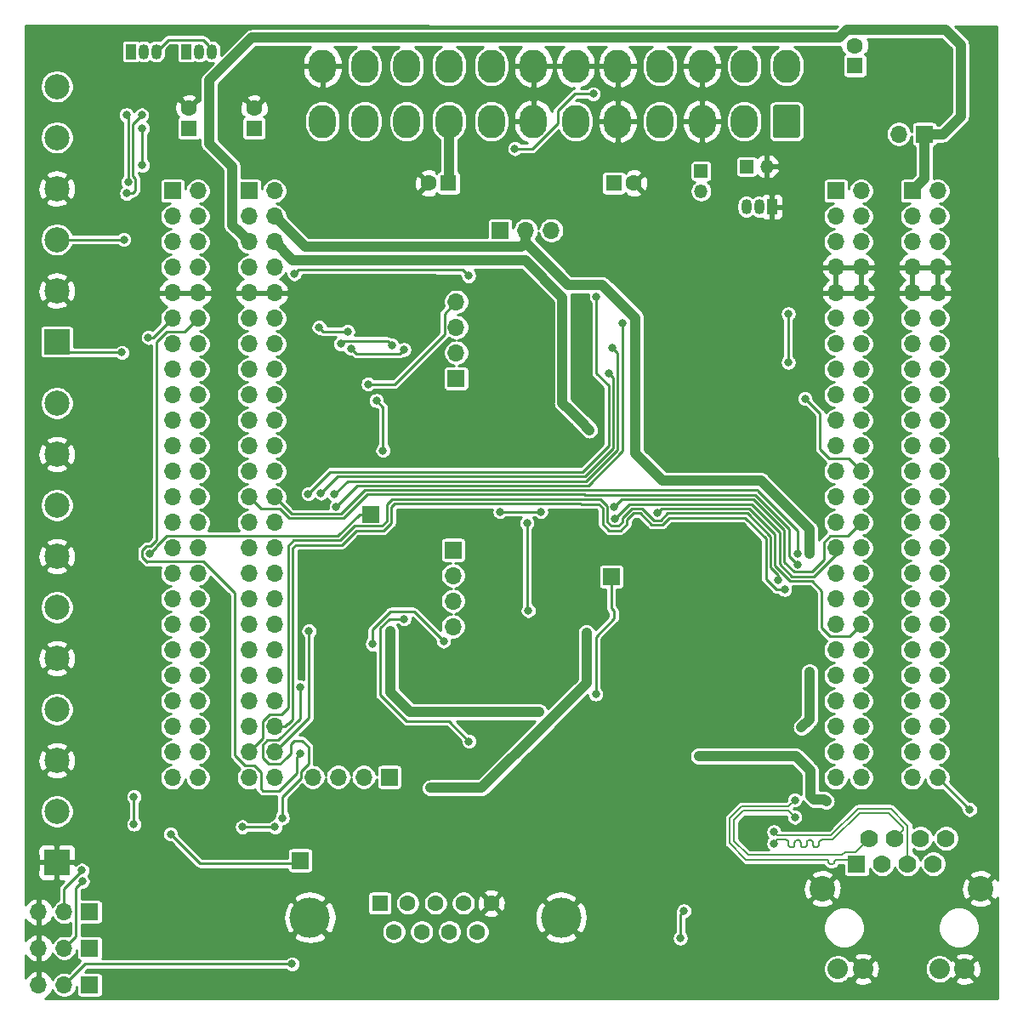
<source format=gbr>
G04 #@! TF.GenerationSoftware,KiCad,Pcbnew,(5.1.6)-1*
G04 #@! TF.CreationDate,2020-05-27T17:47:10+02:00*
G04 #@! TF.ProjectId,lightcontroll,6c696768-7463-46f6-9e74-726f6c6c2e6b,rev?*
G04 #@! TF.SameCoordinates,Original*
G04 #@! TF.FileFunction,Copper,L2,Bot*
G04 #@! TF.FilePolarity,Positive*
%FSLAX46Y46*%
G04 Gerber Fmt 4.6, Leading zero omitted, Abs format (unit mm)*
G04 Created by KiCad (PCBNEW (5.1.6)-1) date 2020-05-27 17:47:10*
%MOMM*%
%LPD*%
G01*
G04 APERTURE LIST*
G04 #@! TA.AperFunction,ComponentPad*
%ADD10R,1.050000X1.500000*%
G04 #@! TD*
G04 #@! TA.AperFunction,ComponentPad*
%ADD11O,1.050000X1.500000*%
G04 #@! TD*
G04 #@! TA.AperFunction,ComponentPad*
%ADD12C,2.500000*%
G04 #@! TD*
G04 #@! TA.AperFunction,ComponentPad*
%ADD13R,2.500000X2.500000*%
G04 #@! TD*
G04 #@! TA.AperFunction,ComponentPad*
%ADD14C,4.000000*%
G04 #@! TD*
G04 #@! TA.AperFunction,ComponentPad*
%ADD15C,1.600000*%
G04 #@! TD*
G04 #@! TA.AperFunction,ComponentPad*
%ADD16R,1.600000X1.600000*%
G04 #@! TD*
G04 #@! TA.AperFunction,ComponentPad*
%ADD17C,2.540000*%
G04 #@! TD*
G04 #@! TA.AperFunction,ComponentPad*
%ADD18C,2.032000*%
G04 #@! TD*
G04 #@! TA.AperFunction,ComponentPad*
%ADD19C,1.778000*%
G04 #@! TD*
G04 #@! TA.AperFunction,ComponentPad*
%ADD20R,1.778000X1.778000*%
G04 #@! TD*
G04 #@! TA.AperFunction,ComponentPad*
%ADD21O,1.700000X1.700000*%
G04 #@! TD*
G04 #@! TA.AperFunction,ComponentPad*
%ADD22R,1.700000X1.700000*%
G04 #@! TD*
G04 #@! TA.AperFunction,ComponentPad*
%ADD23O,2.700000X3.300000*%
G04 #@! TD*
G04 #@! TA.AperFunction,ComponentPad*
%ADD24O,1.350000X1.350000*%
G04 #@! TD*
G04 #@! TA.AperFunction,ComponentPad*
%ADD25R,1.350000X1.350000*%
G04 #@! TD*
G04 #@! TA.AperFunction,ViaPad*
%ADD26C,0.800000*%
G04 #@! TD*
G04 #@! TA.AperFunction,Conductor*
%ADD27C,1.000000*%
G04 #@! TD*
G04 #@! TA.AperFunction,Conductor*
%ADD28C,0.250000*%
G04 #@! TD*
G04 #@! TA.AperFunction,Conductor*
%ADD29C,0.200000*%
G04 #@! TD*
G04 #@! TA.AperFunction,Conductor*
%ADD30C,0.254000*%
G04 #@! TD*
G04 APERTURE END LIST*
D10*
X24307800Y-16357600D03*
D11*
X26847800Y-16357600D03*
X25577800Y-16357600D03*
D10*
X29845000Y-16357600D03*
D11*
X32385000Y-16357600D03*
X31115000Y-16357600D03*
D12*
X16941800Y-19837400D03*
X16941800Y-24917400D03*
X16941800Y-29997400D03*
X16941800Y-35077400D03*
X16941800Y-40157400D03*
D13*
X16941800Y-45237400D03*
D12*
X16941800Y-51358800D03*
X16941800Y-56438800D03*
X16941800Y-61518800D03*
X16941800Y-66598800D03*
X16941800Y-71678800D03*
X16941800Y-76758800D03*
X16941800Y-81838800D03*
X16941800Y-86918800D03*
X16941800Y-91998800D03*
D13*
X16941800Y-97078800D03*
D14*
X67147400Y-102567600D03*
X42147400Y-102567600D03*
D15*
X58802400Y-103987600D03*
X56032400Y-103987600D03*
X53262400Y-103987600D03*
X50492400Y-103987600D03*
X60187400Y-101147600D03*
X57417400Y-101147600D03*
X54647400Y-101147600D03*
X51877400Y-101147600D03*
D16*
X49107400Y-101147600D03*
D17*
X108902500Y-99682300D03*
X93154500Y-99682300D03*
D18*
X104813100Y-107683300D03*
X107327700Y-107683300D03*
X97218500Y-107683300D03*
X94703900Y-107683300D03*
D19*
X105473500Y-94678500D03*
X104203500Y-97218500D03*
X102933500Y-94678500D03*
X101663500Y-97218500D03*
X100393500Y-94678500D03*
X99123500Y-97218500D03*
X97853500Y-94678500D03*
D20*
X96583500Y-97218500D03*
D21*
X97028000Y-88646000D03*
X94488000Y-88646000D03*
X97028000Y-86106000D03*
X94488000Y-86106000D03*
X97028000Y-83566000D03*
X94488000Y-83566000D03*
X97028000Y-81026000D03*
X94488000Y-81026000D03*
X97028000Y-78486000D03*
X94488000Y-78486000D03*
X97028000Y-75946000D03*
X94488000Y-75946000D03*
X97028000Y-73406000D03*
X94488000Y-73406000D03*
X97028000Y-70866000D03*
X94488000Y-70866000D03*
X97028000Y-68326000D03*
X94488000Y-68326000D03*
X97028000Y-65786000D03*
X94488000Y-65786000D03*
X97028000Y-63246000D03*
X94488000Y-63246000D03*
X97028000Y-60706000D03*
X94488000Y-60706000D03*
X97028000Y-58166000D03*
X94488000Y-58166000D03*
X97028000Y-55626000D03*
X94488000Y-55626000D03*
X97028000Y-53086000D03*
X94488000Y-53086000D03*
X97028000Y-50546000D03*
X94488000Y-50546000D03*
X97028000Y-48006000D03*
X94488000Y-48006000D03*
X97028000Y-45466000D03*
X94488000Y-45466000D03*
X97028000Y-42926000D03*
X94488000Y-42926000D03*
X97028000Y-40386000D03*
X94488000Y-40386000D03*
X97028000Y-37846000D03*
X94488000Y-37846000D03*
X97028000Y-35306000D03*
X94488000Y-35306000D03*
X97028000Y-32766000D03*
X94488000Y-32766000D03*
X97028000Y-30226000D03*
D22*
X94488000Y-30226000D03*
D21*
X42418000Y-88582500D03*
X44958000Y-88582500D03*
X47498000Y-88582500D03*
D22*
X50038000Y-88582500D03*
D21*
X56388000Y-73596500D03*
X56388000Y-71056500D03*
X56388000Y-68516500D03*
D22*
X56388000Y-65976500D03*
D21*
X56705500Y-41275000D03*
X56705500Y-43815000D03*
X56705500Y-46355000D03*
D22*
X56705500Y-48895000D03*
D23*
X43389000Y-17804500D03*
X47589000Y-17804500D03*
X51789000Y-17804500D03*
X55989000Y-17804500D03*
X60189000Y-17804500D03*
X64389000Y-17804500D03*
X68589000Y-17804500D03*
X72789000Y-17804500D03*
X76989000Y-17804500D03*
X81189000Y-17804500D03*
X85389000Y-17804500D03*
X89589000Y-17804500D03*
X43389000Y-23304500D03*
X47589000Y-23304500D03*
X51789000Y-23304500D03*
X55989000Y-23304500D03*
X60189000Y-23304500D03*
X64389000Y-23304500D03*
X68589000Y-23304500D03*
X72789000Y-23304500D03*
X76989000Y-23304500D03*
X81189000Y-23304500D03*
X85389000Y-23304500D03*
G04 #@! TA.AperFunction,ComponentPad*
G36*
G01*
X90939000Y-21904501D02*
X90939000Y-24704499D01*
G75*
G02*
X90688999Y-24954500I-250001J0D01*
G01*
X88489001Y-24954500D01*
G75*
G02*
X88239000Y-24704499I0J250001D01*
G01*
X88239000Y-21904501D01*
G75*
G02*
X88489001Y-21654500I250001J0D01*
G01*
X90688999Y-21654500D01*
G75*
G02*
X90939000Y-21904501I0J-250001D01*
G01*
G37*
G04 #@! TD.AperFunction*
D10*
X88138000Y-31813500D03*
D11*
X85598000Y-31813500D03*
X86868000Y-31813500D03*
D21*
X15138400Y-105613200D03*
X17678400Y-105613200D03*
D22*
X20218400Y-105613200D03*
X41173400Y-96875600D03*
D21*
X15138400Y-109270800D03*
X17678400Y-109270800D03*
D22*
X20218400Y-109270800D03*
D21*
X15138400Y-102006400D03*
X17678400Y-102006400D03*
D22*
X20218400Y-102006400D03*
X48196500Y-62420500D03*
X72136000Y-68643500D03*
D24*
X81089500Y-30257500D03*
D25*
X81089500Y-28257500D03*
D24*
X87630000Y-27813000D03*
D25*
X85630000Y-27813000D03*
D21*
X104648000Y-88646000D03*
X102108000Y-88646000D03*
X104648000Y-86106000D03*
X102108000Y-86106000D03*
X104648000Y-83566000D03*
X102108000Y-83566000D03*
X104648000Y-81026000D03*
X102108000Y-81026000D03*
X104648000Y-78486000D03*
X102108000Y-78486000D03*
X104648000Y-75946000D03*
X102108000Y-75946000D03*
X104648000Y-73406000D03*
X102108000Y-73406000D03*
X104648000Y-70866000D03*
X102108000Y-70866000D03*
X104648000Y-68326000D03*
X102108000Y-68326000D03*
X104648000Y-65786000D03*
X102108000Y-65786000D03*
X104648000Y-63246000D03*
X102108000Y-63246000D03*
X104648000Y-60706000D03*
X102108000Y-60706000D03*
X104648000Y-58166000D03*
X102108000Y-58166000D03*
X104648000Y-55626000D03*
X102108000Y-55626000D03*
X104648000Y-53086000D03*
X102108000Y-53086000D03*
X104648000Y-50546000D03*
X102108000Y-50546000D03*
X104648000Y-48006000D03*
X102108000Y-48006000D03*
X104648000Y-45466000D03*
X102108000Y-45466000D03*
X104648000Y-42926000D03*
X102108000Y-42926000D03*
X104648000Y-40386000D03*
X102108000Y-40386000D03*
X104648000Y-37846000D03*
X102108000Y-37846000D03*
X104648000Y-35306000D03*
X102108000Y-35306000D03*
X104648000Y-32766000D03*
X102108000Y-32766000D03*
X104648000Y-30226000D03*
D22*
X102108000Y-30226000D03*
D21*
X100774500Y-24574500D03*
D22*
X103314500Y-24574500D03*
D21*
X38608000Y-88646000D03*
X36068000Y-88646000D03*
X38608000Y-86106000D03*
X36068000Y-86106000D03*
X38608000Y-83566000D03*
X36068000Y-83566000D03*
X38608000Y-81026000D03*
X36068000Y-81026000D03*
X38608000Y-78486000D03*
X36068000Y-78486000D03*
X38608000Y-75946000D03*
X36068000Y-75946000D03*
X38608000Y-73406000D03*
X36068000Y-73406000D03*
X38608000Y-70866000D03*
X36068000Y-70866000D03*
X38608000Y-68326000D03*
X36068000Y-68326000D03*
X38608000Y-65786000D03*
X36068000Y-65786000D03*
X38608000Y-63246000D03*
X36068000Y-63246000D03*
X38608000Y-60706000D03*
X36068000Y-60706000D03*
X38608000Y-58166000D03*
X36068000Y-58166000D03*
X38608000Y-55626000D03*
X36068000Y-55626000D03*
X38608000Y-53086000D03*
X36068000Y-53086000D03*
X38608000Y-50546000D03*
X36068000Y-50546000D03*
X38608000Y-48006000D03*
X36068000Y-48006000D03*
X38608000Y-45466000D03*
X36068000Y-45466000D03*
X38608000Y-42926000D03*
X36068000Y-42926000D03*
X38608000Y-40386000D03*
X36068000Y-40386000D03*
X38608000Y-37846000D03*
X36068000Y-37846000D03*
X38608000Y-35306000D03*
X36068000Y-35306000D03*
X38608000Y-32766000D03*
X36068000Y-32766000D03*
X38608000Y-30226000D03*
D22*
X36068000Y-30226000D03*
D21*
X30988000Y-88646000D03*
X28448000Y-88646000D03*
X30988000Y-86106000D03*
X28448000Y-86106000D03*
X30988000Y-83566000D03*
X28448000Y-83566000D03*
X30988000Y-81026000D03*
X28448000Y-81026000D03*
X30988000Y-78486000D03*
X28448000Y-78486000D03*
X30988000Y-75946000D03*
X28448000Y-75946000D03*
X30988000Y-73406000D03*
X28448000Y-73406000D03*
X30988000Y-70866000D03*
X28448000Y-70866000D03*
X30988000Y-68326000D03*
X28448000Y-68326000D03*
X30988000Y-65786000D03*
X28448000Y-65786000D03*
X30988000Y-63246000D03*
X28448000Y-63246000D03*
X30988000Y-60706000D03*
X28448000Y-60706000D03*
X30988000Y-58166000D03*
X28448000Y-58166000D03*
X30988000Y-55626000D03*
X28448000Y-55626000D03*
X30988000Y-53086000D03*
X28448000Y-53086000D03*
X30988000Y-50546000D03*
X28448000Y-50546000D03*
X30988000Y-48006000D03*
X28448000Y-48006000D03*
X30988000Y-45466000D03*
X28448000Y-45466000D03*
X30988000Y-42926000D03*
X28448000Y-42926000D03*
X30988000Y-40386000D03*
X28448000Y-40386000D03*
X30988000Y-37846000D03*
X28448000Y-37846000D03*
X30988000Y-35306000D03*
X28448000Y-35306000D03*
X30988000Y-32766000D03*
X28448000Y-32766000D03*
X30988000Y-30226000D03*
D22*
X28448000Y-30226000D03*
D21*
X66167000Y-34163000D03*
X63627000Y-34163000D03*
D22*
X61087000Y-34163000D03*
D15*
X36576000Y-22003000D03*
D16*
X36576000Y-24003000D03*
D15*
X30099000Y-22003000D03*
D16*
X30099000Y-24003000D03*
D15*
X96393000Y-15780000D03*
D16*
X96393000Y-17780000D03*
D15*
X53943500Y-29464000D03*
D16*
X55943500Y-29464000D03*
D15*
X74390000Y-29464000D03*
D16*
X72390000Y-29464000D03*
D26*
X51816000Y-56070500D03*
X58737500Y-70548500D03*
X58801000Y-65722500D03*
X59436000Y-56578500D03*
X44272200Y-76708000D03*
X55626000Y-77749400D03*
X68783200Y-62890400D03*
X69748400Y-68732400D03*
X57658000Y-63042800D03*
X34264600Y-103098600D03*
X36169600Y-94792800D03*
X22733000Y-104292400D03*
X25958800Y-102285800D03*
X83642200Y-106527600D03*
X88011000Y-101320600D03*
X86715600Y-97993200D03*
X89662000Y-89916000D03*
X55016400Y-39954200D03*
X41148000Y-44094400D03*
X41325800Y-57353200D03*
X91998800Y-47625000D03*
X56464200Y-52273200D03*
X82981800Y-98069400D03*
X72694800Y-104775000D03*
X30099000Y-25933400D03*
X44196000Y-30124400D03*
X49834800Y-29870400D03*
X49733200Y-34112200D03*
X51841400Y-50622200D03*
X54838600Y-48615600D03*
X70840600Y-31572200D03*
X63322200Y-38912800D03*
X62992000Y-50977800D03*
X57708800Y-39903400D03*
X76352400Y-36931600D03*
X76250800Y-33502600D03*
X86842600Y-35661600D03*
X90906600Y-38303200D03*
X91160600Y-42316400D03*
X80010000Y-40182800D03*
X76301600Y-40182800D03*
X80010000Y-42824400D03*
X76454000Y-42875200D03*
X76454000Y-46736000D03*
X76504800Y-50292000D03*
X76504800Y-54203600D03*
X79044800Y-57200800D03*
X78308200Y-64820800D03*
X85750400Y-65024000D03*
X90144600Y-59486800D03*
X78359000Y-70231000D03*
X85852000Y-69596000D03*
X72161400Y-79019400D03*
X69062600Y-82169000D03*
X67665600Y-83718400D03*
X72542400Y-80746600D03*
X79603600Y-109575600D03*
X88214200Y-107111800D03*
X92151200Y-20345400D03*
X92532200Y-16484600D03*
X99085400Y-19507200D03*
X102336600Y-19456400D03*
X105333800Y-19507200D03*
X101625400Y-27000200D03*
X105257600Y-26924000D03*
X108839000Y-19532600D03*
X110363000Y-95732600D03*
X41656000Y-108508800D03*
X37541200Y-109804200D03*
X37388800Y-105537000D03*
X44043600Y-55600600D03*
X44475400Y-49631600D03*
X26543000Y-88620600D03*
X33782000Y-19964400D03*
X33807400Y-22479000D03*
X35433000Y-18288000D03*
X40005000Y-16789400D03*
X39674800Y-24714200D03*
X33909000Y-15062200D03*
X28663900Y-14097000D03*
X22318980Y-14173200D03*
X21158200Y-24917400D03*
X22733000Y-17830800D03*
X27914600Y-19431000D03*
X21412200Y-48869600D03*
X25527000Y-48895000D03*
X16916400Y-48412400D03*
X22606000Y-93472000D03*
X22682200Y-90576400D03*
X98552000Y-26974800D03*
X108280200Y-26924000D03*
X98450400Y-15976600D03*
X35280600Y-26182320D03*
X77952600Y-91160600D03*
X77749400Y-85521800D03*
X14224000Y-51282600D03*
X34096960Y-25288240D03*
X28016200Y-26314400D03*
X91884500Y-66357500D03*
X91884500Y-79082900D03*
X91884500Y-78092300D03*
X91077752Y-83648252D03*
X62611000Y-82084020D03*
X63711980Y-82084020D03*
X64981980Y-82084020D03*
X50165000Y-75717400D03*
X50165000Y-74041000D03*
X50165000Y-74879200D03*
X69983350Y-54044850D03*
X69094350Y-53155850D03*
X68078350Y-52139850D03*
X80886300Y-86550500D03*
X93548200Y-91008200D03*
X45897800Y-44221400D03*
X43053000Y-43815000D03*
X50292000Y-45593000D03*
X45212000Y-45466000D03*
X65125600Y-62179200D03*
X61061600Y-62179200D03*
X73279000Y-43370500D03*
X44767500Y-61658500D03*
X72263000Y-45847000D03*
X44577000Y-60452000D03*
X71882000Y-48387000D03*
X43243500Y-60325000D03*
X70675500Y-40767000D03*
X41973500Y-60388500D03*
X41148000Y-79629000D03*
X39395400Y-92659200D03*
X107823000Y-91821000D03*
X42037000Y-74041000D03*
X72517000Y-62865000D03*
X72453500Y-61658500D03*
X88747600Y-68986400D03*
X89408000Y-69900800D03*
X90678000Y-66357500D03*
X90681249Y-67433751D03*
X51498500Y-72834500D03*
X57975500Y-85026500D03*
X40589200Y-38481000D03*
X48361600Y-75336400D03*
X55448200Y-75057000D03*
X41135300Y-86220300D03*
X57937400Y-38684200D03*
X76708000Y-62293500D03*
X91440000Y-50901600D03*
X70598761Y-80326961D03*
X40360600Y-107188000D03*
X88328500Y-94043500D03*
X88328500Y-95186500D03*
X90424000Y-92583000D03*
X79025750Y-104616250D03*
X79375000Y-101917500D03*
X26162000Y-66344800D03*
X24612600Y-90551000D03*
X24612600Y-93268800D03*
X19431000Y-97866200D03*
X47942500Y-49466500D03*
X51498500Y-46037500D03*
X46228000Y-45910500D03*
X19481800Y-98983800D03*
X28262400Y-94267200D03*
X89763600Y-42468800D03*
X89763600Y-47294800D03*
X63881000Y-72009000D03*
X63754000Y-63296800D03*
X90424000Y-90868500D03*
X62547500Y-26035000D03*
X70358000Y-20574000D03*
X38658800Y-93548200D03*
X35407600Y-93548200D03*
X48768000Y-51117500D03*
X49403000Y-56070500D03*
X69673751Y-74245751D03*
X25450800Y-27686000D03*
X25450800Y-24003000D03*
X54102000Y-89662000D03*
X24053800Y-29362400D03*
X23876000Y-22656800D03*
X23901400Y-30480000D03*
X25400000Y-22682200D03*
X23407001Y-46315999D03*
X26060400Y-44831000D03*
X23622000Y-35077400D03*
D27*
X63179080Y-35813001D02*
X41655001Y-35813001D01*
X39457999Y-33615999D02*
X38608000Y-32766000D01*
X41655001Y-35813001D02*
X39457999Y-33615999D01*
X63627000Y-35365081D02*
X63179080Y-35813001D01*
X63627000Y-34163000D02*
X63627000Y-35365081D01*
X71251501Y-39566999D02*
X74549000Y-42864498D01*
X67828918Y-39566999D02*
X71251501Y-39566999D01*
X63627000Y-35365081D02*
X67828918Y-39566999D01*
X74549000Y-42864498D02*
X74549000Y-55816500D01*
X74549000Y-56388000D02*
X77249000Y-59088000D01*
X74549000Y-55816500D02*
X74549000Y-56388000D01*
X87066161Y-59088000D02*
X91884500Y-63906339D01*
X77249000Y-59088000D02*
X87066161Y-59088000D01*
X91884500Y-63906339D02*
X91884500Y-66357500D01*
X91884500Y-66357500D02*
X91884500Y-66357500D01*
X91884500Y-82841504D02*
X91077752Y-83648252D01*
X91884500Y-79280282D02*
X91884500Y-82841504D01*
X91884500Y-63906339D02*
X91884500Y-63906339D01*
X91884500Y-79082900D02*
X91884500Y-78092300D01*
X91077752Y-83648252D02*
X91077752Y-83648252D01*
X103314500Y-29019500D02*
X102108000Y-30226000D01*
X103314500Y-24574500D02*
X103314500Y-29019500D01*
X38608000Y-35306000D02*
X40415011Y-37113011D01*
X40415011Y-37113011D02*
X41116520Y-37113011D01*
X54985513Y-37113011D02*
X55020002Y-37147500D01*
X41116520Y-37113011D02*
X54985513Y-37113011D01*
X63570929Y-37147500D02*
X67290437Y-40867009D01*
X55020002Y-37147500D02*
X63570929Y-37147500D01*
X67290437Y-40867009D02*
X67290437Y-51351937D01*
X67290437Y-51351937D02*
X68078350Y-52139850D01*
X67290437Y-51351937D02*
X67290437Y-51351937D01*
X68770500Y-52832000D02*
X69094350Y-53155850D01*
X69977000Y-54038500D02*
X69977000Y-54038500D01*
X52112020Y-82084020D02*
X50165000Y-80137000D01*
X50165000Y-80137000D02*
X50165000Y-76327000D01*
X50165000Y-75184000D02*
X50165000Y-74879200D01*
X50165000Y-76327000D02*
X50165000Y-75717400D01*
X64981980Y-82084020D02*
X61578380Y-82084020D01*
X61578380Y-82084020D02*
X52112020Y-82084020D01*
X92344992Y-90822990D02*
X91973400Y-90451398D01*
X91973400Y-90451398D02*
X91973400Y-87960200D01*
X91973400Y-87960200D02*
X90500200Y-86487000D01*
X90500200Y-86487000D02*
X80848200Y-86487000D01*
X93362990Y-90822990D02*
X93548200Y-91008200D01*
X92344992Y-90822990D02*
X93362990Y-90822990D01*
X35218001Y-34456001D02*
X36068000Y-35306000D01*
X34417999Y-33655999D02*
X35218001Y-34456001D01*
X106934000Y-15684500D02*
X105429499Y-14179999D01*
X106934000Y-22805000D02*
X106934000Y-15684500D01*
X103314500Y-24574500D02*
X105164500Y-24574500D01*
X36372800Y-14986000D02*
X32131000Y-19227800D01*
X105164500Y-24574500D02*
X106934000Y-22805000D01*
X95624999Y-14179999D02*
X94818998Y-14986000D01*
X105429499Y-14179999D02*
X95624999Y-14179999D01*
X94818998Y-14986000D02*
X36372800Y-14986000D01*
X34417999Y-27813999D02*
X34417999Y-33655999D01*
X32131000Y-19227800D02*
X32131000Y-25527000D01*
X32131000Y-25527000D02*
X34417999Y-27813999D01*
X50165000Y-75717400D02*
X50165000Y-75184000D01*
X50165000Y-74041000D02*
X50165000Y-74041000D01*
X50165000Y-74879200D02*
X50165000Y-74041000D01*
X69094350Y-53155850D02*
X69977000Y-54038500D01*
X68078350Y-52139850D02*
X68770500Y-52832000D01*
X93548200Y-91008200D02*
X93548200Y-91008200D01*
D28*
X45897800Y-44221400D02*
X43459400Y-44221400D01*
X43459400Y-44221400D02*
X43053000Y-43815000D01*
X43053000Y-43815000D02*
X43053000Y-43815000D01*
X49884499Y-45185499D02*
X45492501Y-45185499D01*
X50292000Y-45593000D02*
X49884499Y-45185499D01*
X45492501Y-45185499D02*
X45212000Y-45466000D01*
X45212000Y-45466000D02*
X45212000Y-45466000D01*
X65125600Y-62179200D02*
X61061600Y-62179200D01*
X73279000Y-43370500D02*
X73279000Y-43370500D01*
X44767500Y-61658500D02*
X46863000Y-59563000D01*
X46863000Y-59563000D02*
X69850000Y-59563000D01*
X69850000Y-59563000D02*
X73279000Y-56134000D01*
X73279000Y-56134000D02*
X73279000Y-43370500D01*
X72263000Y-45847000D02*
X72263000Y-45847000D01*
X45916010Y-59112990D02*
X69663600Y-59112990D01*
X44577000Y-60452000D02*
X45916010Y-59112990D01*
X69663600Y-59112990D02*
X72770295Y-56006295D01*
X72770295Y-46354295D02*
X72263000Y-45847000D01*
X72770295Y-56006295D02*
X72770295Y-46354295D01*
X71882000Y-48387000D02*
X71882000Y-48387000D01*
X72320285Y-48825285D02*
X71882000Y-48387000D01*
X72320285Y-55819895D02*
X72320285Y-48825285D01*
X69504850Y-58635330D02*
X72320285Y-55819895D01*
X44933170Y-58635330D02*
X69504850Y-58635330D01*
X43243500Y-60325000D02*
X44933170Y-58635330D01*
X70675500Y-40767000D02*
X70675500Y-40767000D01*
X41973500Y-60388500D02*
X44176680Y-58185320D01*
X44176680Y-58185320D02*
X69318450Y-58185320D01*
X69318450Y-58185320D02*
X71870275Y-55633495D01*
X71870275Y-55633495D02*
X71870275Y-49593500D01*
X70675500Y-48398725D02*
X70675500Y-40767000D01*
X71870275Y-49593500D02*
X70675500Y-48398725D01*
X41148000Y-79629000D02*
X41148000Y-79629000D01*
X104648000Y-88646000D02*
X107823000Y-91821000D01*
X107823000Y-91821000D02*
X107823000Y-91821000D01*
X39395400Y-90525600D02*
X39395400Y-92659200D01*
X41242999Y-88678001D02*
X39395400Y-90525600D01*
X40614600Y-84963000D02*
X41376600Y-84963000D01*
X41242999Y-88018499D02*
X41242999Y-88678001D01*
X40233600Y-85344000D02*
X40614600Y-84963000D01*
X37432999Y-85377411D02*
X37432999Y-86670001D01*
X41376600Y-84963000D02*
X42011600Y-85598000D01*
X38985601Y-84927401D02*
X37883009Y-84927401D01*
X37883009Y-84927401D02*
X37432999Y-85377411D01*
X42011600Y-87249898D02*
X41242999Y-88018499D01*
X41148000Y-79629000D02*
X41148000Y-82765002D01*
X42011600Y-85598000D02*
X42011600Y-87249898D01*
X41148000Y-82765002D02*
X38985601Y-84927401D01*
X39172001Y-87281001D02*
X39783001Y-86670001D01*
X37432999Y-86670001D02*
X38043999Y-87281001D01*
X38043999Y-87281001D02*
X39172001Y-87281001D01*
X39796599Y-86670001D02*
X40233600Y-86233000D01*
X39783001Y-86670001D02*
X39796599Y-86670001D01*
X40233600Y-86233000D02*
X40233600Y-85344000D01*
X38608000Y-86106000D02*
X42037000Y-82677000D01*
X42037000Y-82677000D02*
X42037000Y-74041000D01*
X42037000Y-74041000D02*
X42037000Y-74041000D01*
X90146847Y-68608761D02*
X88894490Y-67356404D01*
X92301146Y-68608762D02*
X90146847Y-68608761D01*
X94488000Y-66421908D02*
X92301146Y-68608762D01*
X94488000Y-65786000D02*
X94488000Y-66421908D01*
X88894490Y-67356404D02*
X88894490Y-64197220D01*
X88894490Y-64197220D02*
X86112790Y-61415520D01*
X86112790Y-61415520D02*
X74041000Y-61415520D01*
X74041000Y-61415520D02*
X73966480Y-61415520D01*
X73966480Y-61415520D02*
X73279000Y-62103000D01*
X73279000Y-62103000D02*
X72517000Y-62865000D01*
X72517000Y-62865000D02*
X72517000Y-62865000D01*
X93923999Y-64610999D02*
X93312999Y-65221999D01*
X95663001Y-64610999D02*
X93923999Y-64610999D01*
X93312999Y-65221999D02*
X93312999Y-66960499D01*
X97028000Y-63246000D02*
X95663001Y-64610999D01*
X89344500Y-67170004D02*
X89344500Y-64010820D01*
X90333248Y-68158752D02*
X89344500Y-67170004D01*
X92114746Y-68158752D02*
X90333248Y-68158752D01*
X93312999Y-66960499D02*
X92114746Y-68158752D01*
X89344500Y-64010820D02*
X86299190Y-60965510D01*
X86299190Y-60965510D02*
X73590990Y-60965510D01*
X73590990Y-60965510D02*
X73146490Y-60965510D01*
X73146490Y-60965510D02*
X72453500Y-61658500D01*
X72453500Y-61658500D02*
X72453500Y-61658500D01*
X37432999Y-84741001D02*
X37432999Y-83001999D01*
X39319200Y-82346800D02*
X39972989Y-81693011D01*
X39972989Y-81693011D02*
X39972989Y-79502000D01*
X40532890Y-65029510D02*
X45123901Y-65029509D01*
X39972989Y-79502000D02*
X39972989Y-65589411D01*
X36068000Y-86106000D02*
X37432999Y-84741001D01*
X38088198Y-82346800D02*
X39319200Y-82346800D01*
X37432999Y-83001999D02*
X38088198Y-82346800D01*
X39972989Y-65589411D02*
X40532890Y-65029510D01*
X45123901Y-65029509D02*
X46059705Y-64093705D01*
X46059705Y-64093705D02*
X46557909Y-63595501D01*
X49306501Y-63595501D02*
X49784000Y-63118002D01*
X46557909Y-63595501D02*
X49306501Y-63595501D01*
X49784000Y-61468000D02*
X50338970Y-60913030D01*
X49784000Y-63118002D02*
X49784000Y-61468000D01*
X50338970Y-60913030D02*
X58568618Y-60913030D01*
X69282600Y-60913030D02*
X69335080Y-60965510D01*
X66215380Y-60913030D02*
X69282600Y-60913030D01*
X69335080Y-60965510D02*
X71074710Y-60965510D01*
X71728499Y-61619299D02*
X71728499Y-63194099D01*
X71074710Y-60965510D02*
X71728499Y-61619299D01*
X73242001Y-63213001D02*
X73242001Y-62776409D01*
X72865001Y-63590001D02*
X73242001Y-63213001D01*
X72124401Y-63590001D02*
X72865001Y-63590001D01*
X71728499Y-63194099D02*
X72124401Y-63590001D01*
X73242001Y-62776409D02*
X74152880Y-61865530D01*
X76359999Y-63018501D02*
X76911200Y-63018501D01*
X75207028Y-61865530D02*
X76359999Y-63018501D01*
X74152880Y-61865530D02*
X75207028Y-61865530D01*
X77056001Y-63018501D02*
X77758962Y-62315540D01*
X76911200Y-63018501D02*
X77056001Y-63018501D01*
X77758962Y-62315540D02*
X85682130Y-62315540D01*
X85682130Y-62315540D02*
X87994470Y-64627880D01*
X87994470Y-64627880D02*
X87994471Y-67729205D01*
X58568618Y-60913030D02*
X66243200Y-60913030D01*
X87994471Y-67729205D02*
X88720233Y-68454967D01*
X88720233Y-68454967D02*
X88747600Y-68482334D01*
X88747600Y-68482334D02*
X88747600Y-68986400D01*
X88747600Y-68986400D02*
X88747600Y-68986400D01*
X38608000Y-83566000D02*
X39674800Y-83566000D01*
X39928800Y-83312000D02*
X39964592Y-83312000D01*
X39674800Y-83566000D02*
X39928800Y-83312000D01*
X39964592Y-83312000D02*
X40422999Y-82853593D01*
X40422999Y-82853593D02*
X40422999Y-79363401D01*
X40422999Y-79363401D02*
X40422999Y-65775811D01*
X40422999Y-65775811D02*
X40719291Y-65479519D01*
X45310300Y-65479518D02*
X46744307Y-64045511D01*
X40719291Y-65479519D02*
X45310300Y-65479518D01*
X49492902Y-64045510D02*
X50234010Y-63304402D01*
X46744307Y-64045511D02*
X49492902Y-64045510D01*
X50234010Y-61678390D02*
X50549360Y-61363040D01*
X50234010Y-63304402D02*
X50234010Y-61678390D01*
X50549360Y-61363040D02*
X58382218Y-61363040D01*
X69096200Y-61363040D02*
X69148680Y-61415520D01*
X58382218Y-61363040D02*
X69096200Y-61363040D01*
X69148680Y-61415520D02*
X70888310Y-61415520D01*
X71278489Y-61805699D02*
X71278490Y-63380500D01*
X71278490Y-63380500D02*
X71938000Y-64040010D01*
X70888310Y-61415520D02*
X71278489Y-61805699D01*
X73710800Y-63380612D02*
X73710800Y-62944020D01*
X73051402Y-64040010D02*
X73710800Y-63380612D01*
X71938001Y-64040011D02*
X73051402Y-64040010D01*
X71938000Y-64040010D02*
X71938001Y-64040011D01*
X73710800Y-62944020D02*
X74339280Y-62315540D01*
X76173599Y-63468511D02*
X77242401Y-63468511D01*
X75020628Y-62315540D02*
X76173599Y-63468511D01*
X74339280Y-62315540D02*
X75020628Y-62315540D01*
X77242401Y-63468511D02*
X77945362Y-62765550D01*
X77945362Y-62765550D02*
X85495730Y-62765550D01*
X85495730Y-62765550D02*
X87544461Y-64814281D01*
X87544461Y-64814281D02*
X87544462Y-67665601D01*
X87544462Y-68856264D02*
X88588998Y-69900800D01*
X87544462Y-67665601D02*
X87544462Y-68856264D01*
X88588998Y-69900800D02*
X89408000Y-69900800D01*
X89408000Y-69900800D02*
X89408000Y-69900800D01*
X45248999Y-62383501D02*
X47619490Y-60013010D01*
X40285501Y-62383501D02*
X45248999Y-62383501D01*
X38608000Y-60706000D02*
X40285501Y-62383501D01*
X47619490Y-60013010D02*
X69786500Y-60013010D01*
X69786500Y-60013010D02*
X86683010Y-60013010D01*
X86683010Y-60076510D02*
X90678000Y-64071500D01*
X86683010Y-60013010D02*
X86683010Y-60076510D01*
X90678000Y-64071500D02*
X90678000Y-66357500D01*
X90678000Y-66357500D02*
X90678000Y-66484500D01*
X89852500Y-66294000D02*
X89852500Y-66357500D01*
X89852500Y-66605002D02*
X90681249Y-67433751D01*
X89852500Y-66294000D02*
X89852500Y-66605002D01*
X90681249Y-67433751D02*
X90741500Y-67494002D01*
X89852500Y-63882410D02*
X89852500Y-66294000D01*
X86485590Y-60515500D02*
X89852500Y-63882410D01*
X69469000Y-60463020D02*
X69521480Y-60515500D01*
X47868978Y-60463020D02*
X69469000Y-60463020D01*
X69521480Y-60515500D02*
X86485590Y-60515500D01*
X45498487Y-62833511D02*
X47868978Y-60463020D01*
X40099101Y-62833511D02*
X45498487Y-62833511D01*
X37243001Y-61881001D02*
X39146591Y-61881001D01*
X39146591Y-61881001D02*
X40099101Y-62833511D01*
X36068000Y-60706000D02*
X37243001Y-61881001D01*
X49139999Y-80420159D02*
X51728869Y-83009030D01*
X49139999Y-73757840D02*
X49139999Y-80420159D01*
X50063339Y-72834500D02*
X49139999Y-73757840D01*
X51498500Y-72834500D02*
X50063339Y-72834500D01*
X51728869Y-83009030D02*
X55958030Y-83009030D01*
X55958030Y-83009030D02*
X57975500Y-85026500D01*
X57975500Y-85026500D02*
X57975500Y-85026500D01*
X40589200Y-38481000D02*
X40589200Y-38481000D01*
X27883999Y-44290999D02*
X26898600Y-45276398D01*
X29623001Y-44290999D02*
X27883999Y-44290999D01*
X30988000Y-42926000D02*
X29623001Y-44290999D01*
X26898600Y-45276398D02*
X26898600Y-64959988D01*
X25436999Y-66692801D02*
X25901798Y-67157600D01*
X25436999Y-65996799D02*
X25436999Y-66692801D01*
X25813999Y-65619799D02*
X25436999Y-65996799D01*
X26238789Y-65619799D02*
X25813999Y-65619799D01*
X26898600Y-64959988D02*
X26238789Y-65619799D01*
X31552001Y-67150999D02*
X34671000Y-70269998D01*
X25908399Y-67150999D02*
X31552001Y-67150999D01*
X25901798Y-67157600D02*
X25908399Y-67150999D01*
X48361600Y-75336400D02*
X48361600Y-73899829D01*
X50151930Y-72109499D02*
X52500699Y-72109499D01*
X48361600Y-73899829D02*
X50151930Y-72109499D01*
X52500699Y-72109499D02*
X55448200Y-75057000D01*
X55448200Y-75057000D02*
X55448200Y-75057000D01*
X37243001Y-88081999D02*
X37243001Y-89680799D01*
X36632001Y-87470999D02*
X37243001Y-88081999D01*
X35693997Y-87470999D02*
X36632001Y-87470999D01*
X34671000Y-86448002D02*
X35693997Y-87470999D01*
X34671000Y-70269998D02*
X34671000Y-86448002D01*
X37243001Y-89680799D02*
X37243001Y-89744801D01*
X40792989Y-88200013D02*
X40792989Y-86562611D01*
X39051602Y-89941400D02*
X40792989Y-88200013D01*
X37439600Y-89941400D02*
X39051602Y-89941400D01*
X37243001Y-89744801D02*
X37439600Y-89941400D01*
X40792989Y-86562611D02*
X41135300Y-86220300D01*
X41135300Y-86220300D02*
X41275000Y-86080600D01*
X54602362Y-38038021D02*
X54636851Y-38072510D01*
X57325710Y-38072510D02*
X57937400Y-38684200D01*
X54636851Y-38072510D02*
X57325710Y-38072510D01*
X41032179Y-38038021D02*
X54602362Y-38038021D01*
X40589200Y-38481000D02*
X41032179Y-38038021D01*
X93923999Y-74581001D02*
X93091000Y-73748002D01*
X95852999Y-74581001D02*
X93923999Y-74581001D01*
X97028000Y-73406000D02*
X95852999Y-74581001D01*
X93091000Y-70035026D02*
X92114745Y-69058771D01*
X93091000Y-73748002D02*
X93091000Y-70035026D01*
X89960446Y-69058770D02*
X88444480Y-67542804D01*
X92114745Y-69058771D02*
X89960446Y-69058770D01*
X88444480Y-67542804D02*
X88444480Y-64383620D01*
X88386620Y-64383620D02*
X85868530Y-61865530D01*
X88444480Y-64383620D02*
X88386620Y-64383620D01*
X85868530Y-61865530D02*
X77135970Y-61865530D01*
X77135970Y-61865530D02*
X76708000Y-62293500D01*
X76708000Y-62293500D02*
X76708000Y-62293500D01*
X97028000Y-58166000D02*
X95758000Y-56896000D01*
X95758000Y-56896000D02*
X93878400Y-56896000D01*
X93878400Y-56896000D02*
X92913200Y-55930800D01*
X92913200Y-55930800D02*
X92913200Y-52374800D01*
X92913200Y-52374800D02*
X91440000Y-50901600D01*
X91440000Y-50901600D02*
X91440000Y-50901600D01*
X72414859Y-72812803D02*
X70598761Y-74628901D01*
X70598761Y-74628901D02*
X70598761Y-79613891D01*
X72414859Y-72046499D02*
X72414859Y-72812803D01*
X72136000Y-71767640D02*
X72414859Y-72046499D01*
X72136000Y-68643500D02*
X72136000Y-71767640D01*
X70598761Y-79613891D02*
X70598761Y-79920561D01*
X70598761Y-79920561D02*
X70598761Y-80326961D01*
X70598761Y-80326961D02*
X70598761Y-80326961D01*
X19761200Y-107188000D02*
X17678400Y-109270800D01*
X40360600Y-107188000D02*
X19761200Y-107188000D01*
D29*
X88675000Y-94390000D02*
X94013800Y-94390000D01*
X88328500Y-94043500D02*
X88675000Y-94390000D01*
X94013800Y-94390000D02*
X96680800Y-91723000D01*
X96680800Y-91723000D02*
X99978700Y-91723000D01*
X101663500Y-93858500D02*
X101663500Y-97218500D01*
X101663500Y-93407800D02*
X101663500Y-93858500D01*
X99978700Y-91723000D02*
X101663500Y-93407800D01*
X101213500Y-93858500D02*
X100393500Y-94678500D01*
X93106000Y-94840000D02*
X94200200Y-94840000D01*
X93039243Y-94847521D02*
X93106000Y-94840000D01*
X92918953Y-94905450D02*
X92975834Y-94869709D01*
X92871450Y-94952953D02*
X92918953Y-94905450D01*
X92835709Y-95009834D02*
X92871450Y-94952953D01*
X92806000Y-95299265D02*
X92806000Y-95140000D01*
X92798478Y-95366021D02*
X92806000Y-95299265D01*
X92776290Y-95429430D02*
X92798478Y-95366021D01*
X92693046Y-95533814D02*
X92740549Y-95486311D01*
X92636165Y-95569555D02*
X92693046Y-95533814D01*
X92572756Y-95591743D02*
X92636165Y-95569555D01*
X92375834Y-95569555D02*
X92439243Y-95591743D01*
X92318953Y-95533814D02*
X92375834Y-95569555D01*
X92271450Y-95486311D02*
X92318953Y-95533814D01*
X92235709Y-95429430D02*
X92271450Y-95486311D01*
X92198478Y-95073243D02*
X92206000Y-95140000D01*
X92176290Y-95009834D02*
X92198478Y-95073243D01*
X92036165Y-94869709D02*
X92093046Y-94905450D01*
X91972756Y-94847521D02*
X92036165Y-94869709D01*
X91839243Y-94847521D02*
X91906000Y-94840000D01*
X90471450Y-94952953D02*
X90518953Y-94905450D01*
X91775834Y-94869709D02*
X91839243Y-94847521D01*
X90435709Y-95009834D02*
X90471450Y-94952953D01*
X90293046Y-95533814D02*
X90340549Y-95486311D01*
X90236165Y-95569555D02*
X90293046Y-95533814D01*
X90172756Y-95591743D02*
X90236165Y-95569555D01*
X90406000Y-95299265D02*
X90406000Y-95140000D01*
X89835709Y-95429430D02*
X89871450Y-95486311D01*
X90106000Y-95599265D02*
X90172756Y-95591743D01*
X90340549Y-95486311D02*
X90376290Y-95429430D01*
X90039243Y-95591743D02*
X90106000Y-95599265D01*
X89918953Y-95533814D02*
X89975834Y-95569555D01*
X89506000Y-94840000D02*
X89572756Y-94847521D01*
X89776290Y-95009834D02*
X89798478Y-95073243D01*
X88675000Y-94840000D02*
X89506000Y-94840000D01*
X96867200Y-92173000D02*
X99792300Y-92173000D01*
X89636165Y-94869709D02*
X89693046Y-94905450D01*
X90893046Y-94905450D02*
X90940549Y-94952953D01*
X92206000Y-95299265D02*
X92213521Y-95366021D01*
X90976290Y-95009834D02*
X90998478Y-95073243D01*
X91071450Y-95486311D02*
X91118953Y-95533814D01*
X91175834Y-95569555D02*
X91239243Y-95591743D01*
X90398478Y-95366021D02*
X90406000Y-95299265D01*
X92439243Y-95591743D02*
X92506000Y-95599265D01*
X89806000Y-95140000D02*
X89806000Y-95299265D01*
X89693046Y-94905450D02*
X89740549Y-94952953D01*
X89740549Y-94952953D02*
X89776290Y-95009834D01*
X90376290Y-95429430D02*
X90398478Y-95366021D01*
X89813521Y-95366021D02*
X89835709Y-95429430D01*
X101213500Y-93594200D02*
X101213500Y-93858500D01*
X89975834Y-95569555D02*
X90039243Y-95591743D01*
X88328500Y-95186500D02*
X88675000Y-94840000D01*
X89871450Y-95486311D02*
X89918953Y-95533814D01*
X91718953Y-94905450D02*
X91775834Y-94869709D01*
X90413521Y-95073243D02*
X90435709Y-95009834D01*
X89806000Y-95299265D02*
X89813521Y-95366021D01*
X91906000Y-94840000D02*
X91972756Y-94847521D01*
X90518953Y-94905450D02*
X90575834Y-94869709D01*
X90575834Y-94869709D02*
X90639243Y-94847521D01*
X92093046Y-94905450D02*
X92140549Y-94952953D01*
X90706000Y-94840000D02*
X90772756Y-94847521D01*
X91006000Y-95299265D02*
X91013521Y-95366021D01*
X94200200Y-94840000D02*
X96867200Y-92173000D01*
X90639243Y-94847521D02*
X90706000Y-94840000D01*
X92140549Y-94952953D02*
X92176290Y-95009834D01*
X90772756Y-94847521D02*
X90836165Y-94869709D01*
X99792300Y-92173000D02*
X101213500Y-93594200D01*
X91013521Y-95366021D02*
X91035709Y-95429430D01*
X90836165Y-94869709D02*
X90893046Y-94905450D01*
X92206000Y-95140000D02*
X92206000Y-95299265D01*
X90940549Y-94952953D02*
X90976290Y-95009834D01*
X91035709Y-95429430D02*
X91071450Y-95486311D01*
X92213521Y-95366021D02*
X92235709Y-95429430D01*
X90998478Y-95073243D02*
X91006000Y-95140000D01*
X92506000Y-95599265D02*
X92572756Y-95591743D01*
X91118953Y-95533814D02*
X91175834Y-95569555D01*
X89572756Y-94847521D02*
X89636165Y-94869709D01*
X91239243Y-95591743D02*
X91306000Y-95599265D01*
X89798478Y-95073243D02*
X89806000Y-95140000D01*
X91006000Y-95140000D02*
X91006000Y-95299265D01*
X91306000Y-95599265D02*
X91372756Y-95591743D01*
X91436165Y-95569555D02*
X91493046Y-95533814D01*
X92740549Y-95486311D02*
X92776290Y-95429430D01*
X91372756Y-95591743D02*
X91436165Y-95569555D01*
X91493046Y-95533814D02*
X91540549Y-95486311D01*
X91540549Y-95486311D02*
X91576290Y-95429430D01*
X92806000Y-95140000D02*
X92813521Y-95073243D01*
X91576290Y-95429430D02*
X91598478Y-95366021D01*
X91606000Y-95299265D02*
X91606000Y-95140000D01*
X90406000Y-95140000D02*
X90413521Y-95073243D01*
X91671450Y-94952953D02*
X91718953Y-94905450D01*
X92813521Y-95073243D02*
X92835709Y-95009834D01*
X91598478Y-95366021D02*
X91606000Y-95299265D01*
X91606000Y-95140000D02*
X91613521Y-95073243D01*
X91613521Y-95073243D02*
X91635709Y-95009834D01*
X92975834Y-94869709D02*
X93039243Y-94847521D01*
X91635709Y-95009834D02*
X91671450Y-94952953D01*
X95125498Y-96358500D02*
X85754700Y-96358500D01*
X95454499Y-96029499D02*
X95125498Y-96358500D01*
X96502501Y-96029499D02*
X95454499Y-96029499D01*
X97853500Y-94678500D02*
X96502501Y-96029499D01*
X85754700Y-96358500D02*
X84362500Y-94966300D01*
X84362500Y-94966300D02*
X84362500Y-92866700D01*
X89791750Y-91950750D02*
X90424000Y-92583000D01*
X85278450Y-91950750D02*
X89791750Y-91950750D01*
X84362500Y-92866700D02*
X85278450Y-91950750D01*
D28*
X79025750Y-102266750D02*
X79375000Y-101917500D01*
X79025750Y-104616250D02*
X79025750Y-102266750D01*
X47096500Y-62420500D02*
X44937500Y-64579500D01*
X48196500Y-62420500D02*
X47096500Y-62420500D01*
X27915498Y-64579500D02*
X26873200Y-65621798D01*
X44937500Y-64579500D02*
X27915498Y-64579500D01*
X26873200Y-65621798D02*
X26873200Y-65633600D01*
X26873200Y-65633600D02*
X26162000Y-66344800D01*
X26162000Y-66344800D02*
X26162000Y-66344800D01*
X24612600Y-90551000D02*
X24612600Y-93268800D01*
X24612600Y-93268800D02*
X24612600Y-93268800D01*
X24612600Y-93268800D02*
X24612600Y-93268800D01*
X17678400Y-99714198D02*
X17678400Y-102006400D01*
X19431000Y-97961598D02*
X17678400Y-99714198D01*
X19431000Y-97866200D02*
X19431000Y-97961598D01*
X55530499Y-42450001D02*
X55530499Y-44545501D01*
X56705500Y-41275000D02*
X55530499Y-42450001D01*
X55530499Y-44545501D02*
X50609500Y-49466500D01*
X50609500Y-49466500D02*
X48387000Y-49466500D01*
X48387000Y-49466500D02*
X47942500Y-49466500D01*
X47942500Y-49466500D02*
X47942500Y-49466500D01*
X51098501Y-46437499D02*
X46754999Y-46437499D01*
X51498500Y-46037500D02*
X51098501Y-46437499D01*
X46754999Y-46437499D02*
X46228000Y-45910500D01*
X46228000Y-45910500D02*
X46228000Y-45910500D01*
X18853401Y-104438199D02*
X17678400Y-105613200D01*
X18853401Y-99612199D02*
X18853401Y-104438199D01*
X19481800Y-98983800D02*
X18853401Y-99612199D01*
X28262400Y-94267200D02*
X31201000Y-97205800D01*
X40843200Y-97205800D02*
X41173400Y-96875600D01*
X31201000Y-97205800D02*
X40843200Y-97205800D01*
X89763600Y-42468800D02*
X89763600Y-47294800D01*
X89763600Y-47294800D02*
X89763600Y-47294800D01*
X63754000Y-71882000D02*
X63881000Y-72009000D01*
X63754000Y-63296800D02*
X63754000Y-71882000D01*
D29*
X89791750Y-91500750D02*
X90424000Y-90868500D01*
X85092050Y-91500750D02*
X89791750Y-91500750D01*
X83912500Y-92680300D02*
X85092050Y-91500750D01*
X93561202Y-96808500D02*
X85568300Y-96808500D01*
X94489536Y-96829262D02*
X94449785Y-96854239D01*
X93750089Y-96927186D02*
X93725112Y-96887435D01*
X93889536Y-97207038D02*
X93849785Y-97182061D01*
X94416589Y-96887435D02*
X94391612Y-96927186D01*
X93725112Y-96887435D02*
X93691916Y-96854239D01*
X85568300Y-96808500D02*
X83912500Y-95152700D01*
X94533848Y-96813757D02*
X94489536Y-96829262D01*
X94291916Y-97182061D02*
X94252165Y-97207038D01*
X94350089Y-97109114D02*
X94325112Y-97148865D01*
X93849785Y-97182061D02*
X93816589Y-97148865D01*
X94325112Y-97148865D02*
X94291916Y-97182061D01*
X94580500Y-96808500D02*
X94533848Y-96813757D01*
X93652165Y-96829262D02*
X93607853Y-96813757D01*
X96173500Y-96808500D02*
X94580500Y-96808500D01*
X94365594Y-97064802D02*
X94350089Y-97109114D01*
X94252165Y-97207038D02*
X94207853Y-97222543D01*
X93776107Y-97064802D02*
X93765594Y-96971498D01*
X96583500Y-97218500D02*
X96173500Y-96808500D01*
X94161202Y-97227799D02*
X93980500Y-97227799D01*
X94391612Y-96927186D02*
X94376107Y-96971498D01*
X94207853Y-97222543D02*
X94161202Y-97227799D01*
X93980500Y-97227799D02*
X93933848Y-97222543D01*
X83912500Y-95152700D02*
X83912500Y-92680300D01*
X94449785Y-96854239D02*
X94416589Y-96887435D01*
X93933848Y-97222543D02*
X93889536Y-97207038D01*
X93816589Y-97148865D02*
X93791612Y-97109114D01*
X93791612Y-97109114D02*
X93776107Y-97064802D01*
X93765594Y-96971498D02*
X93750089Y-96927186D01*
X94376107Y-96971498D02*
X94365594Y-97064802D01*
X93691916Y-96854239D02*
X93652165Y-96829262D01*
X93607853Y-96813757D02*
X93561202Y-96808500D01*
D28*
X66813990Y-22269267D02*
X68509257Y-20574000D01*
X66813990Y-23548331D02*
X66813990Y-22269267D01*
X64327321Y-26035000D02*
X66813990Y-23548331D01*
X62547500Y-26035000D02*
X64327321Y-26035000D01*
X68509257Y-20574000D02*
X70358000Y-20574000D01*
X70358000Y-20574000D02*
X70358000Y-20574000D01*
X38658800Y-93548200D02*
X38093115Y-93548200D01*
X38093115Y-93548200D02*
X35407600Y-93548200D01*
X35407600Y-93548200D02*
X35407600Y-93548200D01*
X49403000Y-51752500D02*
X48768000Y-51117500D01*
X49403000Y-56070500D02*
X49403000Y-51752500D01*
D27*
X69673751Y-79230740D02*
X65520461Y-83384030D01*
X69673751Y-74245751D02*
X69673751Y-79230740D01*
X65520461Y-83384030D02*
X59242491Y-89662000D01*
X59242491Y-89662000D02*
X54102000Y-89662000D01*
X54102000Y-89662000D02*
X54102000Y-89662000D01*
D28*
X25450800Y-27686000D02*
X25450800Y-24003000D01*
X31508507Y-15182590D02*
X28022810Y-15182590D01*
X32065010Y-15739093D02*
X31508507Y-15182590D01*
X32065010Y-16215410D02*
X32065010Y-15739093D01*
X28022810Y-15182590D02*
X26847800Y-16357600D01*
X32207200Y-16357600D02*
X32065010Y-16215410D01*
X32385000Y-16357600D02*
X32207200Y-16357600D01*
X25450800Y-24003000D02*
X25450800Y-24003000D01*
D27*
X54102000Y-89662000D02*
X54102000Y-89662000D01*
X55989000Y-29418500D02*
X55943500Y-29464000D01*
X55989000Y-23304500D02*
X55989000Y-29418500D01*
D28*
X24053800Y-22834600D02*
X23876000Y-22656800D01*
X24053800Y-29362400D02*
X24053800Y-22834600D01*
X24503810Y-23578390D02*
X25400000Y-22682200D01*
X24467085Y-30480000D02*
X24778801Y-30168284D01*
X24503810Y-28739408D02*
X24503810Y-23578390D01*
X24778801Y-30168284D02*
X24778801Y-29014399D01*
X23901400Y-30480000D02*
X24467085Y-30480000D01*
X24778801Y-29014399D02*
X24503810Y-28739408D01*
X18020399Y-46315999D02*
X16941800Y-45237400D01*
X23407001Y-46315999D02*
X18020399Y-46315999D01*
X28448000Y-42926000D02*
X26543000Y-44831000D01*
X26543000Y-44831000D02*
X26060400Y-44831000D01*
X23622000Y-35077400D02*
X16941800Y-35077400D01*
D30*
G36*
X94661513Y-13832510D02*
G01*
X94435023Y-14059000D01*
X36418326Y-14059000D01*
X36372799Y-14054516D01*
X36327272Y-14059000D01*
X36327262Y-14059000D01*
X36191076Y-14072413D01*
X36016336Y-14125420D01*
X35855294Y-14211499D01*
X35749512Y-14298312D01*
X35749508Y-14298316D01*
X35714141Y-14327341D01*
X35685116Y-14362708D01*
X33328100Y-16719724D01*
X33337000Y-16629364D01*
X33337000Y-16085835D01*
X33323225Y-15945975D01*
X33268789Y-15766523D01*
X33180389Y-15601138D01*
X33061423Y-15456177D01*
X32916462Y-15337211D01*
X32751076Y-15248811D01*
X32571624Y-15194375D01*
X32385000Y-15175994D01*
X32291742Y-15185179D01*
X31918007Y-14811446D01*
X31900718Y-14790379D01*
X31816665Y-14721399D01*
X31720770Y-14670142D01*
X31616718Y-14638578D01*
X31535616Y-14630590D01*
X31535613Y-14630590D01*
X31508507Y-14627920D01*
X31481401Y-14630590D01*
X28049915Y-14630590D01*
X28022809Y-14627920D01*
X27995703Y-14630590D01*
X27995701Y-14630590D01*
X27914599Y-14638578D01*
X27810547Y-14670142D01*
X27714652Y-14721399D01*
X27630599Y-14790379D01*
X27613318Y-14811436D01*
X27184772Y-15239983D01*
X27034424Y-15194375D01*
X26847800Y-15175994D01*
X26661175Y-15194375D01*
X26481723Y-15248811D01*
X26316338Y-15337211D01*
X26212800Y-15422182D01*
X26109262Y-15337211D01*
X25943876Y-15248811D01*
X25764424Y-15194375D01*
X25577800Y-15175994D01*
X25391175Y-15194375D01*
X25211723Y-15248811D01*
X25125109Y-15295107D01*
X25071176Y-15250845D01*
X24996996Y-15211195D01*
X24916507Y-15186778D01*
X24832800Y-15178534D01*
X23782800Y-15178534D01*
X23699093Y-15186778D01*
X23618604Y-15211195D01*
X23544424Y-15250845D01*
X23479405Y-15304205D01*
X23426045Y-15369224D01*
X23386395Y-15443404D01*
X23361978Y-15523893D01*
X23353734Y-15607600D01*
X23353734Y-17107600D01*
X23361978Y-17191307D01*
X23386395Y-17271796D01*
X23426045Y-17345976D01*
X23479405Y-17410995D01*
X23544424Y-17464355D01*
X23618604Y-17504005D01*
X23699093Y-17528422D01*
X23782800Y-17536666D01*
X24832800Y-17536666D01*
X24916507Y-17528422D01*
X24996996Y-17504005D01*
X25071176Y-17464355D01*
X25125110Y-17420093D01*
X25211724Y-17466389D01*
X25391176Y-17520825D01*
X25577800Y-17539206D01*
X25764425Y-17520825D01*
X25943877Y-17466389D01*
X26109262Y-17377989D01*
X26212800Y-17293017D01*
X26316339Y-17377989D01*
X26481724Y-17466389D01*
X26661176Y-17520825D01*
X26847800Y-17539206D01*
X27034425Y-17520825D01*
X27213877Y-17466389D01*
X27379262Y-17377989D01*
X27524223Y-17259023D01*
X27643189Y-17114062D01*
X27731589Y-16948677D01*
X27786025Y-16769225D01*
X27799800Y-16629364D01*
X27799800Y-16186245D01*
X28251456Y-15734590D01*
X28890934Y-15734590D01*
X28890934Y-17107600D01*
X28899178Y-17191307D01*
X28923595Y-17271796D01*
X28963245Y-17345976D01*
X29016605Y-17410995D01*
X29081624Y-17464355D01*
X29155804Y-17504005D01*
X29236293Y-17528422D01*
X29320000Y-17536666D01*
X30370000Y-17536666D01*
X30453707Y-17528422D01*
X30534196Y-17504005D01*
X30608376Y-17464355D01*
X30662310Y-17420093D01*
X30748924Y-17466389D01*
X30928376Y-17520825D01*
X31115000Y-17539206D01*
X31301625Y-17520825D01*
X31481077Y-17466389D01*
X31646462Y-17377989D01*
X31750000Y-17293017D01*
X31853539Y-17377989D01*
X32018924Y-17466389D01*
X32198376Y-17520825D01*
X32385000Y-17539206D01*
X32522124Y-17525700D01*
X31507713Y-18540112D01*
X31472341Y-18569141D01*
X31443313Y-18604512D01*
X31443312Y-18604513D01*
X31356499Y-18710295D01*
X31270421Y-18871336D01*
X31270420Y-18871337D01*
X31217413Y-19046077D01*
X31204000Y-19182263D01*
X31204000Y-19182273D01*
X31199516Y-19227800D01*
X31204000Y-19273327D01*
X31204000Y-21222852D01*
X31091702Y-21189903D01*
X30278605Y-22003000D01*
X30292748Y-22017143D01*
X30113143Y-22196748D01*
X30099000Y-22182605D01*
X30084858Y-22196748D01*
X29905253Y-22017143D01*
X29919395Y-22003000D01*
X29106298Y-21189903D01*
X28862329Y-21261486D01*
X28741429Y-21516996D01*
X28672700Y-21791184D01*
X28658783Y-22073512D01*
X28700213Y-22353130D01*
X28795397Y-22619292D01*
X28862329Y-22744514D01*
X29106296Y-22816097D01*
X29093974Y-22828419D01*
X29060624Y-22846245D01*
X28995605Y-22899605D01*
X28942245Y-22964624D01*
X28902595Y-23038804D01*
X28878178Y-23119293D01*
X28869934Y-23203000D01*
X28869934Y-24803000D01*
X28878178Y-24886707D01*
X28902595Y-24967196D01*
X28942245Y-25041376D01*
X28995605Y-25106395D01*
X29060624Y-25159755D01*
X29134804Y-25199405D01*
X29215293Y-25223822D01*
X29299000Y-25232066D01*
X30899000Y-25232066D01*
X30982707Y-25223822D01*
X31063196Y-25199405D01*
X31137376Y-25159755D01*
X31202395Y-25106395D01*
X31204001Y-25104438D01*
X31204001Y-25481463D01*
X31199516Y-25527000D01*
X31204001Y-25572537D01*
X31204001Y-25572538D01*
X31217414Y-25708724D01*
X31233493Y-25761730D01*
X31270420Y-25883463D01*
X31356499Y-26044505D01*
X31443312Y-26150287D01*
X31443317Y-26150292D01*
X31472342Y-26185659D01*
X31507708Y-26214683D01*
X33490999Y-28197975D01*
X33491000Y-33610462D01*
X33486515Y-33655999D01*
X33491000Y-33701536D01*
X33491000Y-33701537D01*
X33501342Y-33806537D01*
X33504413Y-33837722D01*
X33557419Y-34012462D01*
X33643498Y-34173504D01*
X33730311Y-34279286D01*
X33730316Y-34279291D01*
X33759341Y-34314658D01*
X33794707Y-34343682D01*
X34594713Y-35143689D01*
X34594718Y-35143693D01*
X34791000Y-35339975D01*
X34791000Y-35431774D01*
X34840074Y-35678487D01*
X34936337Y-35910886D01*
X35076089Y-36120040D01*
X35253960Y-36297911D01*
X35463114Y-36437663D01*
X35695513Y-36533926D01*
X35907034Y-36576000D01*
X35695513Y-36618074D01*
X35463114Y-36714337D01*
X35253960Y-36854089D01*
X35076089Y-37031960D01*
X34936337Y-37241114D01*
X34840074Y-37473513D01*
X34791000Y-37720226D01*
X34791000Y-37971774D01*
X34840074Y-38218487D01*
X34936337Y-38450886D01*
X35076089Y-38660040D01*
X35253960Y-38837911D01*
X35463114Y-38977663D01*
X35534416Y-39007197D01*
X35436748Y-39041843D01*
X35186645Y-39190822D01*
X34970412Y-39385731D01*
X34796359Y-39619080D01*
X34671175Y-39881901D01*
X34626524Y-40029110D01*
X34747845Y-40259000D01*
X35941000Y-40259000D01*
X35941000Y-40239000D01*
X36195000Y-40239000D01*
X36195000Y-40259000D01*
X38481000Y-40259000D01*
X38481000Y-40239000D01*
X38735000Y-40239000D01*
X38735000Y-40259000D01*
X39928155Y-40259000D01*
X40049476Y-40029110D01*
X40004825Y-39881901D01*
X39879641Y-39619080D01*
X39705588Y-39385731D01*
X39489355Y-39190822D01*
X39239252Y-39041843D01*
X39141584Y-39007197D01*
X39212886Y-38977663D01*
X39422040Y-38837911D01*
X39599911Y-38660040D01*
X39739663Y-38450886D01*
X39763375Y-38393640D01*
X39762200Y-38399548D01*
X39762200Y-38562452D01*
X39793982Y-38722227D01*
X39856323Y-38872731D01*
X39946828Y-39008181D01*
X40062019Y-39123372D01*
X40197469Y-39213877D01*
X40347973Y-39276218D01*
X40507748Y-39308000D01*
X40670652Y-39308000D01*
X40830427Y-39276218D01*
X40980931Y-39213877D01*
X41116381Y-39123372D01*
X41231572Y-39008181D01*
X41322077Y-38872731D01*
X41384418Y-38722227D01*
X41410716Y-38590021D01*
X54441278Y-38590021D01*
X54528640Y-38616522D01*
X54609742Y-38624510D01*
X54609743Y-38624510D01*
X54636851Y-38627180D01*
X54663959Y-38624510D01*
X57097065Y-38624510D01*
X57110400Y-38637845D01*
X57110400Y-38765652D01*
X57142182Y-38925427D01*
X57204523Y-39075931D01*
X57295028Y-39211381D01*
X57410219Y-39326572D01*
X57545669Y-39417077D01*
X57696173Y-39479418D01*
X57855948Y-39511200D01*
X58018852Y-39511200D01*
X58178627Y-39479418D01*
X58329131Y-39417077D01*
X58464581Y-39326572D01*
X58579772Y-39211381D01*
X58670277Y-39075931D01*
X58732618Y-38925427D01*
X58764400Y-38765652D01*
X58764400Y-38602748D01*
X58732618Y-38442973D01*
X58670277Y-38292469D01*
X58579772Y-38157019D01*
X58497253Y-38074500D01*
X63186954Y-38074500D01*
X66363437Y-41250985D01*
X66363438Y-51306389D01*
X66358952Y-51351937D01*
X66376850Y-51533661D01*
X66429857Y-51708401D01*
X66515936Y-51869442D01*
X66631778Y-52010596D01*
X66667150Y-52039625D01*
X67455062Y-52827538D01*
X67455067Y-52827542D01*
X68147212Y-53519688D01*
X68147218Y-53519693D01*
X68406662Y-53779137D01*
X69289316Y-54661792D01*
X69318341Y-54697159D01*
X69353708Y-54726184D01*
X69353712Y-54726188D01*
X69459494Y-54813002D01*
X69594222Y-54885015D01*
X69620536Y-54899080D01*
X69795276Y-54952087D01*
X69931462Y-54965500D01*
X69931473Y-54965500D01*
X69977000Y-54969984D01*
X70022527Y-54965500D01*
X70022538Y-54965500D01*
X70158724Y-54952087D01*
X70333464Y-54899080D01*
X70359778Y-54885015D01*
X70494505Y-54813002D01*
X70635659Y-54697159D01*
X70751502Y-54556005D01*
X70837580Y-54394964D01*
X70851523Y-54349000D01*
X70890587Y-54220224D01*
X70908485Y-54038500D01*
X70890587Y-53856776D01*
X70837580Y-53682036D01*
X70832940Y-53673355D01*
X70751502Y-53520994D01*
X70664688Y-53415212D01*
X70664684Y-53415208D01*
X70635659Y-53379841D01*
X70600292Y-53350816D01*
X69717637Y-52468162D01*
X69458193Y-52208718D01*
X69458188Y-52208712D01*
X68766042Y-51516567D01*
X68766038Y-51516562D01*
X68217437Y-50967962D01*
X68217437Y-40912533D01*
X68221921Y-40867008D01*
X68217437Y-40821483D01*
X68217437Y-40821471D01*
X68204024Y-40685285D01*
X68151017Y-40510545D01*
X68142173Y-40493999D01*
X69893443Y-40493999D01*
X69880282Y-40525773D01*
X69848500Y-40685548D01*
X69848500Y-40848452D01*
X69880282Y-41008227D01*
X69942623Y-41158731D01*
X70033128Y-41294181D01*
X70123501Y-41384554D01*
X70123500Y-48371619D01*
X70120830Y-48398725D01*
X70123500Y-48425831D01*
X70123500Y-48425833D01*
X70131488Y-48506935D01*
X70163052Y-48610987D01*
X70214309Y-48706883D01*
X70283289Y-48790936D01*
X70304356Y-48808225D01*
X71318276Y-49822146D01*
X71318275Y-55404849D01*
X69089806Y-57633320D01*
X44203785Y-57633320D01*
X44176679Y-57630650D01*
X44149573Y-57633320D01*
X44149571Y-57633320D01*
X44068469Y-57641308D01*
X43964417Y-57672872D01*
X43868522Y-57724129D01*
X43784469Y-57793109D01*
X43767188Y-57814166D01*
X42019856Y-59561500D01*
X41892048Y-59561500D01*
X41732273Y-59593282D01*
X41581769Y-59655623D01*
X41446319Y-59746128D01*
X41331128Y-59861319D01*
X41240623Y-59996769D01*
X41178282Y-60147273D01*
X41146500Y-60307048D01*
X41146500Y-60469952D01*
X41178282Y-60629727D01*
X41240623Y-60780231D01*
X41331128Y-60915681D01*
X41446319Y-61030872D01*
X41581769Y-61121377D01*
X41732273Y-61183718D01*
X41892048Y-61215500D01*
X42054952Y-61215500D01*
X42214727Y-61183718D01*
X42365231Y-61121377D01*
X42500681Y-61030872D01*
X42615872Y-60915681D01*
X42635401Y-60886454D01*
X42716319Y-60967372D01*
X42851769Y-61057877D01*
X43002273Y-61120218D01*
X43162048Y-61152000D01*
X43324952Y-61152000D01*
X43484727Y-61120218D01*
X43635231Y-61057877D01*
X43770681Y-60967372D01*
X43864230Y-60873823D01*
X43934628Y-60979181D01*
X44049819Y-61094372D01*
X44118950Y-61140564D01*
X44034623Y-61266769D01*
X43972282Y-61417273D01*
X43940500Y-61577048D01*
X43940500Y-61739952D01*
X43958711Y-61831501D01*
X40514147Y-61831501D01*
X39814019Y-61131374D01*
X39835926Y-61078487D01*
X39885000Y-60831774D01*
X39885000Y-60580226D01*
X39835926Y-60333513D01*
X39739663Y-60101114D01*
X39599911Y-59891960D01*
X39422040Y-59714089D01*
X39212886Y-59574337D01*
X38980487Y-59478074D01*
X38768966Y-59436000D01*
X38980487Y-59393926D01*
X39212886Y-59297663D01*
X39422040Y-59157911D01*
X39599911Y-58980040D01*
X39739663Y-58770886D01*
X39835926Y-58538487D01*
X39885000Y-58291774D01*
X39885000Y-58040226D01*
X39835926Y-57793513D01*
X39739663Y-57561114D01*
X39599911Y-57351960D01*
X39422040Y-57174089D01*
X39212886Y-57034337D01*
X38980487Y-56938074D01*
X38768966Y-56896000D01*
X38980487Y-56853926D01*
X39212886Y-56757663D01*
X39422040Y-56617911D01*
X39599911Y-56440040D01*
X39739663Y-56230886D01*
X39835926Y-55998487D01*
X39885000Y-55751774D01*
X39885000Y-55500226D01*
X39835926Y-55253513D01*
X39739663Y-55021114D01*
X39599911Y-54811960D01*
X39422040Y-54634089D01*
X39212886Y-54494337D01*
X38980487Y-54398074D01*
X38768966Y-54356000D01*
X38980487Y-54313926D01*
X39212886Y-54217663D01*
X39422040Y-54077911D01*
X39599911Y-53900040D01*
X39739663Y-53690886D01*
X39835926Y-53458487D01*
X39885000Y-53211774D01*
X39885000Y-52960226D01*
X39835926Y-52713513D01*
X39739663Y-52481114D01*
X39599911Y-52271960D01*
X39422040Y-52094089D01*
X39212886Y-51954337D01*
X38980487Y-51858074D01*
X38768966Y-51816000D01*
X38980487Y-51773926D01*
X39212886Y-51677663D01*
X39422040Y-51537911D01*
X39599911Y-51360040D01*
X39739663Y-51150886D01*
X39787230Y-51036048D01*
X47941000Y-51036048D01*
X47941000Y-51198952D01*
X47972782Y-51358727D01*
X48035123Y-51509231D01*
X48125628Y-51644681D01*
X48240819Y-51759872D01*
X48376269Y-51850377D01*
X48526773Y-51912718D01*
X48686548Y-51944500D01*
X48814355Y-51944500D01*
X48851001Y-51981146D01*
X48851000Y-55452947D01*
X48760628Y-55543319D01*
X48670123Y-55678769D01*
X48607782Y-55829273D01*
X48576000Y-55989048D01*
X48576000Y-56151952D01*
X48607782Y-56311727D01*
X48670123Y-56462231D01*
X48760628Y-56597681D01*
X48875819Y-56712872D01*
X49011269Y-56803377D01*
X49161773Y-56865718D01*
X49321548Y-56897500D01*
X49484452Y-56897500D01*
X49644227Y-56865718D01*
X49794731Y-56803377D01*
X49930181Y-56712872D01*
X50045372Y-56597681D01*
X50135877Y-56462231D01*
X50198218Y-56311727D01*
X50230000Y-56151952D01*
X50230000Y-55989048D01*
X50198218Y-55829273D01*
X50135877Y-55678769D01*
X50045372Y-55543319D01*
X49955000Y-55452947D01*
X49955000Y-51779608D01*
X49957670Y-51752500D01*
X49953327Y-51708400D01*
X49947012Y-51644289D01*
X49915448Y-51540237D01*
X49864191Y-51444342D01*
X49795211Y-51360289D01*
X49774154Y-51343008D01*
X49595000Y-51163855D01*
X49595000Y-51036048D01*
X49563218Y-50876273D01*
X49500877Y-50725769D01*
X49410372Y-50590319D01*
X49295181Y-50475128D01*
X49159731Y-50384623D01*
X49009227Y-50322282D01*
X48849452Y-50290500D01*
X48686548Y-50290500D01*
X48526773Y-50322282D01*
X48376269Y-50384623D01*
X48240819Y-50475128D01*
X48125628Y-50590319D01*
X48035123Y-50725769D01*
X47972782Y-50876273D01*
X47941000Y-51036048D01*
X39787230Y-51036048D01*
X39835926Y-50918487D01*
X39885000Y-50671774D01*
X39885000Y-50420226D01*
X39835926Y-50173513D01*
X39739663Y-49941114D01*
X39599911Y-49731960D01*
X39422040Y-49554089D01*
X39212886Y-49414337D01*
X39142177Y-49385048D01*
X47115500Y-49385048D01*
X47115500Y-49547952D01*
X47147282Y-49707727D01*
X47209623Y-49858231D01*
X47300128Y-49993681D01*
X47415319Y-50108872D01*
X47550769Y-50199377D01*
X47701273Y-50261718D01*
X47861048Y-50293500D01*
X48023952Y-50293500D01*
X48183727Y-50261718D01*
X48334231Y-50199377D01*
X48469681Y-50108872D01*
X48560053Y-50018500D01*
X50582394Y-50018500D01*
X50609500Y-50021170D01*
X50636606Y-50018500D01*
X50636609Y-50018500D01*
X50717711Y-50010512D01*
X50821763Y-49978948D01*
X50917658Y-49927691D01*
X51001711Y-49858711D01*
X51019001Y-49837643D01*
X55901653Y-44954993D01*
X55922710Y-44937712D01*
X55980971Y-44866720D01*
X56100614Y-44946663D01*
X56333013Y-45042926D01*
X56544534Y-45085000D01*
X56333013Y-45127074D01*
X56100614Y-45223337D01*
X55891460Y-45363089D01*
X55713589Y-45540960D01*
X55573837Y-45750114D01*
X55477574Y-45982513D01*
X55428500Y-46229226D01*
X55428500Y-46480774D01*
X55477574Y-46727487D01*
X55573837Y-46959886D01*
X55713589Y-47169040D01*
X55891460Y-47346911D01*
X56100614Y-47486663D01*
X56333013Y-47582926D01*
X56498956Y-47615934D01*
X55855500Y-47615934D01*
X55771793Y-47624178D01*
X55691304Y-47648595D01*
X55617124Y-47688245D01*
X55552105Y-47741605D01*
X55498745Y-47806624D01*
X55459095Y-47880804D01*
X55434678Y-47961293D01*
X55426434Y-48045000D01*
X55426434Y-49745000D01*
X55434678Y-49828707D01*
X55459095Y-49909196D01*
X55498745Y-49983376D01*
X55552105Y-50048395D01*
X55617124Y-50101755D01*
X55691304Y-50141405D01*
X55771793Y-50165822D01*
X55855500Y-50174066D01*
X57555500Y-50174066D01*
X57639207Y-50165822D01*
X57719696Y-50141405D01*
X57793876Y-50101755D01*
X57858895Y-50048395D01*
X57912255Y-49983376D01*
X57951905Y-49909196D01*
X57976322Y-49828707D01*
X57984566Y-49745000D01*
X57984566Y-48045000D01*
X57976322Y-47961293D01*
X57951905Y-47880804D01*
X57912255Y-47806624D01*
X57858895Y-47741605D01*
X57793876Y-47688245D01*
X57719696Y-47648595D01*
X57639207Y-47624178D01*
X57555500Y-47615934D01*
X56912044Y-47615934D01*
X57077987Y-47582926D01*
X57310386Y-47486663D01*
X57519540Y-47346911D01*
X57697411Y-47169040D01*
X57837163Y-46959886D01*
X57933426Y-46727487D01*
X57982500Y-46480774D01*
X57982500Y-46229226D01*
X57933426Y-45982513D01*
X57837163Y-45750114D01*
X57697411Y-45540960D01*
X57519540Y-45363089D01*
X57310386Y-45223337D01*
X57077987Y-45127074D01*
X56866466Y-45085000D01*
X57077987Y-45042926D01*
X57310386Y-44946663D01*
X57519540Y-44806911D01*
X57697411Y-44629040D01*
X57837163Y-44419886D01*
X57933426Y-44187487D01*
X57982500Y-43940774D01*
X57982500Y-43689226D01*
X57933426Y-43442513D01*
X57837163Y-43210114D01*
X57697411Y-43000960D01*
X57519540Y-42823089D01*
X57310386Y-42683337D01*
X57077987Y-42587074D01*
X56866466Y-42545000D01*
X57077987Y-42502926D01*
X57310386Y-42406663D01*
X57519540Y-42266911D01*
X57697411Y-42089040D01*
X57837163Y-41879886D01*
X57933426Y-41647487D01*
X57982500Y-41400774D01*
X57982500Y-41149226D01*
X57933426Y-40902513D01*
X57837163Y-40670114D01*
X57697411Y-40460960D01*
X57519540Y-40283089D01*
X57310386Y-40143337D01*
X57077987Y-40047074D01*
X56831274Y-39998000D01*
X56579726Y-39998000D01*
X56333013Y-40047074D01*
X56100614Y-40143337D01*
X55891460Y-40283089D01*
X55713589Y-40460960D01*
X55573837Y-40670114D01*
X55477574Y-40902513D01*
X55428500Y-41149226D01*
X55428500Y-41400774D01*
X55477574Y-41647487D01*
X55499481Y-41700375D01*
X55159355Y-42040501D01*
X55138288Y-42057790D01*
X55069308Y-42141843D01*
X55018051Y-42237739D01*
X54986487Y-42341791D01*
X54980098Y-42406663D01*
X54975829Y-42450001D01*
X54978499Y-42477107D01*
X54978500Y-44316854D01*
X50380856Y-48914500D01*
X48560053Y-48914500D01*
X48469681Y-48824128D01*
X48334231Y-48733623D01*
X48183727Y-48671282D01*
X48023952Y-48639500D01*
X47861048Y-48639500D01*
X47701273Y-48671282D01*
X47550769Y-48733623D01*
X47415319Y-48824128D01*
X47300128Y-48939319D01*
X47209623Y-49074769D01*
X47147282Y-49225273D01*
X47115500Y-49385048D01*
X39142177Y-49385048D01*
X38980487Y-49318074D01*
X38768966Y-49276000D01*
X38980487Y-49233926D01*
X39212886Y-49137663D01*
X39422040Y-48997911D01*
X39599911Y-48820040D01*
X39739663Y-48610886D01*
X39835926Y-48378487D01*
X39885000Y-48131774D01*
X39885000Y-47880226D01*
X39835926Y-47633513D01*
X39739663Y-47401114D01*
X39599911Y-47191960D01*
X39422040Y-47014089D01*
X39212886Y-46874337D01*
X38980487Y-46778074D01*
X38768966Y-46736000D01*
X38980487Y-46693926D01*
X39212886Y-46597663D01*
X39422040Y-46457911D01*
X39599911Y-46280040D01*
X39739663Y-46070886D01*
X39835926Y-45838487D01*
X39885000Y-45591774D01*
X39885000Y-45340226D01*
X39835926Y-45093513D01*
X39739663Y-44861114D01*
X39599911Y-44651960D01*
X39422040Y-44474089D01*
X39212886Y-44334337D01*
X38980487Y-44238074D01*
X38768966Y-44196000D01*
X38980487Y-44153926D01*
X39212886Y-44057663D01*
X39422040Y-43917911D01*
X39599911Y-43740040D01*
X39604248Y-43733548D01*
X42226000Y-43733548D01*
X42226000Y-43896452D01*
X42257782Y-44056227D01*
X42320123Y-44206731D01*
X42410628Y-44342181D01*
X42525819Y-44457372D01*
X42661269Y-44547877D01*
X42811773Y-44610218D01*
X42971548Y-44642000D01*
X43101781Y-44642000D01*
X43151241Y-44682591D01*
X43202498Y-44709988D01*
X43247137Y-44733848D01*
X43351189Y-44765412D01*
X43432291Y-44773400D01*
X43432301Y-44773400D01*
X43459399Y-44776069D01*
X43486497Y-44773400D01*
X44759990Y-44773400D01*
X44684819Y-44823628D01*
X44569628Y-44938819D01*
X44479123Y-45074269D01*
X44416782Y-45224773D01*
X44385000Y-45384548D01*
X44385000Y-45547452D01*
X44416782Y-45707227D01*
X44479123Y-45857731D01*
X44569628Y-45993181D01*
X44684819Y-46108372D01*
X44820269Y-46198877D01*
X44970773Y-46261218D01*
X45130548Y-46293000D01*
X45293452Y-46293000D01*
X45453227Y-46261218D01*
X45474487Y-46252412D01*
X45495123Y-46302231D01*
X45585628Y-46437681D01*
X45700819Y-46552872D01*
X45836269Y-46643377D01*
X45986773Y-46705718D01*
X46146548Y-46737500D01*
X46274354Y-46737500D01*
X46345507Y-46808653D01*
X46362788Y-46829710D01*
X46446841Y-46898690D01*
X46542736Y-46949947D01*
X46646788Y-46981511D01*
X46727890Y-46989499D01*
X46727892Y-46989499D01*
X46754998Y-46992169D01*
X46782104Y-46989499D01*
X51071395Y-46989499D01*
X51098501Y-46992169D01*
X51125607Y-46989499D01*
X51125610Y-46989499D01*
X51206712Y-46981511D01*
X51310764Y-46949947D01*
X51406659Y-46898690D01*
X51448320Y-46864500D01*
X51579952Y-46864500D01*
X51739727Y-46832718D01*
X51890231Y-46770377D01*
X52025681Y-46679872D01*
X52140872Y-46564681D01*
X52231377Y-46429231D01*
X52293718Y-46278727D01*
X52325500Y-46118952D01*
X52325500Y-45956048D01*
X52293718Y-45796273D01*
X52231377Y-45645769D01*
X52140872Y-45510319D01*
X52025681Y-45395128D01*
X51890231Y-45304623D01*
X51739727Y-45242282D01*
X51579952Y-45210500D01*
X51417048Y-45210500D01*
X51257273Y-45242282D01*
X51106769Y-45304623D01*
X51076160Y-45325076D01*
X51024877Y-45201269D01*
X50934372Y-45065819D01*
X50819181Y-44950628D01*
X50683731Y-44860123D01*
X50533227Y-44797782D01*
X50373452Y-44766000D01*
X50243459Y-44766000D01*
X50192657Y-44724308D01*
X50096762Y-44673051D01*
X49992710Y-44641487D01*
X49911608Y-44633499D01*
X49911605Y-44633499D01*
X49884499Y-44630829D01*
X49857393Y-44633499D01*
X46617068Y-44633499D01*
X46630677Y-44613131D01*
X46693018Y-44462627D01*
X46724800Y-44302852D01*
X46724800Y-44139948D01*
X46693018Y-43980173D01*
X46630677Y-43829669D01*
X46540172Y-43694219D01*
X46424981Y-43579028D01*
X46289531Y-43488523D01*
X46139027Y-43426182D01*
X45979252Y-43394400D01*
X45816348Y-43394400D01*
X45656573Y-43426182D01*
X45506069Y-43488523D01*
X45370619Y-43579028D01*
X45280247Y-43669400D01*
X43867240Y-43669400D01*
X43848218Y-43573773D01*
X43785877Y-43423269D01*
X43695372Y-43287819D01*
X43580181Y-43172628D01*
X43444731Y-43082123D01*
X43294227Y-43019782D01*
X43134452Y-42988000D01*
X42971548Y-42988000D01*
X42811773Y-43019782D01*
X42661269Y-43082123D01*
X42525819Y-43172628D01*
X42410628Y-43287819D01*
X42320123Y-43423269D01*
X42257782Y-43573773D01*
X42226000Y-43733548D01*
X39604248Y-43733548D01*
X39739663Y-43530886D01*
X39835926Y-43298487D01*
X39885000Y-43051774D01*
X39885000Y-42800226D01*
X39835926Y-42553513D01*
X39739663Y-42321114D01*
X39599911Y-42111960D01*
X39422040Y-41934089D01*
X39212886Y-41794337D01*
X39141584Y-41764803D01*
X39239252Y-41730157D01*
X39489355Y-41581178D01*
X39705588Y-41386269D01*
X39879641Y-41152920D01*
X40004825Y-40890099D01*
X40049476Y-40742890D01*
X39928155Y-40513000D01*
X38735000Y-40513000D01*
X38735000Y-40533000D01*
X38481000Y-40533000D01*
X38481000Y-40513000D01*
X36195000Y-40513000D01*
X36195000Y-40533000D01*
X35941000Y-40533000D01*
X35941000Y-40513000D01*
X34747845Y-40513000D01*
X34626524Y-40742890D01*
X34671175Y-40890099D01*
X34796359Y-41152920D01*
X34970412Y-41386269D01*
X35186645Y-41581178D01*
X35436748Y-41730157D01*
X35534416Y-41764803D01*
X35463114Y-41794337D01*
X35253960Y-41934089D01*
X35076089Y-42111960D01*
X34936337Y-42321114D01*
X34840074Y-42553513D01*
X34791000Y-42800226D01*
X34791000Y-43051774D01*
X34840074Y-43298487D01*
X34936337Y-43530886D01*
X35076089Y-43740040D01*
X35253960Y-43917911D01*
X35463114Y-44057663D01*
X35695513Y-44153926D01*
X35907034Y-44196000D01*
X35695513Y-44238074D01*
X35463114Y-44334337D01*
X35253960Y-44474089D01*
X35076089Y-44651960D01*
X34936337Y-44861114D01*
X34840074Y-45093513D01*
X34791000Y-45340226D01*
X34791000Y-45591774D01*
X34840074Y-45838487D01*
X34936337Y-46070886D01*
X35076089Y-46280040D01*
X35253960Y-46457911D01*
X35463114Y-46597663D01*
X35695513Y-46693926D01*
X35907034Y-46736000D01*
X35695513Y-46778074D01*
X35463114Y-46874337D01*
X35253960Y-47014089D01*
X35076089Y-47191960D01*
X34936337Y-47401114D01*
X34840074Y-47633513D01*
X34791000Y-47880226D01*
X34791000Y-48131774D01*
X34840074Y-48378487D01*
X34936337Y-48610886D01*
X35076089Y-48820040D01*
X35253960Y-48997911D01*
X35463114Y-49137663D01*
X35695513Y-49233926D01*
X35907034Y-49276000D01*
X35695513Y-49318074D01*
X35463114Y-49414337D01*
X35253960Y-49554089D01*
X35076089Y-49731960D01*
X34936337Y-49941114D01*
X34840074Y-50173513D01*
X34791000Y-50420226D01*
X34791000Y-50671774D01*
X34840074Y-50918487D01*
X34936337Y-51150886D01*
X35076089Y-51360040D01*
X35253960Y-51537911D01*
X35463114Y-51677663D01*
X35695513Y-51773926D01*
X35907034Y-51816000D01*
X35695513Y-51858074D01*
X35463114Y-51954337D01*
X35253960Y-52094089D01*
X35076089Y-52271960D01*
X34936337Y-52481114D01*
X34840074Y-52713513D01*
X34791000Y-52960226D01*
X34791000Y-53211774D01*
X34840074Y-53458487D01*
X34936337Y-53690886D01*
X35076089Y-53900040D01*
X35253960Y-54077911D01*
X35463114Y-54217663D01*
X35695513Y-54313926D01*
X35907034Y-54356000D01*
X35695513Y-54398074D01*
X35463114Y-54494337D01*
X35253960Y-54634089D01*
X35076089Y-54811960D01*
X34936337Y-55021114D01*
X34840074Y-55253513D01*
X34791000Y-55500226D01*
X34791000Y-55751774D01*
X34840074Y-55998487D01*
X34936337Y-56230886D01*
X35076089Y-56440040D01*
X35253960Y-56617911D01*
X35463114Y-56757663D01*
X35695513Y-56853926D01*
X35907034Y-56896000D01*
X35695513Y-56938074D01*
X35463114Y-57034337D01*
X35253960Y-57174089D01*
X35076089Y-57351960D01*
X34936337Y-57561114D01*
X34840074Y-57793513D01*
X34791000Y-58040226D01*
X34791000Y-58291774D01*
X34840074Y-58538487D01*
X34936337Y-58770886D01*
X35076089Y-58980040D01*
X35253960Y-59157911D01*
X35463114Y-59297663D01*
X35695513Y-59393926D01*
X35907034Y-59436000D01*
X35695513Y-59478074D01*
X35463114Y-59574337D01*
X35253960Y-59714089D01*
X35076089Y-59891960D01*
X34936337Y-60101114D01*
X34840074Y-60333513D01*
X34791000Y-60580226D01*
X34791000Y-60831774D01*
X34840074Y-61078487D01*
X34936337Y-61310886D01*
X35076089Y-61520040D01*
X35253960Y-61697911D01*
X35463114Y-61837663D01*
X35695513Y-61933926D01*
X35907034Y-61976000D01*
X35695513Y-62018074D01*
X35463114Y-62114337D01*
X35253960Y-62254089D01*
X35076089Y-62431960D01*
X34936337Y-62641114D01*
X34840074Y-62873513D01*
X34791000Y-63120226D01*
X34791000Y-63371774D01*
X34840074Y-63618487D01*
X34936337Y-63850886D01*
X35054347Y-64027500D01*
X32001653Y-64027500D01*
X32119663Y-63850886D01*
X32215926Y-63618487D01*
X32265000Y-63371774D01*
X32265000Y-63120226D01*
X32215926Y-62873513D01*
X32119663Y-62641114D01*
X31979911Y-62431960D01*
X31802040Y-62254089D01*
X31592886Y-62114337D01*
X31360487Y-62018074D01*
X31148966Y-61976000D01*
X31360487Y-61933926D01*
X31592886Y-61837663D01*
X31802040Y-61697911D01*
X31979911Y-61520040D01*
X32119663Y-61310886D01*
X32215926Y-61078487D01*
X32265000Y-60831774D01*
X32265000Y-60580226D01*
X32215926Y-60333513D01*
X32119663Y-60101114D01*
X31979911Y-59891960D01*
X31802040Y-59714089D01*
X31592886Y-59574337D01*
X31360487Y-59478074D01*
X31148966Y-59436000D01*
X31360487Y-59393926D01*
X31592886Y-59297663D01*
X31802040Y-59157911D01*
X31979911Y-58980040D01*
X32119663Y-58770886D01*
X32215926Y-58538487D01*
X32265000Y-58291774D01*
X32265000Y-58040226D01*
X32215926Y-57793513D01*
X32119663Y-57561114D01*
X31979911Y-57351960D01*
X31802040Y-57174089D01*
X31592886Y-57034337D01*
X31360487Y-56938074D01*
X31148966Y-56896000D01*
X31360487Y-56853926D01*
X31592886Y-56757663D01*
X31802040Y-56617911D01*
X31979911Y-56440040D01*
X32119663Y-56230886D01*
X32215926Y-55998487D01*
X32265000Y-55751774D01*
X32265000Y-55500226D01*
X32215926Y-55253513D01*
X32119663Y-55021114D01*
X31979911Y-54811960D01*
X31802040Y-54634089D01*
X31592886Y-54494337D01*
X31360487Y-54398074D01*
X31148966Y-54356000D01*
X31360487Y-54313926D01*
X31592886Y-54217663D01*
X31802040Y-54077911D01*
X31979911Y-53900040D01*
X32119663Y-53690886D01*
X32215926Y-53458487D01*
X32265000Y-53211774D01*
X32265000Y-52960226D01*
X32215926Y-52713513D01*
X32119663Y-52481114D01*
X31979911Y-52271960D01*
X31802040Y-52094089D01*
X31592886Y-51954337D01*
X31360487Y-51858074D01*
X31148966Y-51816000D01*
X31360487Y-51773926D01*
X31592886Y-51677663D01*
X31802040Y-51537911D01*
X31979911Y-51360040D01*
X32119663Y-51150886D01*
X32215926Y-50918487D01*
X32265000Y-50671774D01*
X32265000Y-50420226D01*
X32215926Y-50173513D01*
X32119663Y-49941114D01*
X31979911Y-49731960D01*
X31802040Y-49554089D01*
X31592886Y-49414337D01*
X31360487Y-49318074D01*
X31148966Y-49276000D01*
X31360487Y-49233926D01*
X31592886Y-49137663D01*
X31802040Y-48997911D01*
X31979911Y-48820040D01*
X32119663Y-48610886D01*
X32215926Y-48378487D01*
X32265000Y-48131774D01*
X32265000Y-47880226D01*
X32215926Y-47633513D01*
X32119663Y-47401114D01*
X31979911Y-47191960D01*
X31802040Y-47014089D01*
X31592886Y-46874337D01*
X31360487Y-46778074D01*
X31148966Y-46736000D01*
X31360487Y-46693926D01*
X31592886Y-46597663D01*
X31802040Y-46457911D01*
X31979911Y-46280040D01*
X32119663Y-46070886D01*
X32215926Y-45838487D01*
X32265000Y-45591774D01*
X32265000Y-45340226D01*
X32215926Y-45093513D01*
X32119663Y-44861114D01*
X31979911Y-44651960D01*
X31802040Y-44474089D01*
X31592886Y-44334337D01*
X31360487Y-44238074D01*
X31148966Y-44196000D01*
X31360487Y-44153926D01*
X31592886Y-44057663D01*
X31802040Y-43917911D01*
X31979911Y-43740040D01*
X32119663Y-43530886D01*
X32215926Y-43298487D01*
X32265000Y-43051774D01*
X32265000Y-42800226D01*
X32215926Y-42553513D01*
X32119663Y-42321114D01*
X31979911Y-42111960D01*
X31802040Y-41934089D01*
X31592886Y-41794337D01*
X31521584Y-41764803D01*
X31619252Y-41730157D01*
X31869355Y-41581178D01*
X32085588Y-41386269D01*
X32259641Y-41152920D01*
X32384825Y-40890099D01*
X32429476Y-40742890D01*
X32308155Y-40513000D01*
X31115000Y-40513000D01*
X31115000Y-40533000D01*
X30861000Y-40533000D01*
X30861000Y-40513000D01*
X28575000Y-40513000D01*
X28575000Y-40533000D01*
X28321000Y-40533000D01*
X28321000Y-40513000D01*
X27127845Y-40513000D01*
X27006524Y-40742890D01*
X27051175Y-40890099D01*
X27176359Y-41152920D01*
X27350412Y-41386269D01*
X27566645Y-41581178D01*
X27816748Y-41730157D01*
X27914416Y-41764803D01*
X27843114Y-41794337D01*
X27633960Y-41934089D01*
X27456089Y-42111960D01*
X27316337Y-42321114D01*
X27220074Y-42553513D01*
X27171000Y-42800226D01*
X27171000Y-43051774D01*
X27220074Y-43298487D01*
X27241981Y-43351374D01*
X26477969Y-44115387D01*
X26452131Y-44098123D01*
X26301627Y-44035782D01*
X26141852Y-44004000D01*
X25978948Y-44004000D01*
X25819173Y-44035782D01*
X25668669Y-44098123D01*
X25533219Y-44188628D01*
X25418028Y-44303819D01*
X25327523Y-44439269D01*
X25265182Y-44589773D01*
X25233400Y-44749548D01*
X25233400Y-44912452D01*
X25265182Y-45072227D01*
X25327523Y-45222731D01*
X25418028Y-45358181D01*
X25533219Y-45473372D01*
X25668669Y-45563877D01*
X25819173Y-45626218D01*
X25978948Y-45658000D01*
X26141852Y-45658000D01*
X26301627Y-45626218D01*
X26346600Y-45607590D01*
X26346601Y-64731342D01*
X26010144Y-65067799D01*
X25841108Y-65067799D01*
X25813999Y-65065129D01*
X25705788Y-65075787D01*
X25601736Y-65107351D01*
X25505841Y-65158608D01*
X25490303Y-65171360D01*
X25421788Y-65227588D01*
X25404507Y-65248645D01*
X25065855Y-65587299D01*
X25044788Y-65604588D01*
X24975808Y-65688641D01*
X24924551Y-65784537D01*
X24892987Y-65888589D01*
X24884999Y-65969690D01*
X24882329Y-65996799D01*
X24884999Y-66023905D01*
X24884999Y-66665695D01*
X24882329Y-66692801D01*
X24884999Y-66719907D01*
X24884999Y-66719910D01*
X24892987Y-66801012D01*
X24910047Y-66857248D01*
X24924551Y-66905063D01*
X24974651Y-66998793D01*
X24975809Y-67000959D01*
X25044789Y-67085012D01*
X25065850Y-67102296D01*
X25492315Y-67528762D01*
X25509588Y-67549810D01*
X25530635Y-67567083D01*
X25530643Y-67567091D01*
X25593640Y-67618791D01*
X25689535Y-67670048D01*
X25793587Y-67701611D01*
X25901797Y-67712270D01*
X25901798Y-67712270D01*
X25995917Y-67702999D01*
X27328441Y-67702999D01*
X27316337Y-67721114D01*
X27220074Y-67953513D01*
X27171000Y-68200226D01*
X27171000Y-68451774D01*
X27220074Y-68698487D01*
X27316337Y-68930886D01*
X27456089Y-69140040D01*
X27633960Y-69317911D01*
X27843114Y-69457663D01*
X28075513Y-69553926D01*
X28287034Y-69596000D01*
X28075513Y-69638074D01*
X27843114Y-69734337D01*
X27633960Y-69874089D01*
X27456089Y-70051960D01*
X27316337Y-70261114D01*
X27220074Y-70493513D01*
X27171000Y-70740226D01*
X27171000Y-70991774D01*
X27220074Y-71238487D01*
X27316337Y-71470886D01*
X27456089Y-71680040D01*
X27633960Y-71857911D01*
X27843114Y-71997663D01*
X28075513Y-72093926D01*
X28287034Y-72136000D01*
X28075513Y-72178074D01*
X27843114Y-72274337D01*
X27633960Y-72414089D01*
X27456089Y-72591960D01*
X27316337Y-72801114D01*
X27220074Y-73033513D01*
X27171000Y-73280226D01*
X27171000Y-73531774D01*
X27220074Y-73778487D01*
X27316337Y-74010886D01*
X27456089Y-74220040D01*
X27633960Y-74397911D01*
X27843114Y-74537663D01*
X28075513Y-74633926D01*
X28287034Y-74676000D01*
X28075513Y-74718074D01*
X27843114Y-74814337D01*
X27633960Y-74954089D01*
X27456089Y-75131960D01*
X27316337Y-75341114D01*
X27220074Y-75573513D01*
X27171000Y-75820226D01*
X27171000Y-76071774D01*
X27220074Y-76318487D01*
X27316337Y-76550886D01*
X27456089Y-76760040D01*
X27633960Y-76937911D01*
X27843114Y-77077663D01*
X28075513Y-77173926D01*
X28287034Y-77216000D01*
X28075513Y-77258074D01*
X27843114Y-77354337D01*
X27633960Y-77494089D01*
X27456089Y-77671960D01*
X27316337Y-77881114D01*
X27220074Y-78113513D01*
X27171000Y-78360226D01*
X27171000Y-78611774D01*
X27220074Y-78858487D01*
X27316337Y-79090886D01*
X27456089Y-79300040D01*
X27633960Y-79477911D01*
X27843114Y-79617663D01*
X28075513Y-79713926D01*
X28287034Y-79756000D01*
X28075513Y-79798074D01*
X27843114Y-79894337D01*
X27633960Y-80034089D01*
X27456089Y-80211960D01*
X27316337Y-80421114D01*
X27220074Y-80653513D01*
X27171000Y-80900226D01*
X27171000Y-81151774D01*
X27220074Y-81398487D01*
X27316337Y-81630886D01*
X27456089Y-81840040D01*
X27633960Y-82017911D01*
X27843114Y-82157663D01*
X28075513Y-82253926D01*
X28287034Y-82296000D01*
X28075513Y-82338074D01*
X27843114Y-82434337D01*
X27633960Y-82574089D01*
X27456089Y-82751960D01*
X27316337Y-82961114D01*
X27220074Y-83193513D01*
X27171000Y-83440226D01*
X27171000Y-83691774D01*
X27220074Y-83938487D01*
X27316337Y-84170886D01*
X27456089Y-84380040D01*
X27633960Y-84557911D01*
X27843114Y-84697663D01*
X28075513Y-84793926D01*
X28287034Y-84836000D01*
X28075513Y-84878074D01*
X27843114Y-84974337D01*
X27633960Y-85114089D01*
X27456089Y-85291960D01*
X27316337Y-85501114D01*
X27220074Y-85733513D01*
X27171000Y-85980226D01*
X27171000Y-86231774D01*
X27220074Y-86478487D01*
X27316337Y-86710886D01*
X27456089Y-86920040D01*
X27633960Y-87097911D01*
X27843114Y-87237663D01*
X28075513Y-87333926D01*
X28287034Y-87376000D01*
X28075513Y-87418074D01*
X27843114Y-87514337D01*
X27633960Y-87654089D01*
X27456089Y-87831960D01*
X27316337Y-88041114D01*
X27220074Y-88273513D01*
X27171000Y-88520226D01*
X27171000Y-88771774D01*
X27220074Y-89018487D01*
X27316337Y-89250886D01*
X27456089Y-89460040D01*
X27633960Y-89637911D01*
X27843114Y-89777663D01*
X28075513Y-89873926D01*
X28322226Y-89923000D01*
X28573774Y-89923000D01*
X28820487Y-89873926D01*
X29052886Y-89777663D01*
X29262040Y-89637911D01*
X29439911Y-89460040D01*
X29579663Y-89250886D01*
X29675926Y-89018487D01*
X29718000Y-88806966D01*
X29760074Y-89018487D01*
X29856337Y-89250886D01*
X29996089Y-89460040D01*
X30173960Y-89637911D01*
X30383114Y-89777663D01*
X30615513Y-89873926D01*
X30862226Y-89923000D01*
X31113774Y-89923000D01*
X31360487Y-89873926D01*
X31592886Y-89777663D01*
X31802040Y-89637911D01*
X31979911Y-89460040D01*
X32119663Y-89250886D01*
X32215926Y-89018487D01*
X32265000Y-88771774D01*
X32265000Y-88520226D01*
X32215926Y-88273513D01*
X32119663Y-88041114D01*
X31979911Y-87831960D01*
X31802040Y-87654089D01*
X31592886Y-87514337D01*
X31360487Y-87418074D01*
X31148966Y-87376000D01*
X31360487Y-87333926D01*
X31592886Y-87237663D01*
X31802040Y-87097911D01*
X31979911Y-86920040D01*
X32119663Y-86710886D01*
X32215926Y-86478487D01*
X32265000Y-86231774D01*
X32265000Y-85980226D01*
X32215926Y-85733513D01*
X32119663Y-85501114D01*
X31979911Y-85291960D01*
X31802040Y-85114089D01*
X31592886Y-84974337D01*
X31360487Y-84878074D01*
X31148966Y-84836000D01*
X31360487Y-84793926D01*
X31592886Y-84697663D01*
X31802040Y-84557911D01*
X31979911Y-84380040D01*
X32119663Y-84170886D01*
X32215926Y-83938487D01*
X32265000Y-83691774D01*
X32265000Y-83440226D01*
X32215926Y-83193513D01*
X32119663Y-82961114D01*
X31979911Y-82751960D01*
X31802040Y-82574089D01*
X31592886Y-82434337D01*
X31360487Y-82338074D01*
X31148966Y-82296000D01*
X31360487Y-82253926D01*
X31592886Y-82157663D01*
X31802040Y-82017911D01*
X31979911Y-81840040D01*
X32119663Y-81630886D01*
X32215926Y-81398487D01*
X32265000Y-81151774D01*
X32265000Y-80900226D01*
X32215926Y-80653513D01*
X32119663Y-80421114D01*
X31979911Y-80211960D01*
X31802040Y-80034089D01*
X31592886Y-79894337D01*
X31360487Y-79798074D01*
X31148966Y-79756000D01*
X31360487Y-79713926D01*
X31592886Y-79617663D01*
X31802040Y-79477911D01*
X31979911Y-79300040D01*
X32119663Y-79090886D01*
X32215926Y-78858487D01*
X32265000Y-78611774D01*
X32265000Y-78360226D01*
X32215926Y-78113513D01*
X32119663Y-77881114D01*
X31979911Y-77671960D01*
X31802040Y-77494089D01*
X31592886Y-77354337D01*
X31360487Y-77258074D01*
X31148966Y-77216000D01*
X31360487Y-77173926D01*
X31592886Y-77077663D01*
X31802040Y-76937911D01*
X31979911Y-76760040D01*
X32119663Y-76550886D01*
X32215926Y-76318487D01*
X32265000Y-76071774D01*
X32265000Y-75820226D01*
X32215926Y-75573513D01*
X32119663Y-75341114D01*
X31979911Y-75131960D01*
X31802040Y-74954089D01*
X31592886Y-74814337D01*
X31360487Y-74718074D01*
X31148966Y-74676000D01*
X31360487Y-74633926D01*
X31592886Y-74537663D01*
X31802040Y-74397911D01*
X31979911Y-74220040D01*
X32119663Y-74010886D01*
X32215926Y-73778487D01*
X32265000Y-73531774D01*
X32265000Y-73280226D01*
X32215926Y-73033513D01*
X32119663Y-72801114D01*
X31979911Y-72591960D01*
X31802040Y-72414089D01*
X31592886Y-72274337D01*
X31360487Y-72178074D01*
X31148966Y-72136000D01*
X31360487Y-72093926D01*
X31592886Y-71997663D01*
X31802040Y-71857911D01*
X31979911Y-71680040D01*
X32119663Y-71470886D01*
X32215926Y-71238487D01*
X32265000Y-70991774D01*
X32265000Y-70740226D01*
X32215926Y-70493513D01*
X32119663Y-70261114D01*
X31979911Y-70051960D01*
X31802040Y-69874089D01*
X31592886Y-69734337D01*
X31360487Y-69638074D01*
X31148966Y-69596000D01*
X31360487Y-69553926D01*
X31592886Y-69457663D01*
X31802040Y-69317911D01*
X31979911Y-69140040D01*
X32119663Y-68930886D01*
X32215926Y-68698487D01*
X32233001Y-68612644D01*
X34119000Y-70498644D01*
X34119001Y-86420886D01*
X34116330Y-86448002D01*
X34126989Y-86556212D01*
X34158552Y-86660264D01*
X34199809Y-86737450D01*
X34209810Y-86756160D01*
X34278790Y-86840213D01*
X34299852Y-86857498D01*
X35175201Y-87732848D01*
X35076089Y-87831960D01*
X34936337Y-88041114D01*
X34840074Y-88273513D01*
X34791000Y-88520226D01*
X34791000Y-88771774D01*
X34840074Y-89018487D01*
X34936337Y-89250886D01*
X35076089Y-89460040D01*
X35253960Y-89637911D01*
X35463114Y-89777663D01*
X35695513Y-89873926D01*
X35942226Y-89923000D01*
X36193774Y-89923000D01*
X36440487Y-89873926D01*
X36672886Y-89777663D01*
X36690414Y-89765951D01*
X36691001Y-89771907D01*
X36691001Y-89771910D01*
X36698989Y-89853012D01*
X36730553Y-89957064D01*
X36781810Y-90052959D01*
X36850790Y-90137012D01*
X36871856Y-90154300D01*
X37030099Y-90312543D01*
X37047389Y-90333611D01*
X37131442Y-90402591D01*
X37227337Y-90453848D01*
X37331389Y-90485412D01*
X37412491Y-90493400D01*
X37412494Y-90493400D01*
X37439600Y-90496070D01*
X37466706Y-90493400D01*
X38843902Y-90493400D01*
X38843553Y-90496936D01*
X38840730Y-90525600D01*
X38843400Y-90552706D01*
X38843401Y-92041646D01*
X38753028Y-92132019D01*
X38662523Y-92267469D01*
X38600182Y-92417973D01*
X38568400Y-92577748D01*
X38568400Y-92722980D01*
X38417573Y-92752982D01*
X38267069Y-92815323D01*
X38131619Y-92905828D01*
X38041247Y-92996200D01*
X36025153Y-92996200D01*
X35934781Y-92905828D01*
X35799331Y-92815323D01*
X35648827Y-92752982D01*
X35489052Y-92721200D01*
X35326148Y-92721200D01*
X35166373Y-92752982D01*
X35015869Y-92815323D01*
X34880419Y-92905828D01*
X34765228Y-93021019D01*
X34674723Y-93156469D01*
X34612382Y-93306973D01*
X34580600Y-93466748D01*
X34580600Y-93629652D01*
X34612382Y-93789427D01*
X34674723Y-93939931D01*
X34765228Y-94075381D01*
X34880419Y-94190572D01*
X35015869Y-94281077D01*
X35166373Y-94343418D01*
X35326148Y-94375200D01*
X35489052Y-94375200D01*
X35648827Y-94343418D01*
X35799331Y-94281077D01*
X35934781Y-94190572D01*
X36025153Y-94100200D01*
X38041247Y-94100200D01*
X38131619Y-94190572D01*
X38267069Y-94281077D01*
X38417573Y-94343418D01*
X38577348Y-94375200D01*
X38740252Y-94375200D01*
X38900027Y-94343418D01*
X39050531Y-94281077D01*
X39185981Y-94190572D01*
X39301172Y-94075381D01*
X39391677Y-93939931D01*
X39454018Y-93789427D01*
X39485800Y-93629652D01*
X39485800Y-93484420D01*
X39636627Y-93454418D01*
X39787131Y-93392077D01*
X39922581Y-93301572D01*
X40037772Y-93186381D01*
X40128277Y-93050931D01*
X40190618Y-92900427D01*
X40222400Y-92740652D01*
X40222400Y-92577748D01*
X40190618Y-92417973D01*
X40128277Y-92267469D01*
X40037772Y-92132019D01*
X39947400Y-92041647D01*
X39947400Y-90754244D01*
X41377630Y-89324016D01*
X41426089Y-89396540D01*
X41603960Y-89574411D01*
X41813114Y-89714163D01*
X42045513Y-89810426D01*
X42292226Y-89859500D01*
X42543774Y-89859500D01*
X42790487Y-89810426D01*
X43022886Y-89714163D01*
X43232040Y-89574411D01*
X43409911Y-89396540D01*
X43549663Y-89187386D01*
X43645926Y-88954987D01*
X43688000Y-88743466D01*
X43730074Y-88954987D01*
X43826337Y-89187386D01*
X43966089Y-89396540D01*
X44143960Y-89574411D01*
X44353114Y-89714163D01*
X44585513Y-89810426D01*
X44832226Y-89859500D01*
X45083774Y-89859500D01*
X45330487Y-89810426D01*
X45562886Y-89714163D01*
X45772040Y-89574411D01*
X45949911Y-89396540D01*
X46089663Y-89187386D01*
X46185926Y-88954987D01*
X46228000Y-88743466D01*
X46270074Y-88954987D01*
X46366337Y-89187386D01*
X46506089Y-89396540D01*
X46683960Y-89574411D01*
X46893114Y-89714163D01*
X47125513Y-89810426D01*
X47372226Y-89859500D01*
X47623774Y-89859500D01*
X47870487Y-89810426D01*
X48102886Y-89714163D01*
X48312040Y-89574411D01*
X48489911Y-89396540D01*
X48629663Y-89187386D01*
X48725926Y-88954987D01*
X48758934Y-88789044D01*
X48758934Y-89432500D01*
X48767178Y-89516207D01*
X48791595Y-89596696D01*
X48831245Y-89670876D01*
X48884605Y-89735895D01*
X48949624Y-89789255D01*
X49023804Y-89828905D01*
X49104293Y-89853322D01*
X49188000Y-89861566D01*
X50888000Y-89861566D01*
X50971707Y-89853322D01*
X51052196Y-89828905D01*
X51126376Y-89789255D01*
X51191395Y-89735895D01*
X51244755Y-89670876D01*
X51284405Y-89596696D01*
X51308822Y-89516207D01*
X51317066Y-89432500D01*
X51317066Y-87732500D01*
X51308822Y-87648793D01*
X51284405Y-87568304D01*
X51244755Y-87494124D01*
X51191395Y-87429105D01*
X51126376Y-87375745D01*
X51052196Y-87336095D01*
X50971707Y-87311678D01*
X50888000Y-87303434D01*
X49188000Y-87303434D01*
X49104293Y-87311678D01*
X49023804Y-87336095D01*
X48949624Y-87375745D01*
X48884605Y-87429105D01*
X48831245Y-87494124D01*
X48791595Y-87568304D01*
X48767178Y-87648793D01*
X48758934Y-87732500D01*
X48758934Y-88375956D01*
X48725926Y-88210013D01*
X48629663Y-87977614D01*
X48489911Y-87768460D01*
X48312040Y-87590589D01*
X48102886Y-87450837D01*
X47870487Y-87354574D01*
X47623774Y-87305500D01*
X47372226Y-87305500D01*
X47125513Y-87354574D01*
X46893114Y-87450837D01*
X46683960Y-87590589D01*
X46506089Y-87768460D01*
X46366337Y-87977614D01*
X46270074Y-88210013D01*
X46228000Y-88421534D01*
X46185926Y-88210013D01*
X46089663Y-87977614D01*
X45949911Y-87768460D01*
X45772040Y-87590589D01*
X45562886Y-87450837D01*
X45330487Y-87354574D01*
X45083774Y-87305500D01*
X44832226Y-87305500D01*
X44585513Y-87354574D01*
X44353114Y-87450837D01*
X44143960Y-87590589D01*
X43966089Y-87768460D01*
X43826337Y-87977614D01*
X43730074Y-88210013D01*
X43688000Y-88421534D01*
X43645926Y-88210013D01*
X43549663Y-87977614D01*
X43409911Y-87768460D01*
X43232040Y-87590589D01*
X43022886Y-87450837D01*
X42790487Y-87354574D01*
X42560467Y-87308820D01*
X42563600Y-87277007D01*
X42563600Y-87277004D01*
X42566270Y-87249898D01*
X42563600Y-87222792D01*
X42563600Y-85625108D01*
X42566270Y-85598000D01*
X42555612Y-85489789D01*
X42524048Y-85385737D01*
X42472791Y-85289842D01*
X42421092Y-85226846D01*
X42421091Y-85226845D01*
X42403811Y-85205789D01*
X42382754Y-85188508D01*
X41786100Y-84591856D01*
X41768811Y-84570789D01*
X41684758Y-84501809D01*
X41588863Y-84450552D01*
X41484811Y-84418988D01*
X41403709Y-84411000D01*
X41403706Y-84411000D01*
X41376600Y-84408330D01*
X41349494Y-84411000D01*
X41083645Y-84411000D01*
X42408154Y-83086492D01*
X42429211Y-83069211D01*
X42463387Y-83027567D01*
X42498191Y-82985159D01*
X42535491Y-82915375D01*
X42549448Y-82889263D01*
X42581012Y-82785211D01*
X42589000Y-82704109D01*
X42589000Y-82704099D01*
X42591669Y-82677001D01*
X42589000Y-82649903D01*
X42589000Y-75254948D01*
X47534600Y-75254948D01*
X47534600Y-75417852D01*
X47566382Y-75577627D01*
X47628723Y-75728131D01*
X47719228Y-75863581D01*
X47834419Y-75978772D01*
X47969869Y-76069277D01*
X48120373Y-76131618D01*
X48280148Y-76163400D01*
X48443052Y-76163400D01*
X48587999Y-76134567D01*
X48588000Y-80393043D01*
X48585329Y-80420159D01*
X48595988Y-80528369D01*
X48627551Y-80632421D01*
X48678808Y-80728316D01*
X48678809Y-80728317D01*
X48747789Y-80812370D01*
X48768851Y-80829655D01*
X51319373Y-83380179D01*
X51336658Y-83401241D01*
X51405564Y-83457790D01*
X51420711Y-83470221D01*
X51516606Y-83521478D01*
X51620658Y-83553042D01*
X51728869Y-83563700D01*
X51755977Y-83561030D01*
X55729386Y-83561030D01*
X57148500Y-84980146D01*
X57148500Y-85107952D01*
X57180282Y-85267727D01*
X57242623Y-85418231D01*
X57333128Y-85553681D01*
X57448319Y-85668872D01*
X57583769Y-85759377D01*
X57734273Y-85821718D01*
X57894048Y-85853500D01*
X58056952Y-85853500D01*
X58216727Y-85821718D01*
X58367231Y-85759377D01*
X58502681Y-85668872D01*
X58617872Y-85553681D01*
X58708377Y-85418231D01*
X58770718Y-85267727D01*
X58802500Y-85107952D01*
X58802500Y-84945048D01*
X58770718Y-84785273D01*
X58708377Y-84634769D01*
X58617872Y-84499319D01*
X58502681Y-84384128D01*
X58367231Y-84293623D01*
X58216727Y-84231282D01*
X58056952Y-84199500D01*
X57929146Y-84199500D01*
X56740664Y-83011020D01*
X64582496Y-83011020D01*
X58858516Y-88735000D01*
X54056462Y-88735000D01*
X53920276Y-88748413D01*
X53745536Y-88801420D01*
X53584495Y-88887499D01*
X53443341Y-89003341D01*
X53327499Y-89144495D01*
X53241420Y-89305536D01*
X53188413Y-89480276D01*
X53170515Y-89662000D01*
X53188413Y-89843724D01*
X53241420Y-90018464D01*
X53327499Y-90179505D01*
X53443341Y-90320659D01*
X53584495Y-90436501D01*
X53745536Y-90522580D01*
X53920276Y-90575587D01*
X54056462Y-90589000D01*
X59196964Y-90589000D01*
X59242491Y-90593484D01*
X59288018Y-90589000D01*
X59288029Y-90589000D01*
X59424215Y-90575587D01*
X59598955Y-90522580D01*
X59759996Y-90436501D01*
X59901150Y-90320659D01*
X59930179Y-90285287D01*
X63728466Y-86487000D01*
X79916715Y-86487000D01*
X79934613Y-86668724D01*
X79987620Y-86843464D01*
X80073699Y-87004505D01*
X80189541Y-87145659D01*
X80330695Y-87261501D01*
X80491736Y-87347580D01*
X80666476Y-87400587D01*
X80802662Y-87414000D01*
X90116225Y-87414000D01*
X91046401Y-88344177D01*
X91046400Y-90321347D01*
X90951181Y-90226128D01*
X90815731Y-90135623D01*
X90665227Y-90073282D01*
X90505452Y-90041500D01*
X90342548Y-90041500D01*
X90182773Y-90073282D01*
X90032269Y-90135623D01*
X89896819Y-90226128D01*
X89781628Y-90341319D01*
X89691123Y-90476769D01*
X89628782Y-90627273D01*
X89597000Y-90787048D01*
X89597000Y-90949952D01*
X89597043Y-90950168D01*
X89573460Y-90973750D01*
X85117931Y-90973750D01*
X85092050Y-90971201D01*
X85066169Y-90973750D01*
X84988740Y-90981376D01*
X84889400Y-91011511D01*
X84797848Y-91060446D01*
X84717602Y-91126302D01*
X84701103Y-91146406D01*
X83558162Y-92289349D01*
X83538053Y-92305852D01*
X83503315Y-92348181D01*
X83472196Y-92386099D01*
X83423261Y-92477651D01*
X83393126Y-92576991D01*
X83382951Y-92680300D01*
X83385501Y-92706190D01*
X83385500Y-95126819D01*
X83382951Y-95152700D01*
X83390352Y-95227843D01*
X83393126Y-95256009D01*
X83423261Y-95355349D01*
X83472196Y-95446902D01*
X83538052Y-95527148D01*
X83558166Y-95543655D01*
X85177353Y-97162844D01*
X85193852Y-97182948D01*
X85274098Y-97248804D01*
X85365650Y-97297739D01*
X85442182Y-97320955D01*
X85464990Y-97327874D01*
X85568300Y-97338049D01*
X85594181Y-97335500D01*
X93315612Y-97335500D01*
X93316759Y-97337799D01*
X93335503Y-97378160D01*
X93355209Y-97405123D01*
X93360538Y-97413605D01*
X93376285Y-97443066D01*
X93404517Y-97477466D01*
X93431786Y-97512662D01*
X93457010Y-97534575D01*
X93464075Y-97541640D01*
X93485988Y-97566864D01*
X93521193Y-97594140D01*
X93555584Y-97622364D01*
X93585041Y-97638109D01*
X93593523Y-97643439D01*
X93620490Y-97663147D01*
X93660860Y-97681895D01*
X93700690Y-97701769D01*
X93732918Y-97710566D01*
X93742361Y-97713870D01*
X93773041Y-97727085D01*
X93816571Y-97736380D01*
X93859827Y-97746893D01*
X93885181Y-97747960D01*
X93925134Y-97751895D01*
X93947217Y-97754383D01*
X93950922Y-97754435D01*
X93954619Y-97754799D01*
X93976908Y-97754799D01*
X94025013Y-97755473D01*
X94028669Y-97754799D01*
X94113029Y-97754799D01*
X94116690Y-97755474D01*
X94164822Y-97754799D01*
X94187083Y-97754799D01*
X94190779Y-97754435D01*
X94194485Y-97754383D01*
X94216570Y-97751895D01*
X94256522Y-97747960D01*
X94281874Y-97746893D01*
X94325114Y-97736384D01*
X94368661Y-97727085D01*
X94399344Y-97713868D01*
X94408780Y-97710567D01*
X94441011Y-97701769D01*
X94480850Y-97681891D01*
X94521211Y-97663147D01*
X94548174Y-97643441D01*
X94556656Y-97638112D01*
X94586117Y-97622365D01*
X94620517Y-97594133D01*
X94655713Y-97566864D01*
X94677626Y-97541640D01*
X94684691Y-97534575D01*
X94709915Y-97512662D01*
X94737191Y-97477457D01*
X94765415Y-97443066D01*
X94781160Y-97413609D01*
X94786490Y-97405127D01*
X94806198Y-97378160D01*
X94824946Y-97337790D01*
X94826089Y-97335500D01*
X95265434Y-97335500D01*
X95265434Y-98107500D01*
X95273678Y-98191207D01*
X95298095Y-98271696D01*
X95337745Y-98345876D01*
X95391105Y-98410895D01*
X95456124Y-98464255D01*
X95530304Y-98503905D01*
X95610793Y-98528322D01*
X95694500Y-98536566D01*
X97472500Y-98536566D01*
X97556207Y-98528322D01*
X97636696Y-98503905D01*
X97710876Y-98464255D01*
X97775895Y-98410895D01*
X97829255Y-98345876D01*
X97868905Y-98271696D01*
X97893322Y-98191207D01*
X97901566Y-98107500D01*
X97901566Y-97707364D01*
X97957276Y-97841860D01*
X98101296Y-98057401D01*
X98284599Y-98240704D01*
X98500140Y-98384724D01*
X98739637Y-98483927D01*
X98993885Y-98534500D01*
X99253115Y-98534500D01*
X99507363Y-98483927D01*
X99746860Y-98384724D01*
X99962401Y-98240704D01*
X100145704Y-98057401D01*
X100289724Y-97841860D01*
X100388927Y-97602363D01*
X100393500Y-97579373D01*
X100398073Y-97602363D01*
X100497276Y-97841860D01*
X100641296Y-98057401D01*
X100824599Y-98240704D01*
X101040140Y-98384724D01*
X101279637Y-98483927D01*
X101533885Y-98534500D01*
X101793115Y-98534500D01*
X102047363Y-98483927D01*
X102286860Y-98384724D01*
X102502401Y-98240704D01*
X102685704Y-98057401D01*
X102829724Y-97841860D01*
X102928927Y-97602363D01*
X102933500Y-97579373D01*
X102938073Y-97602363D01*
X103037276Y-97841860D01*
X103181296Y-98057401D01*
X103364599Y-98240704D01*
X103580140Y-98384724D01*
X103819637Y-98483927D01*
X104073885Y-98534500D01*
X104333115Y-98534500D01*
X104587363Y-98483927D01*
X104826860Y-98384724D01*
X104872171Y-98354448D01*
X107754253Y-98354448D01*
X108902500Y-99502695D01*
X110050747Y-98354448D01*
X109922424Y-98062429D01*
X109586805Y-97894577D01*
X109224889Y-97795426D01*
X108850584Y-97768786D01*
X108478273Y-97815682D01*
X108122265Y-97934312D01*
X107882576Y-98062429D01*
X107754253Y-98354448D01*
X104872171Y-98354448D01*
X105042401Y-98240704D01*
X105225704Y-98057401D01*
X105369724Y-97841860D01*
X105468927Y-97602363D01*
X105519500Y-97348115D01*
X105519500Y-97088885D01*
X105468927Y-96834637D01*
X105369724Y-96595140D01*
X105225704Y-96379599D01*
X105042401Y-96196296D01*
X104826860Y-96052276D01*
X104587363Y-95953073D01*
X104333115Y-95902500D01*
X104073885Y-95902500D01*
X103819637Y-95953073D01*
X103580140Y-96052276D01*
X103364599Y-96196296D01*
X103181296Y-96379599D01*
X103037276Y-96595140D01*
X102938073Y-96834637D01*
X102933500Y-96857627D01*
X102928927Y-96834637D01*
X102829724Y-96595140D01*
X102685704Y-96379599D01*
X102502401Y-96196296D01*
X102286860Y-96052276D01*
X102190500Y-96012362D01*
X102190500Y-95764783D01*
X102310140Y-95844724D01*
X102549637Y-95943927D01*
X102803885Y-95994500D01*
X103063115Y-95994500D01*
X103317363Y-95943927D01*
X103556860Y-95844724D01*
X103772401Y-95700704D01*
X103955704Y-95517401D01*
X104099724Y-95301860D01*
X104198927Y-95062363D01*
X104203500Y-95039373D01*
X104208073Y-95062363D01*
X104307276Y-95301860D01*
X104451296Y-95517401D01*
X104634599Y-95700704D01*
X104850140Y-95844724D01*
X105089637Y-95943927D01*
X105343885Y-95994500D01*
X105603115Y-95994500D01*
X105857363Y-95943927D01*
X106096860Y-95844724D01*
X106312401Y-95700704D01*
X106495704Y-95517401D01*
X106639724Y-95301860D01*
X106738927Y-95062363D01*
X106789500Y-94808115D01*
X106789500Y-94548885D01*
X106738927Y-94294637D01*
X106639724Y-94055140D01*
X106495704Y-93839599D01*
X106312401Y-93656296D01*
X106096860Y-93512276D01*
X105857363Y-93413073D01*
X105603115Y-93362500D01*
X105343885Y-93362500D01*
X105089637Y-93413073D01*
X104850140Y-93512276D01*
X104634599Y-93656296D01*
X104451296Y-93839599D01*
X104307276Y-94055140D01*
X104208073Y-94294637D01*
X104203500Y-94317627D01*
X104198927Y-94294637D01*
X104099724Y-94055140D01*
X103955704Y-93839599D01*
X103772401Y-93656296D01*
X103556860Y-93512276D01*
X103317363Y-93413073D01*
X103063115Y-93362500D01*
X102803885Y-93362500D01*
X102549637Y-93413073D01*
X102310140Y-93512276D01*
X102190500Y-93592217D01*
X102190500Y-93433680D01*
X102193049Y-93407799D01*
X102182874Y-93304490D01*
X102152739Y-93205150D01*
X102103804Y-93113598D01*
X102081983Y-93087009D01*
X102037948Y-93033352D01*
X102017839Y-93016849D01*
X100369655Y-91368666D01*
X100353148Y-91348552D01*
X100272902Y-91282696D01*
X100181350Y-91233761D01*
X100082010Y-91203626D01*
X100004581Y-91196000D01*
X99978700Y-91193451D01*
X99952819Y-91196000D01*
X96706681Y-91196000D01*
X96680800Y-91193451D01*
X96654919Y-91196000D01*
X96577490Y-91203626D01*
X96478150Y-91233761D01*
X96386598Y-91282696D01*
X96306352Y-91348552D01*
X96289854Y-91368655D01*
X93795511Y-93863000D01*
X89135798Y-93863000D01*
X89123718Y-93802273D01*
X89061377Y-93651769D01*
X88970872Y-93516319D01*
X88855681Y-93401128D01*
X88720231Y-93310623D01*
X88569727Y-93248282D01*
X88409952Y-93216500D01*
X88247048Y-93216500D01*
X88087273Y-93248282D01*
X87936769Y-93310623D01*
X87801319Y-93401128D01*
X87686128Y-93516319D01*
X87595623Y-93651769D01*
X87533282Y-93802273D01*
X87501500Y-93962048D01*
X87501500Y-94124952D01*
X87533282Y-94284727D01*
X87595623Y-94435231D01*
X87686128Y-94570681D01*
X87730447Y-94615000D01*
X87686128Y-94659319D01*
X87595623Y-94794769D01*
X87533282Y-94945273D01*
X87501500Y-95105048D01*
X87501500Y-95267952D01*
X87533282Y-95427727D01*
X87595623Y-95578231D01*
X87686128Y-95713681D01*
X87801319Y-95828872D01*
X87805252Y-95831500D01*
X85972990Y-95831500D01*
X84889500Y-94748011D01*
X84889500Y-93084989D01*
X85496740Y-92477750D01*
X89573460Y-92477750D01*
X89597043Y-92501332D01*
X89597000Y-92501548D01*
X89597000Y-92664452D01*
X89628782Y-92824227D01*
X89691123Y-92974731D01*
X89781628Y-93110181D01*
X89896819Y-93225372D01*
X90032269Y-93315877D01*
X90182773Y-93378218D01*
X90342548Y-93410000D01*
X90505452Y-93410000D01*
X90665227Y-93378218D01*
X90815731Y-93315877D01*
X90951181Y-93225372D01*
X91066372Y-93110181D01*
X91156877Y-92974731D01*
X91219218Y-92824227D01*
X91251000Y-92664452D01*
X91251000Y-92501548D01*
X91219218Y-92341773D01*
X91156877Y-92191269D01*
X91066372Y-92055819D01*
X90951181Y-91940628D01*
X90815731Y-91850123D01*
X90665227Y-91787782D01*
X90505452Y-91756000D01*
X90342548Y-91756000D01*
X90342332Y-91756043D01*
X90312039Y-91725750D01*
X90342332Y-91695457D01*
X90342548Y-91695500D01*
X90505452Y-91695500D01*
X90665227Y-91663718D01*
X90815731Y-91601377D01*
X90951181Y-91510872D01*
X91066372Y-91395681D01*
X91156877Y-91260231D01*
X91219218Y-91109727D01*
X91237801Y-91016305D01*
X91281548Y-91069611D01*
X91314741Y-91110057D01*
X91350113Y-91139086D01*
X91657304Y-91446277D01*
X91686333Y-91481649D01*
X91827487Y-91597491D01*
X91988528Y-91683570D01*
X92163268Y-91736577D01*
X92299454Y-91749990D01*
X92299466Y-91749990D01*
X92344991Y-91754474D01*
X92390516Y-91749990D01*
X92990836Y-91749990D01*
X93030695Y-91782701D01*
X93191736Y-91868780D01*
X93366476Y-91921787D01*
X93502662Y-91935200D01*
X93502674Y-91935200D01*
X93548199Y-91939684D01*
X93593724Y-91935200D01*
X93593738Y-91935200D01*
X93729924Y-91921787D01*
X93904664Y-91868780D01*
X94065705Y-91782701D01*
X94206859Y-91666859D01*
X94322701Y-91525705D01*
X94408780Y-91364664D01*
X94461787Y-91189924D01*
X94479685Y-91008200D01*
X94461787Y-90826476D01*
X94408780Y-90651736D01*
X94322701Y-90490695D01*
X94206859Y-90349541D01*
X94171487Y-90320512D01*
X94050677Y-90199702D01*
X94021649Y-90164331D01*
X93880495Y-90048489D01*
X93719454Y-89962410D01*
X93544714Y-89909403D01*
X93408528Y-89895990D01*
X93408517Y-89895990D01*
X93362990Y-89891506D01*
X93317463Y-89895990D01*
X92900400Y-89895990D01*
X92900400Y-88005724D01*
X92904884Y-87960199D01*
X92900400Y-87914674D01*
X92900400Y-87914662D01*
X92886987Y-87778476D01*
X92833980Y-87603736D01*
X92774931Y-87493264D01*
X92747901Y-87442694D01*
X92661087Y-87336911D01*
X92661084Y-87336908D01*
X92632059Y-87301541D01*
X92596692Y-87272516D01*
X91187888Y-85863713D01*
X91158859Y-85828341D01*
X91017705Y-85712499D01*
X90856664Y-85626420D01*
X90681924Y-85573413D01*
X90545738Y-85560000D01*
X90545727Y-85560000D01*
X90500200Y-85555516D01*
X90454673Y-85560000D01*
X80802662Y-85560000D01*
X80666476Y-85573413D01*
X80491736Y-85626420D01*
X80330695Y-85712499D01*
X80189541Y-85828341D01*
X80073699Y-85969495D01*
X79987620Y-86130536D01*
X79934613Y-86305276D01*
X79916715Y-86487000D01*
X63728466Y-86487000D01*
X66208148Y-84007318D01*
X66567214Y-83648252D01*
X90146267Y-83648252D01*
X90164165Y-83829976D01*
X90217172Y-84004716D01*
X90303251Y-84165757D01*
X90419093Y-84306911D01*
X90560247Y-84422753D01*
X90721288Y-84508832D01*
X90896028Y-84561839D01*
X91032214Y-84575252D01*
X91032225Y-84575252D01*
X91077752Y-84579736D01*
X91123279Y-84575252D01*
X91123290Y-84575252D01*
X91259476Y-84561839D01*
X91434216Y-84508832D01*
X91595257Y-84422753D01*
X91736411Y-84306911D01*
X91765440Y-84271539D01*
X92507792Y-83529188D01*
X92543159Y-83500163D01*
X92572184Y-83464796D01*
X92572188Y-83464792D01*
X92659001Y-83359010D01*
X92745080Y-83197968D01*
X92746431Y-83193513D01*
X92798087Y-83023228D01*
X92811500Y-82887042D01*
X92811500Y-82887031D01*
X92815984Y-82841504D01*
X92811500Y-82795977D01*
X92811500Y-79234744D01*
X92806265Y-79181591D01*
X92811500Y-79128438D01*
X92811500Y-78046762D01*
X92798087Y-77910576D01*
X92745080Y-77735836D01*
X92659001Y-77574795D01*
X92543159Y-77433641D01*
X92402005Y-77317799D01*
X92240964Y-77231720D01*
X92066224Y-77178713D01*
X91884500Y-77160815D01*
X91702777Y-77178713D01*
X91528037Y-77231720D01*
X91366996Y-77317799D01*
X91225842Y-77433641D01*
X91110000Y-77574795D01*
X91023921Y-77735836D01*
X90970914Y-77910576D01*
X90957501Y-78046762D01*
X90957500Y-79128437D01*
X90962735Y-79181591D01*
X90957500Y-79234745D01*
X90957501Y-82457527D01*
X90454465Y-82960564D01*
X90419093Y-82989593D01*
X90303251Y-83130747D01*
X90217172Y-83291788D01*
X90164165Y-83466528D01*
X90146267Y-83648252D01*
X66567214Y-83648252D01*
X69777617Y-80437850D01*
X69803543Y-80568188D01*
X69865884Y-80718692D01*
X69956389Y-80854142D01*
X70071580Y-80969333D01*
X70207030Y-81059838D01*
X70357534Y-81122179D01*
X70517309Y-81153961D01*
X70680213Y-81153961D01*
X70839988Y-81122179D01*
X70990492Y-81059838D01*
X71125942Y-80969333D01*
X71241133Y-80854142D01*
X71331638Y-80718692D01*
X71393979Y-80568188D01*
X71425761Y-80408413D01*
X71425761Y-80245509D01*
X71393979Y-80085734D01*
X71331638Y-79935230D01*
X71241133Y-79799780D01*
X71150761Y-79709408D01*
X71150761Y-74857545D01*
X72786013Y-73222295D01*
X72807070Y-73205014D01*
X72858244Y-73142658D01*
X72876050Y-73120962D01*
X72903447Y-73069705D01*
X72927307Y-73025066D01*
X72958871Y-72921014D01*
X72966859Y-72839912D01*
X72966859Y-72839902D01*
X72969528Y-72812804D01*
X72966859Y-72785706D01*
X72966859Y-72073596D01*
X72969528Y-72046498D01*
X72966859Y-72019400D01*
X72966859Y-72019390D01*
X72958871Y-71938288D01*
X72927307Y-71834236D01*
X72876050Y-71738341D01*
X72807070Y-71654288D01*
X72786007Y-71637002D01*
X72688000Y-71538995D01*
X72688000Y-69922566D01*
X72986000Y-69922566D01*
X73069707Y-69914322D01*
X73150196Y-69889905D01*
X73224376Y-69850255D01*
X73289395Y-69796895D01*
X73342755Y-69731876D01*
X73382405Y-69657696D01*
X73406822Y-69577207D01*
X73415066Y-69493500D01*
X73415066Y-67793500D01*
X73406822Y-67709793D01*
X73382405Y-67629304D01*
X73342755Y-67555124D01*
X73289395Y-67490105D01*
X73224376Y-67436745D01*
X73150196Y-67397095D01*
X73069707Y-67372678D01*
X72986000Y-67364434D01*
X71286000Y-67364434D01*
X71202293Y-67372678D01*
X71121804Y-67397095D01*
X71047624Y-67436745D01*
X70982605Y-67490105D01*
X70929245Y-67555124D01*
X70889595Y-67629304D01*
X70865178Y-67709793D01*
X70856934Y-67793500D01*
X70856934Y-69493500D01*
X70865178Y-69577207D01*
X70889595Y-69657696D01*
X70929245Y-69731876D01*
X70982605Y-69796895D01*
X71047624Y-69850255D01*
X71121804Y-69889905D01*
X71202293Y-69914322D01*
X71286000Y-69922566D01*
X71584000Y-69922566D01*
X71584001Y-71740524D01*
X71581330Y-71767640D01*
X71584650Y-71801341D01*
X71591989Y-71875851D01*
X71599554Y-71900789D01*
X71623552Y-71979902D01*
X71660171Y-72048411D01*
X71674810Y-72075798D01*
X71743790Y-72159851D01*
X71764851Y-72177135D01*
X71862859Y-72275143D01*
X71862859Y-72584157D01*
X70539777Y-73907240D01*
X70534331Y-73889287D01*
X70448252Y-73728246D01*
X70332410Y-73587092D01*
X70191255Y-73471250D01*
X70030214Y-73385171D01*
X69855474Y-73332164D01*
X69673751Y-73314266D01*
X69492027Y-73332164D01*
X69317287Y-73385171D01*
X69156246Y-73471250D01*
X69015092Y-73587092D01*
X68899250Y-73728247D01*
X68813171Y-73889288D01*
X68760164Y-74064028D01*
X68746751Y-74200214D01*
X68746752Y-78846763D01*
X65848006Y-81745510D01*
X65842560Y-81727556D01*
X65756481Y-81566515D01*
X65640639Y-81425361D01*
X65499485Y-81309519D01*
X65338444Y-81223440D01*
X65163704Y-81170433D01*
X65027518Y-81157020D01*
X52495996Y-81157020D01*
X51092000Y-79753025D01*
X51092000Y-74086538D01*
X51096485Y-74041000D01*
X51078587Y-73859276D01*
X51025580Y-73684536D01*
X50939501Y-73523495D01*
X50827072Y-73386500D01*
X50880947Y-73386500D01*
X50971319Y-73476872D01*
X51106769Y-73567377D01*
X51257273Y-73629718D01*
X51417048Y-73661500D01*
X51579952Y-73661500D01*
X51739727Y-73629718D01*
X51890231Y-73567377D01*
X52025681Y-73476872D01*
X52140872Y-73361681D01*
X52231377Y-73226231D01*
X52293718Y-73075727D01*
X52325500Y-72915952D01*
X52325500Y-72753048D01*
X52316038Y-72705482D01*
X54621200Y-75010645D01*
X54621200Y-75138452D01*
X54652982Y-75298227D01*
X54715323Y-75448731D01*
X54805828Y-75584181D01*
X54921019Y-75699372D01*
X55056469Y-75789877D01*
X55206973Y-75852218D01*
X55366748Y-75884000D01*
X55529652Y-75884000D01*
X55689427Y-75852218D01*
X55839931Y-75789877D01*
X55975381Y-75699372D01*
X56090572Y-75584181D01*
X56181077Y-75448731D01*
X56243418Y-75298227D01*
X56275200Y-75138452D01*
X56275200Y-74975548D01*
X56254599Y-74871983D01*
X56262226Y-74873500D01*
X56513774Y-74873500D01*
X56760487Y-74824426D01*
X56992886Y-74728163D01*
X57202040Y-74588411D01*
X57379911Y-74410540D01*
X57519663Y-74201386D01*
X57615926Y-73968987D01*
X57665000Y-73722274D01*
X57665000Y-73470726D01*
X57615926Y-73224013D01*
X57519663Y-72991614D01*
X57379911Y-72782460D01*
X57202040Y-72604589D01*
X56992886Y-72464837D01*
X56760487Y-72368574D01*
X56548966Y-72326500D01*
X56760487Y-72284426D01*
X56992886Y-72188163D01*
X57202040Y-72048411D01*
X57379911Y-71870540D01*
X57519663Y-71661386D01*
X57615926Y-71428987D01*
X57665000Y-71182274D01*
X57665000Y-70930726D01*
X57615926Y-70684013D01*
X57519663Y-70451614D01*
X57379911Y-70242460D01*
X57202040Y-70064589D01*
X56992886Y-69924837D01*
X56760487Y-69828574D01*
X56548966Y-69786500D01*
X56760487Y-69744426D01*
X56992886Y-69648163D01*
X57202040Y-69508411D01*
X57379911Y-69330540D01*
X57519663Y-69121386D01*
X57615926Y-68888987D01*
X57665000Y-68642274D01*
X57665000Y-68390726D01*
X57615926Y-68144013D01*
X57519663Y-67911614D01*
X57379911Y-67702460D01*
X57202040Y-67524589D01*
X56992886Y-67384837D01*
X56760487Y-67288574D01*
X56594544Y-67255566D01*
X57238000Y-67255566D01*
X57321707Y-67247322D01*
X57402196Y-67222905D01*
X57476376Y-67183255D01*
X57541395Y-67129895D01*
X57594755Y-67064876D01*
X57634405Y-66990696D01*
X57658822Y-66910207D01*
X57667066Y-66826500D01*
X57667066Y-65126500D01*
X57658822Y-65042793D01*
X57634405Y-64962304D01*
X57594755Y-64888124D01*
X57541395Y-64823105D01*
X57476376Y-64769745D01*
X57402196Y-64730095D01*
X57321707Y-64705678D01*
X57238000Y-64697434D01*
X55538000Y-64697434D01*
X55454293Y-64705678D01*
X55373804Y-64730095D01*
X55299624Y-64769745D01*
X55234605Y-64823105D01*
X55181245Y-64888124D01*
X55141595Y-64962304D01*
X55117178Y-65042793D01*
X55108934Y-65126500D01*
X55108934Y-66826500D01*
X55117178Y-66910207D01*
X55141595Y-66990696D01*
X55181245Y-67064876D01*
X55234605Y-67129895D01*
X55299624Y-67183255D01*
X55373804Y-67222905D01*
X55454293Y-67247322D01*
X55538000Y-67255566D01*
X56181456Y-67255566D01*
X56015513Y-67288574D01*
X55783114Y-67384837D01*
X55573960Y-67524589D01*
X55396089Y-67702460D01*
X55256337Y-67911614D01*
X55160074Y-68144013D01*
X55111000Y-68390726D01*
X55111000Y-68642274D01*
X55160074Y-68888987D01*
X55256337Y-69121386D01*
X55396089Y-69330540D01*
X55573960Y-69508411D01*
X55783114Y-69648163D01*
X56015513Y-69744426D01*
X56227034Y-69786500D01*
X56015513Y-69828574D01*
X55783114Y-69924837D01*
X55573960Y-70064589D01*
X55396089Y-70242460D01*
X55256337Y-70451614D01*
X55160074Y-70684013D01*
X55111000Y-70930726D01*
X55111000Y-71182274D01*
X55160074Y-71428987D01*
X55256337Y-71661386D01*
X55396089Y-71870540D01*
X55573960Y-72048411D01*
X55783114Y-72188163D01*
X56015513Y-72284426D01*
X56227034Y-72326500D01*
X56015513Y-72368574D01*
X55783114Y-72464837D01*
X55573960Y-72604589D01*
X55396089Y-72782460D01*
X55256337Y-72991614D01*
X55160074Y-73224013D01*
X55111000Y-73470726D01*
X55111000Y-73722274D01*
X55160074Y-73968987D01*
X55173680Y-74001836D01*
X52910200Y-71738356D01*
X52892910Y-71717288D01*
X52808857Y-71648308D01*
X52712962Y-71597051D01*
X52608910Y-71565487D01*
X52527808Y-71557499D01*
X52527805Y-71557499D01*
X52500699Y-71554829D01*
X52473593Y-71557499D01*
X50179036Y-71557499D01*
X50151930Y-71554829D01*
X50124824Y-71557499D01*
X50124821Y-71557499D01*
X50043719Y-71565487D01*
X49939667Y-71597051D01*
X49843772Y-71648308D01*
X49759719Y-71717288D01*
X49742434Y-71738350D01*
X47990452Y-73490333D01*
X47969390Y-73507618D01*
X47910660Y-73579181D01*
X47900409Y-73591672D01*
X47849152Y-73687567D01*
X47830820Y-73748002D01*
X47822597Y-73775111D01*
X47817589Y-73791619D01*
X47806930Y-73899829D01*
X47809601Y-73926945D01*
X47809600Y-74718847D01*
X47719228Y-74809219D01*
X47628723Y-74944669D01*
X47566382Y-75095173D01*
X47534600Y-75254948D01*
X42589000Y-75254948D01*
X42589000Y-74658553D01*
X42679372Y-74568181D01*
X42769877Y-74432731D01*
X42832218Y-74282227D01*
X42864000Y-74122452D01*
X42864000Y-73959548D01*
X42832218Y-73799773D01*
X42769877Y-73649269D01*
X42679372Y-73513819D01*
X42564181Y-73398628D01*
X42428731Y-73308123D01*
X42278227Y-73245782D01*
X42118452Y-73214000D01*
X41955548Y-73214000D01*
X41795773Y-73245782D01*
X41645269Y-73308123D01*
X41509819Y-73398628D01*
X41394628Y-73513819D01*
X41304123Y-73649269D01*
X41241782Y-73799773D01*
X41210000Y-73959548D01*
X41210000Y-74122452D01*
X41241782Y-74282227D01*
X41304123Y-74432731D01*
X41394628Y-74568181D01*
X41485001Y-74658554D01*
X41485000Y-78873453D01*
X41389227Y-78833782D01*
X41229452Y-78802000D01*
X41066548Y-78802000D01*
X40974999Y-78820211D01*
X40974999Y-66031519D01*
X45283184Y-66031517D01*
X45310300Y-66034188D01*
X45408309Y-66024534D01*
X45418511Y-66023529D01*
X45450074Y-66013954D01*
X45522562Y-65991966D01*
X45618457Y-65940709D01*
X45633996Y-65927956D01*
X45702511Y-65871728D01*
X45719796Y-65850666D01*
X46972953Y-64597511D01*
X49465786Y-64597509D01*
X49492902Y-64600180D01*
X49590911Y-64590526D01*
X49601113Y-64589521D01*
X49634148Y-64579500D01*
X49705164Y-64557958D01*
X49801059Y-64506701D01*
X49826387Y-64485915D01*
X49885113Y-64437720D01*
X49902398Y-64416658D01*
X50605159Y-63713898D01*
X50626221Y-63696613D01*
X50695201Y-63612560D01*
X50746458Y-63516665D01*
X50778022Y-63412613D01*
X50786010Y-63331511D01*
X50786010Y-63331508D01*
X50788680Y-63304402D01*
X50786010Y-63277296D01*
X50786010Y-61915040D01*
X60275881Y-61915040D01*
X60266382Y-61937973D01*
X60234600Y-62097748D01*
X60234600Y-62260652D01*
X60266382Y-62420427D01*
X60328723Y-62570931D01*
X60419228Y-62706381D01*
X60534419Y-62821572D01*
X60669869Y-62912077D01*
X60820373Y-62974418D01*
X60980148Y-63006200D01*
X61143052Y-63006200D01*
X61302827Y-62974418D01*
X61453331Y-62912077D01*
X61588781Y-62821572D01*
X61679153Y-62731200D01*
X63150047Y-62731200D01*
X63111628Y-62769619D01*
X63021123Y-62905069D01*
X62958782Y-63055573D01*
X62927000Y-63215348D01*
X62927000Y-63378252D01*
X62958782Y-63538027D01*
X63021123Y-63688531D01*
X63111628Y-63823981D01*
X63202000Y-63914353D01*
X63202001Y-71536635D01*
X63148123Y-71617269D01*
X63085782Y-71767773D01*
X63054000Y-71927548D01*
X63054000Y-72090452D01*
X63085782Y-72250227D01*
X63148123Y-72400731D01*
X63238628Y-72536181D01*
X63353819Y-72651372D01*
X63489269Y-72741877D01*
X63639773Y-72804218D01*
X63799548Y-72836000D01*
X63962452Y-72836000D01*
X64122227Y-72804218D01*
X64272731Y-72741877D01*
X64408181Y-72651372D01*
X64523372Y-72536181D01*
X64613877Y-72400731D01*
X64676218Y-72250227D01*
X64708000Y-72090452D01*
X64708000Y-71927548D01*
X64676218Y-71767773D01*
X64613877Y-71617269D01*
X64523372Y-71481819D01*
X64408181Y-71366628D01*
X64306000Y-71298353D01*
X64306000Y-63914353D01*
X64396372Y-63823981D01*
X64486877Y-63688531D01*
X64549218Y-63538027D01*
X64581000Y-63378252D01*
X64581000Y-63215348D01*
X64549218Y-63055573D01*
X64486877Y-62905069D01*
X64396372Y-62769619D01*
X64357953Y-62731200D01*
X64508047Y-62731200D01*
X64598419Y-62821572D01*
X64733869Y-62912077D01*
X64884373Y-62974418D01*
X65044148Y-63006200D01*
X65207052Y-63006200D01*
X65366827Y-62974418D01*
X65517331Y-62912077D01*
X65652781Y-62821572D01*
X65767972Y-62706381D01*
X65858477Y-62570931D01*
X65920818Y-62420427D01*
X65952600Y-62260652D01*
X65952600Y-62097748D01*
X65920818Y-61937973D01*
X65911319Y-61915040D01*
X68912230Y-61915040D01*
X68936417Y-61927968D01*
X69040469Y-61959532D01*
X69121571Y-61967520D01*
X69121574Y-61967520D01*
X69148680Y-61970190D01*
X69175786Y-61967520D01*
X70659665Y-61967520D01*
X70726489Y-62034344D01*
X70726491Y-63353385D01*
X70723820Y-63380500D01*
X70731272Y-63456150D01*
X70734479Y-63488711D01*
X70742959Y-63516665D01*
X70766042Y-63592762D01*
X70817232Y-63688531D01*
X70817300Y-63688658D01*
X70886280Y-63772711D01*
X70907342Y-63789996D01*
X71528508Y-64411163D01*
X71545791Y-64432222D01*
X71566846Y-64449501D01*
X71566847Y-64449502D01*
X71629843Y-64501202D01*
X71664393Y-64519669D01*
X71688756Y-64532691D01*
X71725739Y-64552459D01*
X71829791Y-64584023D01*
X71910893Y-64592011D01*
X71910902Y-64592011D01*
X71938000Y-64594680D01*
X71965099Y-64592011D01*
X73024287Y-64592009D01*
X73051402Y-64594680D01*
X73149411Y-64585026D01*
X73159613Y-64584021D01*
X73191176Y-64574446D01*
X73263664Y-64552458D01*
X73359559Y-64501201D01*
X73388425Y-64477511D01*
X73443613Y-64432220D01*
X73460898Y-64411159D01*
X74081954Y-63790104D01*
X74103011Y-63772823D01*
X74122752Y-63748769D01*
X74171991Y-63688770D01*
X74223248Y-63592875D01*
X74254812Y-63488823D01*
X74262505Y-63410712D01*
X74262800Y-63407721D01*
X74262800Y-63407720D01*
X74265470Y-63380612D01*
X74262800Y-63353504D01*
X74262800Y-63172664D01*
X74567925Y-62867540D01*
X74791984Y-62867540D01*
X75764107Y-63839665D01*
X75781388Y-63860722D01*
X75802444Y-63878002D01*
X75865440Y-63929702D01*
X75916697Y-63957099D01*
X75961336Y-63980959D01*
X76065388Y-64012523D01*
X76146490Y-64020511D01*
X76146500Y-64020511D01*
X76173598Y-64023180D01*
X76200696Y-64020511D01*
X77215295Y-64020511D01*
X77242401Y-64023181D01*
X77269507Y-64020511D01*
X77269510Y-64020511D01*
X77350612Y-64012523D01*
X77454664Y-63980959D01*
X77550559Y-63929702D01*
X77634612Y-63860722D01*
X77651901Y-63839655D01*
X78174007Y-63317550D01*
X85267086Y-63317550D01*
X86992461Y-65042927D01*
X86992463Y-67638483D01*
X86992462Y-67638493D01*
X86992463Y-68829148D01*
X86989792Y-68856264D01*
X87000451Y-68964474D01*
X87032014Y-69068526D01*
X87083271Y-69164421D01*
X87083272Y-69164422D01*
X87152252Y-69248475D01*
X87173314Y-69265760D01*
X88179502Y-70271949D01*
X88196787Y-70293011D01*
X88280840Y-70361991D01*
X88376735Y-70413248D01*
X88480787Y-70444812D01*
X88561889Y-70452800D01*
X88561892Y-70452800D01*
X88588998Y-70455470D01*
X88616104Y-70452800D01*
X88790447Y-70452800D01*
X88880819Y-70543172D01*
X89016269Y-70633677D01*
X89166773Y-70696018D01*
X89326548Y-70727800D01*
X89489452Y-70727800D01*
X89649227Y-70696018D01*
X89799731Y-70633677D01*
X89935181Y-70543172D01*
X90050372Y-70427981D01*
X90140877Y-70292531D01*
X90203218Y-70142027D01*
X90235000Y-69982252D01*
X90235000Y-69819348D01*
X90203218Y-69659573D01*
X90183003Y-69610769D01*
X91886100Y-69610771D01*
X92539001Y-70263673D01*
X92539000Y-73720896D01*
X92536330Y-73748002D01*
X92539000Y-73775108D01*
X92539000Y-73775110D01*
X92546988Y-73856212D01*
X92578552Y-73960264D01*
X92629809Y-74056160D01*
X92698789Y-74140213D01*
X92719856Y-74157502D01*
X93514507Y-74952155D01*
X93531788Y-74973212D01*
X93599372Y-75028677D01*
X93496089Y-75131960D01*
X93356337Y-75341114D01*
X93260074Y-75573513D01*
X93211000Y-75820226D01*
X93211000Y-76071774D01*
X93260074Y-76318487D01*
X93356337Y-76550886D01*
X93496089Y-76760040D01*
X93673960Y-76937911D01*
X93883114Y-77077663D01*
X94115513Y-77173926D01*
X94327034Y-77216000D01*
X94115513Y-77258074D01*
X93883114Y-77354337D01*
X93673960Y-77494089D01*
X93496089Y-77671960D01*
X93356337Y-77881114D01*
X93260074Y-78113513D01*
X93211000Y-78360226D01*
X93211000Y-78611774D01*
X93260074Y-78858487D01*
X93356337Y-79090886D01*
X93496089Y-79300040D01*
X93673960Y-79477911D01*
X93883114Y-79617663D01*
X94115513Y-79713926D01*
X94327034Y-79756000D01*
X94115513Y-79798074D01*
X93883114Y-79894337D01*
X93673960Y-80034089D01*
X93496089Y-80211960D01*
X93356337Y-80421114D01*
X93260074Y-80653513D01*
X93211000Y-80900226D01*
X93211000Y-81151774D01*
X93260074Y-81398487D01*
X93356337Y-81630886D01*
X93496089Y-81840040D01*
X93673960Y-82017911D01*
X93883114Y-82157663D01*
X94115513Y-82253926D01*
X94327034Y-82296000D01*
X94115513Y-82338074D01*
X93883114Y-82434337D01*
X93673960Y-82574089D01*
X93496089Y-82751960D01*
X93356337Y-82961114D01*
X93260074Y-83193513D01*
X93211000Y-83440226D01*
X93211000Y-83691774D01*
X93260074Y-83938487D01*
X93356337Y-84170886D01*
X93496089Y-84380040D01*
X93673960Y-84557911D01*
X93883114Y-84697663D01*
X94115513Y-84793926D01*
X94327034Y-84836000D01*
X94115513Y-84878074D01*
X93883114Y-84974337D01*
X93673960Y-85114089D01*
X93496089Y-85291960D01*
X93356337Y-85501114D01*
X93260074Y-85733513D01*
X93211000Y-85980226D01*
X93211000Y-86231774D01*
X93260074Y-86478487D01*
X93356337Y-86710886D01*
X93496089Y-86920040D01*
X93673960Y-87097911D01*
X93883114Y-87237663D01*
X94115513Y-87333926D01*
X94327034Y-87376000D01*
X94115513Y-87418074D01*
X93883114Y-87514337D01*
X93673960Y-87654089D01*
X93496089Y-87831960D01*
X93356337Y-88041114D01*
X93260074Y-88273513D01*
X93211000Y-88520226D01*
X93211000Y-88771774D01*
X93260074Y-89018487D01*
X93356337Y-89250886D01*
X93496089Y-89460040D01*
X93673960Y-89637911D01*
X93883114Y-89777663D01*
X94115513Y-89873926D01*
X94362226Y-89923000D01*
X94613774Y-89923000D01*
X94860487Y-89873926D01*
X95092886Y-89777663D01*
X95302040Y-89637911D01*
X95479911Y-89460040D01*
X95619663Y-89250886D01*
X95715926Y-89018487D01*
X95758000Y-88806966D01*
X95800074Y-89018487D01*
X95896337Y-89250886D01*
X96036089Y-89460040D01*
X96213960Y-89637911D01*
X96423114Y-89777663D01*
X96655513Y-89873926D01*
X96902226Y-89923000D01*
X97153774Y-89923000D01*
X97400487Y-89873926D01*
X97632886Y-89777663D01*
X97842040Y-89637911D01*
X98019911Y-89460040D01*
X98159663Y-89250886D01*
X98255926Y-89018487D01*
X98305000Y-88771774D01*
X98305000Y-88520226D01*
X98255926Y-88273513D01*
X98159663Y-88041114D01*
X98019911Y-87831960D01*
X97842040Y-87654089D01*
X97632886Y-87514337D01*
X97400487Y-87418074D01*
X97188966Y-87376000D01*
X97400487Y-87333926D01*
X97632886Y-87237663D01*
X97842040Y-87097911D01*
X98019911Y-86920040D01*
X98159663Y-86710886D01*
X98255926Y-86478487D01*
X98305000Y-86231774D01*
X98305000Y-85980226D01*
X98255926Y-85733513D01*
X98159663Y-85501114D01*
X98019911Y-85291960D01*
X97842040Y-85114089D01*
X97632886Y-84974337D01*
X97400487Y-84878074D01*
X97188966Y-84836000D01*
X97400487Y-84793926D01*
X97632886Y-84697663D01*
X97842040Y-84557911D01*
X98019911Y-84380040D01*
X98159663Y-84170886D01*
X98255926Y-83938487D01*
X98305000Y-83691774D01*
X98305000Y-83440226D01*
X98255926Y-83193513D01*
X98159663Y-82961114D01*
X98019911Y-82751960D01*
X97842040Y-82574089D01*
X97632886Y-82434337D01*
X97400487Y-82338074D01*
X97188966Y-82296000D01*
X97400487Y-82253926D01*
X97632886Y-82157663D01*
X97842040Y-82017911D01*
X98019911Y-81840040D01*
X98159663Y-81630886D01*
X98255926Y-81398487D01*
X98305000Y-81151774D01*
X98305000Y-80900226D01*
X98255926Y-80653513D01*
X98159663Y-80421114D01*
X98019911Y-80211960D01*
X97842040Y-80034089D01*
X97632886Y-79894337D01*
X97400487Y-79798074D01*
X97188966Y-79756000D01*
X97400487Y-79713926D01*
X97632886Y-79617663D01*
X97842040Y-79477911D01*
X98019911Y-79300040D01*
X98159663Y-79090886D01*
X98255926Y-78858487D01*
X98305000Y-78611774D01*
X98305000Y-78360226D01*
X98255926Y-78113513D01*
X98159663Y-77881114D01*
X98019911Y-77671960D01*
X97842040Y-77494089D01*
X97632886Y-77354337D01*
X97400487Y-77258074D01*
X97188966Y-77216000D01*
X97400487Y-77173926D01*
X97632886Y-77077663D01*
X97842040Y-76937911D01*
X98019911Y-76760040D01*
X98159663Y-76550886D01*
X98255926Y-76318487D01*
X98305000Y-76071774D01*
X98305000Y-75820226D01*
X98255926Y-75573513D01*
X98159663Y-75341114D01*
X98019911Y-75131960D01*
X97842040Y-74954089D01*
X97632886Y-74814337D01*
X97400487Y-74718074D01*
X97188966Y-74676000D01*
X97400487Y-74633926D01*
X97632886Y-74537663D01*
X97842040Y-74397911D01*
X98019911Y-74220040D01*
X98159663Y-74010886D01*
X98255926Y-73778487D01*
X98305000Y-73531774D01*
X98305000Y-73280226D01*
X98255926Y-73033513D01*
X98159663Y-72801114D01*
X98019911Y-72591960D01*
X97842040Y-72414089D01*
X97632886Y-72274337D01*
X97400487Y-72178074D01*
X97188966Y-72136000D01*
X97400487Y-72093926D01*
X97632886Y-71997663D01*
X97842040Y-71857911D01*
X98019911Y-71680040D01*
X98159663Y-71470886D01*
X98255926Y-71238487D01*
X98305000Y-70991774D01*
X98305000Y-70740226D01*
X98255926Y-70493513D01*
X98159663Y-70261114D01*
X98019911Y-70051960D01*
X97842040Y-69874089D01*
X97632886Y-69734337D01*
X97400487Y-69638074D01*
X97188966Y-69596000D01*
X97400487Y-69553926D01*
X97632886Y-69457663D01*
X97842040Y-69317911D01*
X98019911Y-69140040D01*
X98159663Y-68930886D01*
X98255926Y-68698487D01*
X98305000Y-68451774D01*
X98305000Y-68200226D01*
X98255926Y-67953513D01*
X98159663Y-67721114D01*
X98019911Y-67511960D01*
X97842040Y-67334089D01*
X97632886Y-67194337D01*
X97400487Y-67098074D01*
X97188966Y-67056000D01*
X97400487Y-67013926D01*
X97632886Y-66917663D01*
X97842040Y-66777911D01*
X98019911Y-66600040D01*
X98159663Y-66390886D01*
X98255926Y-66158487D01*
X98305000Y-65911774D01*
X98305000Y-65660226D01*
X98255926Y-65413513D01*
X98159663Y-65181114D01*
X98019911Y-64971960D01*
X97842040Y-64794089D01*
X97632886Y-64654337D01*
X97400487Y-64558074D01*
X97188966Y-64516000D01*
X97400487Y-64473926D01*
X97632886Y-64377663D01*
X97842040Y-64237911D01*
X98019911Y-64060040D01*
X98159663Y-63850886D01*
X98255926Y-63618487D01*
X98305000Y-63371774D01*
X98305000Y-63120226D01*
X98255926Y-62873513D01*
X98159663Y-62641114D01*
X98019911Y-62431960D01*
X97842040Y-62254089D01*
X97632886Y-62114337D01*
X97400487Y-62018074D01*
X97188966Y-61976000D01*
X97400487Y-61933926D01*
X97632886Y-61837663D01*
X97842040Y-61697911D01*
X98019911Y-61520040D01*
X98159663Y-61310886D01*
X98255926Y-61078487D01*
X98305000Y-60831774D01*
X98305000Y-60580226D01*
X98255926Y-60333513D01*
X98159663Y-60101114D01*
X98019911Y-59891960D01*
X97842040Y-59714089D01*
X97632886Y-59574337D01*
X97400487Y-59478074D01*
X97188966Y-59436000D01*
X97400487Y-59393926D01*
X97632886Y-59297663D01*
X97842040Y-59157911D01*
X98019911Y-58980040D01*
X98159663Y-58770886D01*
X98255926Y-58538487D01*
X98305000Y-58291774D01*
X98305000Y-58040226D01*
X98255926Y-57793513D01*
X98159663Y-57561114D01*
X98019911Y-57351960D01*
X97842040Y-57174089D01*
X97632886Y-57034337D01*
X97400487Y-56938074D01*
X97188966Y-56896000D01*
X97400487Y-56853926D01*
X97632886Y-56757663D01*
X97842040Y-56617911D01*
X98019911Y-56440040D01*
X98159663Y-56230886D01*
X98255926Y-55998487D01*
X98305000Y-55751774D01*
X98305000Y-55500226D01*
X98255926Y-55253513D01*
X98159663Y-55021114D01*
X98019911Y-54811960D01*
X97842040Y-54634089D01*
X97632886Y-54494337D01*
X97400487Y-54398074D01*
X97188966Y-54356000D01*
X97400487Y-54313926D01*
X97632886Y-54217663D01*
X97842040Y-54077911D01*
X98019911Y-53900040D01*
X98159663Y-53690886D01*
X98255926Y-53458487D01*
X98305000Y-53211774D01*
X98305000Y-52960226D01*
X98255926Y-52713513D01*
X98159663Y-52481114D01*
X98019911Y-52271960D01*
X97842040Y-52094089D01*
X97632886Y-51954337D01*
X97400487Y-51858074D01*
X97188966Y-51816000D01*
X97400487Y-51773926D01*
X97632886Y-51677663D01*
X97842040Y-51537911D01*
X98019911Y-51360040D01*
X98159663Y-51150886D01*
X98255926Y-50918487D01*
X98305000Y-50671774D01*
X98305000Y-50420226D01*
X98255926Y-50173513D01*
X98159663Y-49941114D01*
X98019911Y-49731960D01*
X97842040Y-49554089D01*
X97632886Y-49414337D01*
X97400487Y-49318074D01*
X97188966Y-49276000D01*
X97400487Y-49233926D01*
X97632886Y-49137663D01*
X97842040Y-48997911D01*
X98019911Y-48820040D01*
X98159663Y-48610886D01*
X98255926Y-48378487D01*
X98305000Y-48131774D01*
X98305000Y-47880226D01*
X98255926Y-47633513D01*
X98159663Y-47401114D01*
X98019911Y-47191960D01*
X97842040Y-47014089D01*
X97632886Y-46874337D01*
X97400487Y-46778074D01*
X97188966Y-46736000D01*
X97400487Y-46693926D01*
X97632886Y-46597663D01*
X97842040Y-46457911D01*
X98019911Y-46280040D01*
X98159663Y-46070886D01*
X98255926Y-45838487D01*
X98305000Y-45591774D01*
X98305000Y-45340226D01*
X98255926Y-45093513D01*
X98159663Y-44861114D01*
X98019911Y-44651960D01*
X97842040Y-44474089D01*
X97632886Y-44334337D01*
X97400487Y-44238074D01*
X97188966Y-44196000D01*
X97400487Y-44153926D01*
X97632886Y-44057663D01*
X97842040Y-43917911D01*
X98019911Y-43740040D01*
X98159663Y-43530886D01*
X98255926Y-43298487D01*
X98305000Y-43051774D01*
X98305000Y-42800226D01*
X98255926Y-42553513D01*
X98159663Y-42321114D01*
X98019911Y-42111960D01*
X97842040Y-41934089D01*
X97632886Y-41794337D01*
X97561584Y-41764803D01*
X97659252Y-41730157D01*
X97909355Y-41581178D01*
X98125588Y-41386269D01*
X98299641Y-41152920D01*
X98424825Y-40890099D01*
X98469476Y-40742890D01*
X100666524Y-40742890D01*
X100711175Y-40890099D01*
X100836359Y-41152920D01*
X101010412Y-41386269D01*
X101226645Y-41581178D01*
X101476748Y-41730157D01*
X101574416Y-41764803D01*
X101503114Y-41794337D01*
X101293960Y-41934089D01*
X101116089Y-42111960D01*
X100976337Y-42321114D01*
X100880074Y-42553513D01*
X100831000Y-42800226D01*
X100831000Y-43051774D01*
X100880074Y-43298487D01*
X100976337Y-43530886D01*
X101116089Y-43740040D01*
X101293960Y-43917911D01*
X101503114Y-44057663D01*
X101735513Y-44153926D01*
X101947034Y-44196000D01*
X101735513Y-44238074D01*
X101503114Y-44334337D01*
X101293960Y-44474089D01*
X101116089Y-44651960D01*
X100976337Y-44861114D01*
X100880074Y-45093513D01*
X100831000Y-45340226D01*
X100831000Y-45591774D01*
X100880074Y-45838487D01*
X100976337Y-46070886D01*
X101116089Y-46280040D01*
X101293960Y-46457911D01*
X101503114Y-46597663D01*
X101735513Y-46693926D01*
X101947034Y-46736000D01*
X101735513Y-46778074D01*
X101503114Y-46874337D01*
X101293960Y-47014089D01*
X101116089Y-47191960D01*
X100976337Y-47401114D01*
X100880074Y-47633513D01*
X100831000Y-47880226D01*
X100831000Y-48131774D01*
X100880074Y-48378487D01*
X100976337Y-48610886D01*
X101116089Y-48820040D01*
X101293960Y-48997911D01*
X101503114Y-49137663D01*
X101735513Y-49233926D01*
X101947034Y-49276000D01*
X101735513Y-49318074D01*
X101503114Y-49414337D01*
X101293960Y-49554089D01*
X101116089Y-49731960D01*
X100976337Y-49941114D01*
X100880074Y-50173513D01*
X100831000Y-50420226D01*
X100831000Y-50671774D01*
X100880074Y-50918487D01*
X100976337Y-51150886D01*
X101116089Y-51360040D01*
X101293960Y-51537911D01*
X101503114Y-51677663D01*
X101735513Y-51773926D01*
X101947034Y-51816000D01*
X101735513Y-51858074D01*
X101503114Y-51954337D01*
X101293960Y-52094089D01*
X101116089Y-52271960D01*
X100976337Y-52481114D01*
X100880074Y-52713513D01*
X100831000Y-52960226D01*
X100831000Y-53211774D01*
X100880074Y-53458487D01*
X100976337Y-53690886D01*
X101116089Y-53900040D01*
X101293960Y-54077911D01*
X101503114Y-54217663D01*
X101735513Y-54313926D01*
X101947034Y-54356000D01*
X101735513Y-54398074D01*
X101503114Y-54494337D01*
X101293960Y-54634089D01*
X101116089Y-54811960D01*
X100976337Y-55021114D01*
X100880074Y-55253513D01*
X100831000Y-55500226D01*
X100831000Y-55751774D01*
X100880074Y-55998487D01*
X100976337Y-56230886D01*
X101116089Y-56440040D01*
X101293960Y-56617911D01*
X101503114Y-56757663D01*
X101735513Y-56853926D01*
X101947034Y-56896000D01*
X101735513Y-56938074D01*
X101503114Y-57034337D01*
X101293960Y-57174089D01*
X101116089Y-57351960D01*
X100976337Y-57561114D01*
X100880074Y-57793513D01*
X100831000Y-58040226D01*
X100831000Y-58291774D01*
X100880074Y-58538487D01*
X100976337Y-58770886D01*
X101116089Y-58980040D01*
X101293960Y-59157911D01*
X101503114Y-59297663D01*
X101735513Y-59393926D01*
X101947034Y-59436000D01*
X101735513Y-59478074D01*
X101503114Y-59574337D01*
X101293960Y-59714089D01*
X101116089Y-59891960D01*
X100976337Y-60101114D01*
X100880074Y-60333513D01*
X100831000Y-60580226D01*
X100831000Y-60831774D01*
X100880074Y-61078487D01*
X100976337Y-61310886D01*
X101116089Y-61520040D01*
X101293960Y-61697911D01*
X101503114Y-61837663D01*
X101735513Y-61933926D01*
X101947034Y-61976000D01*
X101735513Y-62018074D01*
X101503114Y-62114337D01*
X101293960Y-62254089D01*
X101116089Y-62431960D01*
X100976337Y-62641114D01*
X100880074Y-62873513D01*
X100831000Y-63120226D01*
X100831000Y-63371774D01*
X100880074Y-63618487D01*
X100976337Y-63850886D01*
X101116089Y-64060040D01*
X101293960Y-64237911D01*
X101503114Y-64377663D01*
X101735513Y-64473926D01*
X101947034Y-64516000D01*
X101735513Y-64558074D01*
X101503114Y-64654337D01*
X101293960Y-64794089D01*
X101116089Y-64971960D01*
X100976337Y-65181114D01*
X100880074Y-65413513D01*
X100831000Y-65660226D01*
X100831000Y-65911774D01*
X100880074Y-66158487D01*
X100976337Y-66390886D01*
X101116089Y-66600040D01*
X101293960Y-66777911D01*
X101503114Y-66917663D01*
X101735513Y-67013926D01*
X101947034Y-67056000D01*
X101735513Y-67098074D01*
X101503114Y-67194337D01*
X101293960Y-67334089D01*
X101116089Y-67511960D01*
X100976337Y-67721114D01*
X100880074Y-67953513D01*
X100831000Y-68200226D01*
X100831000Y-68451774D01*
X100880074Y-68698487D01*
X100976337Y-68930886D01*
X101116089Y-69140040D01*
X101293960Y-69317911D01*
X101503114Y-69457663D01*
X101735513Y-69553926D01*
X101947034Y-69596000D01*
X101735513Y-69638074D01*
X101503114Y-69734337D01*
X101293960Y-69874089D01*
X101116089Y-70051960D01*
X100976337Y-70261114D01*
X100880074Y-70493513D01*
X100831000Y-70740226D01*
X100831000Y-70991774D01*
X100880074Y-71238487D01*
X100976337Y-71470886D01*
X101116089Y-71680040D01*
X101293960Y-71857911D01*
X101503114Y-71997663D01*
X101735513Y-72093926D01*
X101947034Y-72136000D01*
X101735513Y-72178074D01*
X101503114Y-72274337D01*
X101293960Y-72414089D01*
X101116089Y-72591960D01*
X100976337Y-72801114D01*
X100880074Y-73033513D01*
X100831000Y-73280226D01*
X100831000Y-73531774D01*
X100880074Y-73778487D01*
X100976337Y-74010886D01*
X101116089Y-74220040D01*
X101293960Y-74397911D01*
X101503114Y-74537663D01*
X101735513Y-74633926D01*
X101947034Y-74676000D01*
X101735513Y-74718074D01*
X101503114Y-74814337D01*
X101293960Y-74954089D01*
X101116089Y-75131960D01*
X100976337Y-75341114D01*
X100880074Y-75573513D01*
X100831000Y-75820226D01*
X100831000Y-76071774D01*
X100880074Y-76318487D01*
X100976337Y-76550886D01*
X101116089Y-76760040D01*
X101293960Y-76937911D01*
X101503114Y-77077663D01*
X101735513Y-77173926D01*
X101947034Y-77216000D01*
X101735513Y-77258074D01*
X101503114Y-77354337D01*
X101293960Y-77494089D01*
X101116089Y-77671960D01*
X100976337Y-77881114D01*
X100880074Y-78113513D01*
X100831000Y-78360226D01*
X100831000Y-78611774D01*
X100880074Y-78858487D01*
X100976337Y-79090886D01*
X101116089Y-79300040D01*
X101293960Y-79477911D01*
X101503114Y-79617663D01*
X101735513Y-79713926D01*
X101947034Y-79756000D01*
X101735513Y-79798074D01*
X101503114Y-79894337D01*
X101293960Y-80034089D01*
X101116089Y-80211960D01*
X100976337Y-80421114D01*
X100880074Y-80653513D01*
X100831000Y-80900226D01*
X100831000Y-81151774D01*
X100880074Y-81398487D01*
X100976337Y-81630886D01*
X101116089Y-81840040D01*
X101293960Y-82017911D01*
X101503114Y-82157663D01*
X101735513Y-82253926D01*
X101947034Y-82296000D01*
X101735513Y-82338074D01*
X101503114Y-82434337D01*
X101293960Y-82574089D01*
X101116089Y-82751960D01*
X100976337Y-82961114D01*
X100880074Y-83193513D01*
X100831000Y-83440226D01*
X100831000Y-83691774D01*
X100880074Y-83938487D01*
X100976337Y-84170886D01*
X101116089Y-84380040D01*
X101293960Y-84557911D01*
X101503114Y-84697663D01*
X101735513Y-84793926D01*
X101947034Y-84836000D01*
X101735513Y-84878074D01*
X101503114Y-84974337D01*
X101293960Y-85114089D01*
X101116089Y-85291960D01*
X100976337Y-85501114D01*
X100880074Y-85733513D01*
X100831000Y-85980226D01*
X100831000Y-86231774D01*
X100880074Y-86478487D01*
X100976337Y-86710886D01*
X101116089Y-86920040D01*
X101293960Y-87097911D01*
X101503114Y-87237663D01*
X101735513Y-87333926D01*
X101947034Y-87376000D01*
X101735513Y-87418074D01*
X101503114Y-87514337D01*
X101293960Y-87654089D01*
X101116089Y-87831960D01*
X100976337Y-88041114D01*
X100880074Y-88273513D01*
X100831000Y-88520226D01*
X100831000Y-88771774D01*
X100880074Y-89018487D01*
X100976337Y-89250886D01*
X101116089Y-89460040D01*
X101293960Y-89637911D01*
X101503114Y-89777663D01*
X101735513Y-89873926D01*
X101982226Y-89923000D01*
X102233774Y-89923000D01*
X102480487Y-89873926D01*
X102712886Y-89777663D01*
X102922040Y-89637911D01*
X103099911Y-89460040D01*
X103239663Y-89250886D01*
X103335926Y-89018487D01*
X103378000Y-88806966D01*
X103420074Y-89018487D01*
X103516337Y-89250886D01*
X103656089Y-89460040D01*
X103833960Y-89637911D01*
X104043114Y-89777663D01*
X104275513Y-89873926D01*
X104522226Y-89923000D01*
X104773774Y-89923000D01*
X105020487Y-89873926D01*
X105073375Y-89852019D01*
X106996000Y-91774646D01*
X106996000Y-91902452D01*
X107027782Y-92062227D01*
X107090123Y-92212731D01*
X107180628Y-92348181D01*
X107295819Y-92463372D01*
X107431269Y-92553877D01*
X107581773Y-92616218D01*
X107741548Y-92648000D01*
X107904452Y-92648000D01*
X108064227Y-92616218D01*
X108214731Y-92553877D01*
X108350181Y-92463372D01*
X108465372Y-92348181D01*
X108555877Y-92212731D01*
X108618218Y-92062227D01*
X108650000Y-91902452D01*
X108650000Y-91739548D01*
X108618218Y-91579773D01*
X108555877Y-91429269D01*
X108465372Y-91293819D01*
X108350181Y-91178628D01*
X108214731Y-91088123D01*
X108064227Y-91025782D01*
X107904452Y-90994000D01*
X107776646Y-90994000D01*
X105854019Y-89071375D01*
X105875926Y-89018487D01*
X105925000Y-88771774D01*
X105925000Y-88520226D01*
X105875926Y-88273513D01*
X105779663Y-88041114D01*
X105639911Y-87831960D01*
X105462040Y-87654089D01*
X105252886Y-87514337D01*
X105020487Y-87418074D01*
X104808966Y-87376000D01*
X105020487Y-87333926D01*
X105252886Y-87237663D01*
X105462040Y-87097911D01*
X105639911Y-86920040D01*
X105779663Y-86710886D01*
X105875926Y-86478487D01*
X105925000Y-86231774D01*
X105925000Y-85980226D01*
X105875926Y-85733513D01*
X105779663Y-85501114D01*
X105639911Y-85291960D01*
X105462040Y-85114089D01*
X105252886Y-84974337D01*
X105020487Y-84878074D01*
X104808966Y-84836000D01*
X105020487Y-84793926D01*
X105252886Y-84697663D01*
X105462040Y-84557911D01*
X105639911Y-84380040D01*
X105779663Y-84170886D01*
X105875926Y-83938487D01*
X105925000Y-83691774D01*
X105925000Y-83440226D01*
X105875926Y-83193513D01*
X105779663Y-82961114D01*
X105639911Y-82751960D01*
X105462040Y-82574089D01*
X105252886Y-82434337D01*
X105020487Y-82338074D01*
X104808966Y-82296000D01*
X105020487Y-82253926D01*
X105252886Y-82157663D01*
X105462040Y-82017911D01*
X105639911Y-81840040D01*
X105779663Y-81630886D01*
X105875926Y-81398487D01*
X105925000Y-81151774D01*
X105925000Y-80900226D01*
X105875926Y-80653513D01*
X105779663Y-80421114D01*
X105639911Y-80211960D01*
X105462040Y-80034089D01*
X105252886Y-79894337D01*
X105020487Y-79798074D01*
X104808966Y-79756000D01*
X105020487Y-79713926D01*
X105252886Y-79617663D01*
X105462040Y-79477911D01*
X105639911Y-79300040D01*
X105779663Y-79090886D01*
X105875926Y-78858487D01*
X105925000Y-78611774D01*
X105925000Y-78360226D01*
X105875926Y-78113513D01*
X105779663Y-77881114D01*
X105639911Y-77671960D01*
X105462040Y-77494089D01*
X105252886Y-77354337D01*
X105020487Y-77258074D01*
X104808966Y-77216000D01*
X105020487Y-77173926D01*
X105252886Y-77077663D01*
X105462040Y-76937911D01*
X105639911Y-76760040D01*
X105779663Y-76550886D01*
X105875926Y-76318487D01*
X105925000Y-76071774D01*
X105925000Y-75820226D01*
X105875926Y-75573513D01*
X105779663Y-75341114D01*
X105639911Y-75131960D01*
X105462040Y-74954089D01*
X105252886Y-74814337D01*
X105020487Y-74718074D01*
X104808966Y-74676000D01*
X105020487Y-74633926D01*
X105252886Y-74537663D01*
X105462040Y-74397911D01*
X105639911Y-74220040D01*
X105779663Y-74010886D01*
X105875926Y-73778487D01*
X105925000Y-73531774D01*
X105925000Y-73280226D01*
X105875926Y-73033513D01*
X105779663Y-72801114D01*
X105639911Y-72591960D01*
X105462040Y-72414089D01*
X105252886Y-72274337D01*
X105020487Y-72178074D01*
X104808966Y-72136000D01*
X105020487Y-72093926D01*
X105252886Y-71997663D01*
X105462040Y-71857911D01*
X105639911Y-71680040D01*
X105779663Y-71470886D01*
X105875926Y-71238487D01*
X105925000Y-70991774D01*
X105925000Y-70740226D01*
X105875926Y-70493513D01*
X105779663Y-70261114D01*
X105639911Y-70051960D01*
X105462040Y-69874089D01*
X105252886Y-69734337D01*
X105020487Y-69638074D01*
X104808966Y-69596000D01*
X105020487Y-69553926D01*
X105252886Y-69457663D01*
X105462040Y-69317911D01*
X105639911Y-69140040D01*
X105779663Y-68930886D01*
X105875926Y-68698487D01*
X105925000Y-68451774D01*
X105925000Y-68200226D01*
X105875926Y-67953513D01*
X105779663Y-67721114D01*
X105639911Y-67511960D01*
X105462040Y-67334089D01*
X105252886Y-67194337D01*
X105020487Y-67098074D01*
X104808966Y-67056000D01*
X105020487Y-67013926D01*
X105252886Y-66917663D01*
X105462040Y-66777911D01*
X105639911Y-66600040D01*
X105779663Y-66390886D01*
X105875926Y-66158487D01*
X105925000Y-65911774D01*
X105925000Y-65660226D01*
X105875926Y-65413513D01*
X105779663Y-65181114D01*
X105639911Y-64971960D01*
X105462040Y-64794089D01*
X105252886Y-64654337D01*
X105020487Y-64558074D01*
X104808966Y-64516000D01*
X105020487Y-64473926D01*
X105252886Y-64377663D01*
X105462040Y-64237911D01*
X105639911Y-64060040D01*
X105779663Y-63850886D01*
X105875926Y-63618487D01*
X105925000Y-63371774D01*
X105925000Y-63120226D01*
X105875926Y-62873513D01*
X105779663Y-62641114D01*
X105639911Y-62431960D01*
X105462040Y-62254089D01*
X105252886Y-62114337D01*
X105020487Y-62018074D01*
X104808966Y-61976000D01*
X105020487Y-61933926D01*
X105252886Y-61837663D01*
X105462040Y-61697911D01*
X105639911Y-61520040D01*
X105779663Y-61310886D01*
X105875926Y-61078487D01*
X105925000Y-60831774D01*
X105925000Y-60580226D01*
X105875926Y-60333513D01*
X105779663Y-60101114D01*
X105639911Y-59891960D01*
X105462040Y-59714089D01*
X105252886Y-59574337D01*
X105020487Y-59478074D01*
X104808966Y-59436000D01*
X105020487Y-59393926D01*
X105252886Y-59297663D01*
X105462040Y-59157911D01*
X105639911Y-58980040D01*
X105779663Y-58770886D01*
X105875926Y-58538487D01*
X105925000Y-58291774D01*
X105925000Y-58040226D01*
X105875926Y-57793513D01*
X105779663Y-57561114D01*
X105639911Y-57351960D01*
X105462040Y-57174089D01*
X105252886Y-57034337D01*
X105020487Y-56938074D01*
X104808966Y-56896000D01*
X105020487Y-56853926D01*
X105252886Y-56757663D01*
X105462040Y-56617911D01*
X105639911Y-56440040D01*
X105779663Y-56230886D01*
X105875926Y-55998487D01*
X105925000Y-55751774D01*
X105925000Y-55500226D01*
X105875926Y-55253513D01*
X105779663Y-55021114D01*
X105639911Y-54811960D01*
X105462040Y-54634089D01*
X105252886Y-54494337D01*
X105020487Y-54398074D01*
X104808966Y-54356000D01*
X105020487Y-54313926D01*
X105252886Y-54217663D01*
X105462040Y-54077911D01*
X105639911Y-53900040D01*
X105779663Y-53690886D01*
X105875926Y-53458487D01*
X105925000Y-53211774D01*
X105925000Y-52960226D01*
X105875926Y-52713513D01*
X105779663Y-52481114D01*
X105639911Y-52271960D01*
X105462040Y-52094089D01*
X105252886Y-51954337D01*
X105020487Y-51858074D01*
X104808966Y-51816000D01*
X105020487Y-51773926D01*
X105252886Y-51677663D01*
X105462040Y-51537911D01*
X105639911Y-51360040D01*
X105779663Y-51150886D01*
X105875926Y-50918487D01*
X105925000Y-50671774D01*
X105925000Y-50420226D01*
X105875926Y-50173513D01*
X105779663Y-49941114D01*
X105639911Y-49731960D01*
X105462040Y-49554089D01*
X105252886Y-49414337D01*
X105020487Y-49318074D01*
X104808966Y-49276000D01*
X105020487Y-49233926D01*
X105252886Y-49137663D01*
X105462040Y-48997911D01*
X105639911Y-48820040D01*
X105779663Y-48610886D01*
X105875926Y-48378487D01*
X105925000Y-48131774D01*
X105925000Y-47880226D01*
X105875926Y-47633513D01*
X105779663Y-47401114D01*
X105639911Y-47191960D01*
X105462040Y-47014089D01*
X105252886Y-46874337D01*
X105020487Y-46778074D01*
X104808966Y-46736000D01*
X105020487Y-46693926D01*
X105252886Y-46597663D01*
X105462040Y-46457911D01*
X105639911Y-46280040D01*
X105779663Y-46070886D01*
X105875926Y-45838487D01*
X105925000Y-45591774D01*
X105925000Y-45340226D01*
X105875926Y-45093513D01*
X105779663Y-44861114D01*
X105639911Y-44651960D01*
X105462040Y-44474089D01*
X105252886Y-44334337D01*
X105020487Y-44238074D01*
X104808966Y-44196000D01*
X105020487Y-44153926D01*
X105252886Y-44057663D01*
X105462040Y-43917911D01*
X105639911Y-43740040D01*
X105779663Y-43530886D01*
X105875926Y-43298487D01*
X105925000Y-43051774D01*
X105925000Y-42800226D01*
X105875926Y-42553513D01*
X105779663Y-42321114D01*
X105639911Y-42111960D01*
X105462040Y-41934089D01*
X105252886Y-41794337D01*
X105181584Y-41764803D01*
X105279252Y-41730157D01*
X105529355Y-41581178D01*
X105745588Y-41386269D01*
X105919641Y-41152920D01*
X106044825Y-40890099D01*
X106089476Y-40742890D01*
X105968155Y-40513000D01*
X104775000Y-40513000D01*
X104775000Y-40533000D01*
X104521000Y-40533000D01*
X104521000Y-40513000D01*
X102235000Y-40513000D01*
X102235000Y-40533000D01*
X101981000Y-40533000D01*
X101981000Y-40513000D01*
X100787845Y-40513000D01*
X100666524Y-40742890D01*
X98469476Y-40742890D01*
X98348155Y-40513000D01*
X97155000Y-40513000D01*
X97155000Y-40533000D01*
X96901000Y-40533000D01*
X96901000Y-40513000D01*
X94615000Y-40513000D01*
X94615000Y-40533000D01*
X94361000Y-40533000D01*
X94361000Y-40513000D01*
X93167845Y-40513000D01*
X93046524Y-40742890D01*
X93091175Y-40890099D01*
X93216359Y-41152920D01*
X93390412Y-41386269D01*
X93606645Y-41581178D01*
X93856748Y-41730157D01*
X93954416Y-41764803D01*
X93883114Y-41794337D01*
X93673960Y-41934089D01*
X93496089Y-42111960D01*
X93356337Y-42321114D01*
X93260074Y-42553513D01*
X93211000Y-42800226D01*
X93211000Y-43051774D01*
X93260074Y-43298487D01*
X93356337Y-43530886D01*
X93496089Y-43740040D01*
X93673960Y-43917911D01*
X93883114Y-44057663D01*
X94115513Y-44153926D01*
X94327034Y-44196000D01*
X94115513Y-44238074D01*
X93883114Y-44334337D01*
X93673960Y-44474089D01*
X93496089Y-44651960D01*
X93356337Y-44861114D01*
X93260074Y-45093513D01*
X93211000Y-45340226D01*
X93211000Y-45591774D01*
X93260074Y-45838487D01*
X93356337Y-46070886D01*
X93496089Y-46280040D01*
X93673960Y-46457911D01*
X93883114Y-46597663D01*
X94115513Y-46693926D01*
X94327034Y-46736000D01*
X94115513Y-46778074D01*
X93883114Y-46874337D01*
X93673960Y-47014089D01*
X93496089Y-47191960D01*
X93356337Y-47401114D01*
X93260074Y-47633513D01*
X93211000Y-47880226D01*
X93211000Y-48131774D01*
X93260074Y-48378487D01*
X93356337Y-48610886D01*
X93496089Y-48820040D01*
X93673960Y-48997911D01*
X93883114Y-49137663D01*
X94115513Y-49233926D01*
X94327034Y-49276000D01*
X94115513Y-49318074D01*
X93883114Y-49414337D01*
X93673960Y-49554089D01*
X93496089Y-49731960D01*
X93356337Y-49941114D01*
X93260074Y-50173513D01*
X93211000Y-50420226D01*
X93211000Y-50671774D01*
X93260074Y-50918487D01*
X93356337Y-51150886D01*
X93496089Y-51360040D01*
X93673960Y-51537911D01*
X93883114Y-51677663D01*
X94115513Y-51773926D01*
X94327034Y-51816000D01*
X94115513Y-51858074D01*
X93883114Y-51954337D01*
X93673960Y-52094089D01*
X93496089Y-52271960D01*
X93462668Y-52321979D01*
X93457212Y-52266589D01*
X93425648Y-52162537D01*
X93389062Y-52094089D01*
X93374391Y-52066641D01*
X93322691Y-52003645D01*
X93305411Y-51982589D01*
X93284354Y-51965308D01*
X92267000Y-50947955D01*
X92267000Y-50820148D01*
X92235218Y-50660373D01*
X92172877Y-50509869D01*
X92082372Y-50374419D01*
X91967181Y-50259228D01*
X91831731Y-50168723D01*
X91681227Y-50106382D01*
X91521452Y-50074600D01*
X91358548Y-50074600D01*
X91198773Y-50106382D01*
X91048269Y-50168723D01*
X90912819Y-50259228D01*
X90797628Y-50374419D01*
X90707123Y-50509869D01*
X90644782Y-50660373D01*
X90613000Y-50820148D01*
X90613000Y-50983052D01*
X90644782Y-51142827D01*
X90707123Y-51293331D01*
X90797628Y-51428781D01*
X90912819Y-51543972D01*
X91048269Y-51634477D01*
X91198773Y-51696818D01*
X91358548Y-51728600D01*
X91486355Y-51728600D01*
X92361201Y-52603447D01*
X92361200Y-55903694D01*
X92358530Y-55930800D01*
X92361200Y-55957906D01*
X92361200Y-55957908D01*
X92369188Y-56039010D01*
X92400752Y-56143062D01*
X92452009Y-56238958D01*
X92520989Y-56323011D01*
X92542056Y-56340300D01*
X93468904Y-57267149D01*
X93486189Y-57288211D01*
X93526641Y-57321408D01*
X93496089Y-57351960D01*
X93356337Y-57561114D01*
X93260074Y-57793513D01*
X93211000Y-58040226D01*
X93211000Y-58291774D01*
X93260074Y-58538487D01*
X93356337Y-58770886D01*
X93496089Y-58980040D01*
X93673960Y-59157911D01*
X93883114Y-59297663D01*
X94115513Y-59393926D01*
X94327034Y-59436000D01*
X94115513Y-59478074D01*
X93883114Y-59574337D01*
X93673960Y-59714089D01*
X93496089Y-59891960D01*
X93356337Y-60101114D01*
X93260074Y-60333513D01*
X93211000Y-60580226D01*
X93211000Y-60831774D01*
X93260074Y-61078487D01*
X93356337Y-61310886D01*
X93496089Y-61520040D01*
X93673960Y-61697911D01*
X93883114Y-61837663D01*
X94115513Y-61933926D01*
X94327034Y-61976000D01*
X94115513Y-62018074D01*
X93883114Y-62114337D01*
X93673960Y-62254089D01*
X93496089Y-62431960D01*
X93356337Y-62641114D01*
X93260074Y-62873513D01*
X93211000Y-63120226D01*
X93211000Y-63371774D01*
X93260074Y-63618487D01*
X93356337Y-63850886D01*
X93496089Y-64060040D01*
X93599372Y-64163323D01*
X93531788Y-64218788D01*
X93514507Y-64239845D01*
X92941855Y-64812499D01*
X92920788Y-64829788D01*
X92851808Y-64913841D01*
X92811500Y-64989253D01*
X92811500Y-63951877D01*
X92815985Y-63906339D01*
X92808245Y-63827747D01*
X92798087Y-63724615D01*
X92745080Y-63549875D01*
X92696112Y-63458263D01*
X92659001Y-63388833D01*
X92572187Y-63283050D01*
X92572184Y-63283047D01*
X92543159Y-63247680D01*
X92522547Y-63230764D01*
X92507792Y-63218655D01*
X87753848Y-58464712D01*
X87724820Y-58429341D01*
X87583666Y-58313499D01*
X87422625Y-58227420D01*
X87247885Y-58174413D01*
X87111699Y-58161000D01*
X87111688Y-58161000D01*
X87066161Y-58156516D01*
X87020634Y-58161000D01*
X77632976Y-58161000D01*
X75476000Y-56004025D01*
X75476000Y-42910025D01*
X75480484Y-42864498D01*
X75476000Y-42818971D01*
X75476000Y-42818960D01*
X75462587Y-42682774D01*
X75409580Y-42508034D01*
X75386476Y-42464809D01*
X75345072Y-42387348D01*
X88936600Y-42387348D01*
X88936600Y-42550252D01*
X88968382Y-42710027D01*
X89030723Y-42860531D01*
X89121228Y-42995981D01*
X89211600Y-43086353D01*
X89211601Y-46677246D01*
X89121228Y-46767619D01*
X89030723Y-46903069D01*
X88968382Y-47053573D01*
X88936600Y-47213348D01*
X88936600Y-47376252D01*
X88968382Y-47536027D01*
X89030723Y-47686531D01*
X89121228Y-47821981D01*
X89236419Y-47937172D01*
X89371869Y-48027677D01*
X89522373Y-48090018D01*
X89682148Y-48121800D01*
X89845052Y-48121800D01*
X90004827Y-48090018D01*
X90155331Y-48027677D01*
X90290781Y-47937172D01*
X90405972Y-47821981D01*
X90496477Y-47686531D01*
X90558818Y-47536027D01*
X90590600Y-47376252D01*
X90590600Y-47213348D01*
X90558818Y-47053573D01*
X90496477Y-46903069D01*
X90405972Y-46767619D01*
X90315600Y-46677247D01*
X90315600Y-43086353D01*
X90405972Y-42995981D01*
X90496477Y-42860531D01*
X90558818Y-42710027D01*
X90590600Y-42550252D01*
X90590600Y-42387348D01*
X90558818Y-42227573D01*
X90496477Y-42077069D01*
X90405972Y-41941619D01*
X90290781Y-41826428D01*
X90155331Y-41735923D01*
X90004827Y-41673582D01*
X89845052Y-41641800D01*
X89682148Y-41641800D01*
X89522373Y-41673582D01*
X89371869Y-41735923D01*
X89236419Y-41826428D01*
X89121228Y-41941619D01*
X89030723Y-42077069D01*
X88968382Y-42227573D01*
X88936600Y-42387348D01*
X75345072Y-42387348D01*
X75323501Y-42346992D01*
X75236688Y-42241210D01*
X75236684Y-42241206D01*
X75207659Y-42205839D01*
X75172293Y-42176815D01*
X71939187Y-38943710D01*
X71910160Y-38908340D01*
X71769006Y-38792498D01*
X71607965Y-38706419D01*
X71433225Y-38653412D01*
X71297039Y-38639999D01*
X71297028Y-38639999D01*
X71251501Y-38635515D01*
X71205974Y-38639999D01*
X68212894Y-38639999D01*
X67775785Y-38202890D01*
X93046524Y-38202890D01*
X93091175Y-38350099D01*
X93216359Y-38612920D01*
X93390412Y-38846269D01*
X93606645Y-39041178D01*
X93732255Y-39116000D01*
X93606645Y-39190822D01*
X93390412Y-39385731D01*
X93216359Y-39619080D01*
X93091175Y-39881901D01*
X93046524Y-40029110D01*
X93167845Y-40259000D01*
X94361000Y-40259000D01*
X94361000Y-37973000D01*
X94615000Y-37973000D01*
X94615000Y-40259000D01*
X96901000Y-40259000D01*
X96901000Y-37973000D01*
X97155000Y-37973000D01*
X97155000Y-40259000D01*
X98348155Y-40259000D01*
X98469476Y-40029110D01*
X98424825Y-39881901D01*
X98299641Y-39619080D01*
X98125588Y-39385731D01*
X97909355Y-39190822D01*
X97783745Y-39116000D01*
X97909355Y-39041178D01*
X98125588Y-38846269D01*
X98299641Y-38612920D01*
X98424825Y-38350099D01*
X98469476Y-38202890D01*
X100666524Y-38202890D01*
X100711175Y-38350099D01*
X100836359Y-38612920D01*
X101010412Y-38846269D01*
X101226645Y-39041178D01*
X101352255Y-39116000D01*
X101226645Y-39190822D01*
X101010412Y-39385731D01*
X100836359Y-39619080D01*
X100711175Y-39881901D01*
X100666524Y-40029110D01*
X100787845Y-40259000D01*
X101981000Y-40259000D01*
X101981000Y-37973000D01*
X102235000Y-37973000D01*
X102235000Y-40259000D01*
X104521000Y-40259000D01*
X104521000Y-37973000D01*
X104775000Y-37973000D01*
X104775000Y-40259000D01*
X105968155Y-40259000D01*
X106089476Y-40029110D01*
X106044825Y-39881901D01*
X105919641Y-39619080D01*
X105745588Y-39385731D01*
X105529355Y-39190822D01*
X105403745Y-39116000D01*
X105529355Y-39041178D01*
X105745588Y-38846269D01*
X105919641Y-38612920D01*
X106044825Y-38350099D01*
X106089476Y-38202890D01*
X105968155Y-37973000D01*
X104775000Y-37973000D01*
X104521000Y-37973000D01*
X102235000Y-37973000D01*
X101981000Y-37973000D01*
X100787845Y-37973000D01*
X100666524Y-38202890D01*
X98469476Y-38202890D01*
X98348155Y-37973000D01*
X97155000Y-37973000D01*
X96901000Y-37973000D01*
X94615000Y-37973000D01*
X94361000Y-37973000D01*
X93167845Y-37973000D01*
X93046524Y-38202890D01*
X67775785Y-38202890D01*
X67062005Y-37489110D01*
X93046524Y-37489110D01*
X93167845Y-37719000D01*
X94361000Y-37719000D01*
X94361000Y-37699000D01*
X94615000Y-37699000D01*
X94615000Y-37719000D01*
X96901000Y-37719000D01*
X96901000Y-37699000D01*
X97155000Y-37699000D01*
X97155000Y-37719000D01*
X98348155Y-37719000D01*
X98469476Y-37489110D01*
X98424825Y-37341901D01*
X98299641Y-37079080D01*
X98125588Y-36845731D01*
X97909355Y-36650822D01*
X97659252Y-36501843D01*
X97561584Y-36467197D01*
X97632886Y-36437663D01*
X97842040Y-36297911D01*
X98019911Y-36120040D01*
X98159663Y-35910886D01*
X98255926Y-35678487D01*
X98305000Y-35431774D01*
X98305000Y-35180226D01*
X98255926Y-34933513D01*
X98159663Y-34701114D01*
X98019911Y-34491960D01*
X97842040Y-34314089D01*
X97632886Y-34174337D01*
X97400487Y-34078074D01*
X97188966Y-34036000D01*
X97400487Y-33993926D01*
X97632886Y-33897663D01*
X97842040Y-33757911D01*
X98019911Y-33580040D01*
X98159663Y-33370886D01*
X98255926Y-33138487D01*
X98305000Y-32891774D01*
X98305000Y-32640226D01*
X98255926Y-32393513D01*
X98159663Y-32161114D01*
X98019911Y-31951960D01*
X97842040Y-31774089D01*
X97632886Y-31634337D01*
X97400487Y-31538074D01*
X97188966Y-31496000D01*
X97400487Y-31453926D01*
X97632886Y-31357663D01*
X97842040Y-31217911D01*
X98019911Y-31040040D01*
X98159663Y-30830886D01*
X98255926Y-30598487D01*
X98305000Y-30351774D01*
X98305000Y-30100226D01*
X98255926Y-29853513D01*
X98159663Y-29621114D01*
X98019911Y-29411960D01*
X97842040Y-29234089D01*
X97632886Y-29094337D01*
X97400487Y-28998074D01*
X97153774Y-28949000D01*
X96902226Y-28949000D01*
X96655513Y-28998074D01*
X96423114Y-29094337D01*
X96213960Y-29234089D01*
X96036089Y-29411960D01*
X95896337Y-29621114D01*
X95800074Y-29853513D01*
X95767066Y-30019456D01*
X95767066Y-29376000D01*
X95758822Y-29292293D01*
X95734405Y-29211804D01*
X95694755Y-29137624D01*
X95641395Y-29072605D01*
X95576376Y-29019245D01*
X95502196Y-28979595D01*
X95421707Y-28955178D01*
X95338000Y-28946934D01*
X93638000Y-28946934D01*
X93554293Y-28955178D01*
X93473804Y-28979595D01*
X93399624Y-29019245D01*
X93334605Y-29072605D01*
X93281245Y-29137624D01*
X93241595Y-29211804D01*
X93217178Y-29292293D01*
X93208934Y-29376000D01*
X93208934Y-31076000D01*
X93217178Y-31159707D01*
X93241595Y-31240196D01*
X93281245Y-31314376D01*
X93334605Y-31379395D01*
X93399624Y-31432755D01*
X93473804Y-31472405D01*
X93554293Y-31496822D01*
X93638000Y-31505066D01*
X94281456Y-31505066D01*
X94115513Y-31538074D01*
X93883114Y-31634337D01*
X93673960Y-31774089D01*
X93496089Y-31951960D01*
X93356337Y-32161114D01*
X93260074Y-32393513D01*
X93211000Y-32640226D01*
X93211000Y-32891774D01*
X93260074Y-33138487D01*
X93356337Y-33370886D01*
X93496089Y-33580040D01*
X93673960Y-33757911D01*
X93883114Y-33897663D01*
X94115513Y-33993926D01*
X94327034Y-34036000D01*
X94115513Y-34078074D01*
X93883114Y-34174337D01*
X93673960Y-34314089D01*
X93496089Y-34491960D01*
X93356337Y-34701114D01*
X93260074Y-34933513D01*
X93211000Y-35180226D01*
X93211000Y-35431774D01*
X93260074Y-35678487D01*
X93356337Y-35910886D01*
X93496089Y-36120040D01*
X93673960Y-36297911D01*
X93883114Y-36437663D01*
X93954416Y-36467197D01*
X93856748Y-36501843D01*
X93606645Y-36650822D01*
X93390412Y-36845731D01*
X93216359Y-37079080D01*
X93091175Y-37341901D01*
X93046524Y-37489110D01*
X67062005Y-37489110D01*
X64584423Y-35011528D01*
X64618911Y-34977040D01*
X64758663Y-34767886D01*
X64854926Y-34535487D01*
X64897000Y-34323966D01*
X64939074Y-34535487D01*
X65035337Y-34767886D01*
X65175089Y-34977040D01*
X65352960Y-35154911D01*
X65562114Y-35294663D01*
X65794513Y-35390926D01*
X66041226Y-35440000D01*
X66292774Y-35440000D01*
X66539487Y-35390926D01*
X66771886Y-35294663D01*
X66981040Y-35154911D01*
X67158911Y-34977040D01*
X67298663Y-34767886D01*
X67394926Y-34535487D01*
X67444000Y-34288774D01*
X67444000Y-34037226D01*
X67394926Y-33790513D01*
X67298663Y-33558114D01*
X67158911Y-33348960D01*
X66981040Y-33171089D01*
X66771886Y-33031337D01*
X66539487Y-32935074D01*
X66292774Y-32886000D01*
X66041226Y-32886000D01*
X65794513Y-32935074D01*
X65562114Y-33031337D01*
X65352960Y-33171089D01*
X65175089Y-33348960D01*
X65035337Y-33558114D01*
X64939074Y-33790513D01*
X64897000Y-34002034D01*
X64854926Y-33790513D01*
X64758663Y-33558114D01*
X64618911Y-33348960D01*
X64441040Y-33171089D01*
X64231886Y-33031337D01*
X63999487Y-32935074D01*
X63752774Y-32886000D01*
X63501226Y-32886000D01*
X63254513Y-32935074D01*
X63022114Y-33031337D01*
X62812960Y-33171089D01*
X62635089Y-33348960D01*
X62495337Y-33558114D01*
X62399074Y-33790513D01*
X62366066Y-33956456D01*
X62366066Y-33313000D01*
X62357822Y-33229293D01*
X62333405Y-33148804D01*
X62293755Y-33074624D01*
X62240395Y-33009605D01*
X62175376Y-32956245D01*
X62101196Y-32916595D01*
X62020707Y-32892178D01*
X61937000Y-32883934D01*
X60237000Y-32883934D01*
X60153293Y-32892178D01*
X60072804Y-32916595D01*
X59998624Y-32956245D01*
X59933605Y-33009605D01*
X59880245Y-33074624D01*
X59840595Y-33148804D01*
X59816178Y-33229293D01*
X59807934Y-33313000D01*
X59807934Y-34886001D01*
X42038977Y-34886001D01*
X40145691Y-32992716D01*
X40145687Y-32992711D01*
X39885000Y-32732024D01*
X39885000Y-32640226D01*
X39835926Y-32393513D01*
X39739663Y-32161114D01*
X39599911Y-31951960D01*
X39422040Y-31774089D01*
X39212886Y-31634337D01*
X38989326Y-31541735D01*
X84646000Y-31541735D01*
X84646000Y-32085264D01*
X84659775Y-32225124D01*
X84714211Y-32404576D01*
X84802611Y-32569962D01*
X84921577Y-32714923D01*
X85066538Y-32833889D01*
X85231923Y-32922289D01*
X85411375Y-32976725D01*
X85598000Y-32995106D01*
X85784624Y-32976725D01*
X85964076Y-32922289D01*
X86129462Y-32833889D01*
X86233000Y-32748918D01*
X86336538Y-32833889D01*
X86501923Y-32922289D01*
X86681375Y-32976725D01*
X86868000Y-32995106D01*
X87054624Y-32976725D01*
X87115506Y-32958257D01*
X87161815Y-33014685D01*
X87258506Y-33094037D01*
X87368820Y-33153002D01*
X87488518Y-33189312D01*
X87613000Y-33201572D01*
X87852250Y-33198500D01*
X88011000Y-33039750D01*
X88011000Y-31940500D01*
X88265000Y-31940500D01*
X88265000Y-33039750D01*
X88423750Y-33198500D01*
X88663000Y-33201572D01*
X88787482Y-33189312D01*
X88907180Y-33153002D01*
X89017494Y-33094037D01*
X89114185Y-33014685D01*
X89193537Y-32917994D01*
X89252502Y-32807680D01*
X89288812Y-32687982D01*
X89301072Y-32563500D01*
X89298000Y-32099250D01*
X89139250Y-31940500D01*
X88265000Y-31940500D01*
X88011000Y-31940500D01*
X87991000Y-31940500D01*
X87991000Y-31686500D01*
X88011000Y-31686500D01*
X88011000Y-30587250D01*
X88265000Y-30587250D01*
X88265000Y-31686500D01*
X89139250Y-31686500D01*
X89298000Y-31527750D01*
X89301072Y-31063500D01*
X89288812Y-30939018D01*
X89252502Y-30819320D01*
X89193537Y-30709006D01*
X89114185Y-30612315D01*
X89017494Y-30532963D01*
X88907180Y-30473998D01*
X88787482Y-30437688D01*
X88663000Y-30425428D01*
X88423750Y-30428500D01*
X88265000Y-30587250D01*
X88011000Y-30587250D01*
X87852250Y-30428500D01*
X87613000Y-30425428D01*
X87488518Y-30437688D01*
X87368820Y-30473998D01*
X87258506Y-30532963D01*
X87161815Y-30612315D01*
X87115506Y-30668743D01*
X87054625Y-30650275D01*
X86868000Y-30631894D01*
X86681376Y-30650275D01*
X86501924Y-30704711D01*
X86336539Y-30793111D01*
X86233001Y-30878083D01*
X86129462Y-30793111D01*
X85964077Y-30704711D01*
X85784625Y-30650275D01*
X85598000Y-30631894D01*
X85411376Y-30650275D01*
X85231924Y-30704711D01*
X85066539Y-30793111D01*
X84921578Y-30912077D01*
X84802612Y-31057038D01*
X84714211Y-31222423D01*
X84659775Y-31401875D01*
X84646000Y-31541735D01*
X38989326Y-31541735D01*
X38980487Y-31538074D01*
X38768966Y-31496000D01*
X38980487Y-31453926D01*
X39212886Y-31357663D01*
X39422040Y-31217911D01*
X39599911Y-31040040D01*
X39739663Y-30830886D01*
X39835926Y-30598487D01*
X39885000Y-30351774D01*
X39885000Y-30100226D01*
X39835926Y-29853513D01*
X39739663Y-29621114D01*
X39681798Y-29534512D01*
X52503283Y-29534512D01*
X52544713Y-29814130D01*
X52639897Y-30080292D01*
X52706829Y-30205514D01*
X52950798Y-30277097D01*
X53763895Y-29464000D01*
X52950798Y-28650903D01*
X52706829Y-28722486D01*
X52585929Y-28977996D01*
X52517200Y-29252184D01*
X52503283Y-29534512D01*
X39681798Y-29534512D01*
X39599911Y-29411960D01*
X39422040Y-29234089D01*
X39212886Y-29094337D01*
X38980487Y-28998074D01*
X38733774Y-28949000D01*
X38482226Y-28949000D01*
X38235513Y-28998074D01*
X38003114Y-29094337D01*
X37793960Y-29234089D01*
X37616089Y-29411960D01*
X37476337Y-29621114D01*
X37380074Y-29853513D01*
X37347066Y-30019456D01*
X37347066Y-29376000D01*
X37338822Y-29292293D01*
X37314405Y-29211804D01*
X37274755Y-29137624D01*
X37221395Y-29072605D01*
X37156376Y-29019245D01*
X37082196Y-28979595D01*
X37001707Y-28955178D01*
X36918000Y-28946934D01*
X35344999Y-28946934D01*
X35344999Y-28471298D01*
X53130403Y-28471298D01*
X53943500Y-29284395D01*
X53957643Y-29270253D01*
X54137248Y-29449858D01*
X54123105Y-29464000D01*
X54137248Y-29478143D01*
X53957643Y-29657748D01*
X53943500Y-29643605D01*
X53130403Y-30456702D01*
X53201986Y-30700671D01*
X53457496Y-30821571D01*
X53731684Y-30890300D01*
X54014012Y-30904217D01*
X54293630Y-30862787D01*
X54559792Y-30767603D01*
X54685014Y-30700671D01*
X54756597Y-30456704D01*
X54768919Y-30469026D01*
X54786745Y-30502376D01*
X54840105Y-30567395D01*
X54905124Y-30620755D01*
X54979304Y-30660405D01*
X55059793Y-30684822D01*
X55143500Y-30693066D01*
X56743500Y-30693066D01*
X56827207Y-30684822D01*
X56907696Y-30660405D01*
X56981876Y-30620755D01*
X57046895Y-30567395D01*
X57100255Y-30502376D01*
X57139905Y-30428196D01*
X57164322Y-30347707D01*
X57172566Y-30264000D01*
X57172566Y-28664000D01*
X71160934Y-28664000D01*
X71160934Y-30264000D01*
X71169178Y-30347707D01*
X71193595Y-30428196D01*
X71233245Y-30502376D01*
X71286605Y-30567395D01*
X71351624Y-30620755D01*
X71425804Y-30660405D01*
X71506293Y-30684822D01*
X71590000Y-30693066D01*
X73190000Y-30693066D01*
X73273707Y-30684822D01*
X73354196Y-30660405D01*
X73428376Y-30620755D01*
X73493395Y-30567395D01*
X73546755Y-30502376D01*
X73564581Y-30469026D01*
X73576903Y-30456704D01*
X73648486Y-30700671D01*
X73903996Y-30821571D01*
X74178184Y-30890300D01*
X74460512Y-30904217D01*
X74740130Y-30862787D01*
X75006292Y-30767603D01*
X75131514Y-30700671D01*
X75203097Y-30456702D01*
X74390000Y-29643605D01*
X74375858Y-29657748D01*
X74196253Y-29478143D01*
X74210395Y-29464000D01*
X74569605Y-29464000D01*
X75382702Y-30277097D01*
X75626671Y-30205514D01*
X75747571Y-29950004D01*
X75816300Y-29675816D01*
X75830217Y-29393488D01*
X75788787Y-29113870D01*
X75693603Y-28847708D01*
X75626671Y-28722486D01*
X75382702Y-28650903D01*
X74569605Y-29464000D01*
X74210395Y-29464000D01*
X74196253Y-29449858D01*
X74375858Y-29270253D01*
X74390000Y-29284395D01*
X75203097Y-28471298D01*
X75131514Y-28227329D01*
X74876004Y-28106429D01*
X74601816Y-28037700D01*
X74319488Y-28023783D01*
X74039870Y-28065213D01*
X73773708Y-28160397D01*
X73648486Y-28227329D01*
X73576903Y-28471296D01*
X73564581Y-28458974D01*
X73546755Y-28425624D01*
X73493395Y-28360605D01*
X73428376Y-28307245D01*
X73354196Y-28267595D01*
X73273707Y-28243178D01*
X73190000Y-28234934D01*
X71590000Y-28234934D01*
X71506293Y-28243178D01*
X71425804Y-28267595D01*
X71351624Y-28307245D01*
X71286605Y-28360605D01*
X71233245Y-28425624D01*
X71193595Y-28499804D01*
X71169178Y-28580293D01*
X71160934Y-28664000D01*
X57172566Y-28664000D01*
X57164322Y-28580293D01*
X57139905Y-28499804D01*
X57100255Y-28425624D01*
X57046895Y-28360605D01*
X56981876Y-28307245D01*
X56916000Y-28272034D01*
X56916000Y-27582500D01*
X79985434Y-27582500D01*
X79985434Y-28932500D01*
X79993678Y-29016207D01*
X80018095Y-29096696D01*
X80057745Y-29170876D01*
X80111105Y-29235895D01*
X80176124Y-29289255D01*
X80250304Y-29328905D01*
X80330793Y-29353322D01*
X80414500Y-29361566D01*
X80446813Y-29361566D01*
X80387016Y-29401521D01*
X80233521Y-29555016D01*
X80112920Y-29735507D01*
X80029849Y-29936058D01*
X79987500Y-30148962D01*
X79987500Y-30366038D01*
X80029849Y-30578942D01*
X80112920Y-30779493D01*
X80233521Y-30959984D01*
X80387016Y-31113479D01*
X80567507Y-31234080D01*
X80768058Y-31317151D01*
X80980962Y-31359500D01*
X81198038Y-31359500D01*
X81410942Y-31317151D01*
X81611493Y-31234080D01*
X81791984Y-31113479D01*
X81945479Y-30959984D01*
X82066080Y-30779493D01*
X82149151Y-30578942D01*
X82191500Y-30366038D01*
X82191500Y-30148962D01*
X82149151Y-29936058D01*
X82066080Y-29735507D01*
X81945479Y-29555016D01*
X81791984Y-29401521D01*
X81732187Y-29361566D01*
X81764500Y-29361566D01*
X81848207Y-29353322D01*
X81928696Y-29328905D01*
X82002876Y-29289255D01*
X82067895Y-29235895D01*
X82121255Y-29170876D01*
X82160905Y-29096696D01*
X82185322Y-29016207D01*
X82193566Y-28932500D01*
X82193566Y-27582500D01*
X82185322Y-27498793D01*
X82160905Y-27418304D01*
X82121255Y-27344124D01*
X82067895Y-27279105D01*
X82002876Y-27225745D01*
X81928696Y-27186095D01*
X81848207Y-27161678D01*
X81764500Y-27153434D01*
X80414500Y-27153434D01*
X80330793Y-27161678D01*
X80250304Y-27186095D01*
X80176124Y-27225745D01*
X80111105Y-27279105D01*
X80057745Y-27344124D01*
X80018095Y-27418304D01*
X79993678Y-27498793D01*
X79985434Y-27582500D01*
X56916000Y-27582500D01*
X56916000Y-27138000D01*
X84525934Y-27138000D01*
X84525934Y-28488000D01*
X84534178Y-28571707D01*
X84558595Y-28652196D01*
X84598245Y-28726376D01*
X84651605Y-28791395D01*
X84716624Y-28844755D01*
X84790804Y-28884405D01*
X84871293Y-28908822D01*
X84955000Y-28917066D01*
X86305000Y-28917066D01*
X86388707Y-28908822D01*
X86469196Y-28884405D01*
X86543376Y-28844755D01*
X86608395Y-28791395D01*
X86661755Y-28726376D01*
X86675377Y-28700891D01*
X86758773Y-28791303D01*
X86966371Y-28942473D01*
X87199472Y-29050238D01*
X87300600Y-29080910D01*
X87503000Y-28957224D01*
X87503000Y-27940000D01*
X87757000Y-27940000D01*
X87757000Y-28957224D01*
X87959400Y-29080910D01*
X88060528Y-29050238D01*
X88293629Y-28942473D01*
X88501227Y-28791303D01*
X88675344Y-28602537D01*
X88809289Y-28383430D01*
X88897915Y-28142401D01*
X88775085Y-27940000D01*
X87757000Y-27940000D01*
X87503000Y-27940000D01*
X87483000Y-27940000D01*
X87483000Y-27686000D01*
X87503000Y-27686000D01*
X87503000Y-26668776D01*
X87757000Y-26668776D01*
X87757000Y-27686000D01*
X88775085Y-27686000D01*
X88897915Y-27483599D01*
X88809289Y-27242570D01*
X88675344Y-27023463D01*
X88501227Y-26834697D01*
X88293629Y-26683527D01*
X88060528Y-26575762D01*
X87959400Y-26545090D01*
X87757000Y-26668776D01*
X87503000Y-26668776D01*
X87300600Y-26545090D01*
X87199472Y-26575762D01*
X86966371Y-26683527D01*
X86758773Y-26834697D01*
X86675377Y-26925109D01*
X86661755Y-26899624D01*
X86608395Y-26834605D01*
X86543376Y-26781245D01*
X86469196Y-26741595D01*
X86388707Y-26717178D01*
X86305000Y-26708934D01*
X84955000Y-26708934D01*
X84871293Y-26717178D01*
X84790804Y-26741595D01*
X84716624Y-26781245D01*
X84651605Y-26834605D01*
X84598245Y-26899624D01*
X84558595Y-26973804D01*
X84534178Y-27054293D01*
X84525934Y-27138000D01*
X56916000Y-27138000D01*
X56916000Y-25953548D01*
X61720500Y-25953548D01*
X61720500Y-26116452D01*
X61752282Y-26276227D01*
X61814623Y-26426731D01*
X61905128Y-26562181D01*
X62020319Y-26677372D01*
X62155769Y-26767877D01*
X62306273Y-26830218D01*
X62466048Y-26862000D01*
X62628952Y-26862000D01*
X62788727Y-26830218D01*
X62939231Y-26767877D01*
X63074681Y-26677372D01*
X63165053Y-26587000D01*
X64300215Y-26587000D01*
X64327321Y-26589670D01*
X64354427Y-26587000D01*
X64354430Y-26587000D01*
X64435532Y-26579012D01*
X64539584Y-26547448D01*
X64635479Y-26496191D01*
X64719532Y-26427211D01*
X64736821Y-26406144D01*
X66919732Y-24223235D01*
X66939323Y-24287818D01*
X67104330Y-24596524D01*
X67326392Y-24867108D01*
X67596975Y-25089170D01*
X67905681Y-25254177D01*
X68240647Y-25355788D01*
X68589000Y-25390098D01*
X68937352Y-25355788D01*
X69272318Y-25254177D01*
X69581024Y-25089170D01*
X69851608Y-24867108D01*
X70073670Y-24596525D01*
X70238677Y-24287819D01*
X70340288Y-23952853D01*
X70366000Y-23691796D01*
X70366000Y-23431500D01*
X70804000Y-23431500D01*
X70804000Y-23731500D01*
X70866918Y-24116314D01*
X71003700Y-24481459D01*
X71209090Y-24812903D01*
X71475195Y-25097909D01*
X71791789Y-25325524D01*
X72146705Y-25487001D01*
X72353677Y-25541177D01*
X72662000Y-25426329D01*
X72662000Y-23431500D01*
X72916000Y-23431500D01*
X72916000Y-25426329D01*
X73224323Y-25541177D01*
X73431295Y-25487001D01*
X73786211Y-25325524D01*
X74102805Y-25097909D01*
X74368910Y-24812903D01*
X74574300Y-24481459D01*
X74711082Y-24116314D01*
X74774000Y-23731500D01*
X74774000Y-23431500D01*
X72916000Y-23431500D01*
X72662000Y-23431500D01*
X70804000Y-23431500D01*
X70366000Y-23431500D01*
X70366000Y-22917205D01*
X70362090Y-22877500D01*
X70804000Y-22877500D01*
X70804000Y-23177500D01*
X72662000Y-23177500D01*
X72662000Y-21182671D01*
X72916000Y-21182671D01*
X72916000Y-23177500D01*
X74774000Y-23177500D01*
X74774000Y-22917204D01*
X75212000Y-22917204D01*
X75212000Y-23691795D01*
X75237712Y-23952852D01*
X75339323Y-24287818D01*
X75504330Y-24596524D01*
X75726392Y-24867108D01*
X75996975Y-25089170D01*
X76305681Y-25254177D01*
X76640647Y-25355788D01*
X76989000Y-25390098D01*
X77337352Y-25355788D01*
X77672318Y-25254177D01*
X77981024Y-25089170D01*
X78251608Y-24867108D01*
X78473670Y-24596525D01*
X78638677Y-24287819D01*
X78740288Y-23952853D01*
X78766000Y-23691796D01*
X78766000Y-23431500D01*
X79204000Y-23431500D01*
X79204000Y-23731500D01*
X79266918Y-24116314D01*
X79403700Y-24481459D01*
X79609090Y-24812903D01*
X79875195Y-25097909D01*
X80191789Y-25325524D01*
X80546705Y-25487001D01*
X80753677Y-25541177D01*
X81062000Y-25426329D01*
X81062000Y-23431500D01*
X81316000Y-23431500D01*
X81316000Y-25426329D01*
X81624323Y-25541177D01*
X81831295Y-25487001D01*
X82186211Y-25325524D01*
X82502805Y-25097909D01*
X82768910Y-24812903D01*
X82974300Y-24481459D01*
X83111082Y-24116314D01*
X83174000Y-23731500D01*
X83174000Y-23431500D01*
X81316000Y-23431500D01*
X81062000Y-23431500D01*
X79204000Y-23431500D01*
X78766000Y-23431500D01*
X78766000Y-22917205D01*
X78762090Y-22877500D01*
X79204000Y-22877500D01*
X79204000Y-23177500D01*
X81062000Y-23177500D01*
X81062000Y-21182671D01*
X81316000Y-21182671D01*
X81316000Y-23177500D01*
X83174000Y-23177500D01*
X83174000Y-22917204D01*
X83612000Y-22917204D01*
X83612000Y-23691795D01*
X83637712Y-23952852D01*
X83739323Y-24287818D01*
X83904330Y-24596524D01*
X84126392Y-24867108D01*
X84396975Y-25089170D01*
X84705681Y-25254177D01*
X85040647Y-25355788D01*
X85389000Y-25390098D01*
X85737352Y-25355788D01*
X86072318Y-25254177D01*
X86381024Y-25089170D01*
X86651608Y-24867108D01*
X86873670Y-24596525D01*
X87038677Y-24287819D01*
X87140288Y-23952853D01*
X87166000Y-23691796D01*
X87166000Y-22917205D01*
X87140288Y-22656148D01*
X87038677Y-22321181D01*
X86873670Y-22012475D01*
X86785058Y-21904501D01*
X87809934Y-21904501D01*
X87809934Y-24704499D01*
X87822982Y-24836978D01*
X87861625Y-24964367D01*
X87924377Y-25081768D01*
X88008828Y-25184672D01*
X88111732Y-25269123D01*
X88229133Y-25331875D01*
X88356522Y-25370518D01*
X88489001Y-25383566D01*
X90688999Y-25383566D01*
X90821478Y-25370518D01*
X90948867Y-25331875D01*
X91066268Y-25269123D01*
X91169172Y-25184672D01*
X91253623Y-25081768D01*
X91316375Y-24964367D01*
X91355018Y-24836978D01*
X91368066Y-24704499D01*
X91368066Y-21904501D01*
X91355018Y-21772022D01*
X91316375Y-21644633D01*
X91253623Y-21527232D01*
X91169172Y-21424328D01*
X91066268Y-21339877D01*
X90948867Y-21277125D01*
X90821478Y-21238482D01*
X90688999Y-21225434D01*
X88489001Y-21225434D01*
X88356522Y-21238482D01*
X88229133Y-21277125D01*
X88111732Y-21339877D01*
X88008828Y-21424328D01*
X87924377Y-21527232D01*
X87861625Y-21644633D01*
X87822982Y-21772022D01*
X87809934Y-21904501D01*
X86785058Y-21904501D01*
X86651608Y-21741892D01*
X86381025Y-21519830D01*
X86072319Y-21354823D01*
X85737353Y-21253212D01*
X85389000Y-21218902D01*
X85040648Y-21253212D01*
X84705682Y-21354823D01*
X84396976Y-21519830D01*
X84126392Y-21741892D01*
X83904330Y-22012475D01*
X83739323Y-22321181D01*
X83637712Y-22656147D01*
X83612000Y-22917204D01*
X83174000Y-22917204D01*
X83174000Y-22877500D01*
X83111082Y-22492686D01*
X82974300Y-22127541D01*
X82768910Y-21796097D01*
X82502805Y-21511091D01*
X82186211Y-21283476D01*
X81831295Y-21121999D01*
X81624323Y-21067823D01*
X81316000Y-21182671D01*
X81062000Y-21182671D01*
X80753677Y-21067823D01*
X80546705Y-21121999D01*
X80191789Y-21283476D01*
X79875195Y-21511091D01*
X79609090Y-21796097D01*
X79403700Y-22127541D01*
X79266918Y-22492686D01*
X79204000Y-22877500D01*
X78762090Y-22877500D01*
X78740288Y-22656148D01*
X78638677Y-22321181D01*
X78473670Y-22012475D01*
X78251608Y-21741892D01*
X77981025Y-21519830D01*
X77672319Y-21354823D01*
X77337353Y-21253212D01*
X76989000Y-21218902D01*
X76640648Y-21253212D01*
X76305682Y-21354823D01*
X75996976Y-21519830D01*
X75726392Y-21741892D01*
X75504330Y-22012475D01*
X75339323Y-22321181D01*
X75237712Y-22656147D01*
X75212000Y-22917204D01*
X74774000Y-22917204D01*
X74774000Y-22877500D01*
X74711082Y-22492686D01*
X74574300Y-22127541D01*
X74368910Y-21796097D01*
X74102805Y-21511091D01*
X73786211Y-21283476D01*
X73431295Y-21121999D01*
X73224323Y-21067823D01*
X72916000Y-21182671D01*
X72662000Y-21182671D01*
X72353677Y-21067823D01*
X72146705Y-21121999D01*
X71791789Y-21283476D01*
X71475195Y-21511091D01*
X71209090Y-21796097D01*
X71003700Y-22127541D01*
X70866918Y-22492686D01*
X70804000Y-22877500D01*
X70362090Y-22877500D01*
X70340288Y-22656148D01*
X70238677Y-22321181D01*
X70073670Y-22012475D01*
X69851608Y-21741892D01*
X69581025Y-21519830D01*
X69272319Y-21354823D01*
X68937353Y-21253212D01*
X68639980Y-21223923D01*
X68737903Y-21126000D01*
X69740447Y-21126000D01*
X69830819Y-21216372D01*
X69966269Y-21306877D01*
X70116773Y-21369218D01*
X70276548Y-21401000D01*
X70439452Y-21401000D01*
X70599227Y-21369218D01*
X70749731Y-21306877D01*
X70885181Y-21216372D01*
X71000372Y-21101181D01*
X71090877Y-20965731D01*
X71153218Y-20815227D01*
X71185000Y-20655452D01*
X71185000Y-20492548D01*
X71153218Y-20332773D01*
X71090877Y-20182269D01*
X71000372Y-20046819D01*
X70885181Y-19931628D01*
X70749731Y-19841123D01*
X70599227Y-19778782D01*
X70439452Y-19747000D01*
X70276548Y-19747000D01*
X70116773Y-19778782D01*
X69966269Y-19841123D01*
X69830819Y-19931628D01*
X69740447Y-20022000D01*
X69097586Y-20022000D01*
X69231295Y-19987001D01*
X69586211Y-19825524D01*
X69902805Y-19597909D01*
X70168910Y-19312903D01*
X70374300Y-18981459D01*
X70511082Y-18616314D01*
X70574000Y-18231500D01*
X70574000Y-17931500D01*
X70804000Y-17931500D01*
X70804000Y-18231500D01*
X70866918Y-18616314D01*
X71003700Y-18981459D01*
X71209090Y-19312903D01*
X71475195Y-19597909D01*
X71791789Y-19825524D01*
X72146705Y-19987001D01*
X72353677Y-20041177D01*
X72662000Y-19926329D01*
X72662000Y-17931500D01*
X72916000Y-17931500D01*
X72916000Y-19926329D01*
X73224323Y-20041177D01*
X73431295Y-19987001D01*
X73786211Y-19825524D01*
X74102805Y-19597909D01*
X74368910Y-19312903D01*
X74574300Y-18981459D01*
X74711082Y-18616314D01*
X74774000Y-18231500D01*
X74774000Y-17931500D01*
X72916000Y-17931500D01*
X72662000Y-17931500D01*
X70804000Y-17931500D01*
X70574000Y-17931500D01*
X68716000Y-17931500D01*
X68716000Y-17951500D01*
X68462000Y-17951500D01*
X68462000Y-17931500D01*
X66604000Y-17931500D01*
X66604000Y-18231500D01*
X66666918Y-18616314D01*
X66803700Y-18981459D01*
X67009090Y-19312903D01*
X67275195Y-19597909D01*
X67591789Y-19825524D01*
X67946705Y-19987001D01*
X68153677Y-20041177D01*
X68461998Y-19926330D01*
X68461998Y-20023985D01*
X68401046Y-20029988D01*
X68296994Y-20061552D01*
X68201099Y-20112809D01*
X68117046Y-20181789D01*
X68099765Y-20202846D01*
X66442842Y-21859771D01*
X66421780Y-21877056D01*
X66366496Y-21944420D01*
X66352799Y-21961110D01*
X66301542Y-22057005D01*
X66296535Y-22073512D01*
X66271811Y-22155019D01*
X66269979Y-22161057D01*
X66259320Y-22269267D01*
X66261991Y-22296383D01*
X66261991Y-22361635D01*
X66174300Y-22127541D01*
X65968910Y-21796097D01*
X65702805Y-21511091D01*
X65386211Y-21283476D01*
X65031295Y-21121999D01*
X64824323Y-21067823D01*
X64516000Y-21182671D01*
X64516000Y-23177500D01*
X64536000Y-23177500D01*
X64536000Y-23431500D01*
X64516000Y-23431500D01*
X64516000Y-23451500D01*
X64262000Y-23451500D01*
X64262000Y-23431500D01*
X62404000Y-23431500D01*
X62404000Y-23731500D01*
X62466918Y-24116314D01*
X62603700Y-24481459D01*
X62809090Y-24812903D01*
X63075195Y-25097909D01*
X63391789Y-25325524D01*
X63737911Y-25483000D01*
X63165053Y-25483000D01*
X63074681Y-25392628D01*
X62939231Y-25302123D01*
X62788727Y-25239782D01*
X62628952Y-25208000D01*
X62466048Y-25208000D01*
X62306273Y-25239782D01*
X62155769Y-25302123D01*
X62020319Y-25392628D01*
X61905128Y-25507819D01*
X61814623Y-25643269D01*
X61752282Y-25793773D01*
X61720500Y-25953548D01*
X56916000Y-25953548D01*
X56916000Y-25123926D01*
X56981024Y-25089170D01*
X57251608Y-24867108D01*
X57473670Y-24596525D01*
X57638677Y-24287819D01*
X57740288Y-23952853D01*
X57766000Y-23691796D01*
X57766000Y-22917205D01*
X57766000Y-22917204D01*
X58412000Y-22917204D01*
X58412000Y-23691795D01*
X58437712Y-23952852D01*
X58539323Y-24287818D01*
X58704330Y-24596524D01*
X58926392Y-24867108D01*
X59196975Y-25089170D01*
X59505681Y-25254177D01*
X59840647Y-25355788D01*
X60189000Y-25390098D01*
X60537352Y-25355788D01*
X60872318Y-25254177D01*
X61181024Y-25089170D01*
X61451608Y-24867108D01*
X61673670Y-24596525D01*
X61838677Y-24287819D01*
X61940288Y-23952853D01*
X61966000Y-23691796D01*
X61966000Y-22917205D01*
X61962090Y-22877500D01*
X62404000Y-22877500D01*
X62404000Y-23177500D01*
X64262000Y-23177500D01*
X64262000Y-21182671D01*
X63953677Y-21067823D01*
X63746705Y-21121999D01*
X63391789Y-21283476D01*
X63075195Y-21511091D01*
X62809090Y-21796097D01*
X62603700Y-22127541D01*
X62466918Y-22492686D01*
X62404000Y-22877500D01*
X61962090Y-22877500D01*
X61940288Y-22656148D01*
X61838677Y-22321181D01*
X61673670Y-22012475D01*
X61451608Y-21741892D01*
X61181025Y-21519830D01*
X60872319Y-21354823D01*
X60537353Y-21253212D01*
X60189000Y-21218902D01*
X59840648Y-21253212D01*
X59505682Y-21354823D01*
X59196976Y-21519830D01*
X58926392Y-21741892D01*
X58704330Y-22012475D01*
X58539323Y-22321181D01*
X58437712Y-22656147D01*
X58412000Y-22917204D01*
X57766000Y-22917204D01*
X57740288Y-22656148D01*
X57638677Y-22321181D01*
X57473670Y-22012475D01*
X57251608Y-21741892D01*
X56981025Y-21519830D01*
X56672319Y-21354823D01*
X56337353Y-21253212D01*
X55989000Y-21218902D01*
X55640648Y-21253212D01*
X55305682Y-21354823D01*
X54996976Y-21519830D01*
X54726392Y-21741892D01*
X54504330Y-22012475D01*
X54339323Y-22321181D01*
X54237712Y-22656147D01*
X54212000Y-22917204D01*
X54212000Y-23691795D01*
X54237712Y-23952852D01*
X54339323Y-24287818D01*
X54504330Y-24596524D01*
X54726392Y-24867108D01*
X54996975Y-25089170D01*
X55062000Y-25123927D01*
X55062001Y-28242961D01*
X55059793Y-28243178D01*
X54979304Y-28267595D01*
X54905124Y-28307245D01*
X54840105Y-28360605D01*
X54786745Y-28425624D01*
X54768919Y-28458974D01*
X54756597Y-28471296D01*
X54685014Y-28227329D01*
X54429504Y-28106429D01*
X54155316Y-28037700D01*
X53872988Y-28023783D01*
X53593370Y-28065213D01*
X53327208Y-28160397D01*
X53201986Y-28227329D01*
X53130403Y-28471298D01*
X35344999Y-28471298D01*
X35344999Y-27859525D01*
X35349483Y-27813998D01*
X35344999Y-27768471D01*
X35344999Y-27768461D01*
X35331586Y-27632275D01*
X35278579Y-27457535D01*
X35271758Y-27444773D01*
X35192500Y-27296493D01*
X35105687Y-27190711D01*
X35105683Y-27190707D01*
X35076658Y-27155340D01*
X35041292Y-27126316D01*
X33058000Y-25143025D01*
X33058000Y-22073512D01*
X35135783Y-22073512D01*
X35177213Y-22353130D01*
X35272397Y-22619292D01*
X35339329Y-22744514D01*
X35583296Y-22816097D01*
X35570974Y-22828419D01*
X35537624Y-22846245D01*
X35472605Y-22899605D01*
X35419245Y-22964624D01*
X35379595Y-23038804D01*
X35355178Y-23119293D01*
X35346934Y-23203000D01*
X35346934Y-24803000D01*
X35355178Y-24886707D01*
X35379595Y-24967196D01*
X35419245Y-25041376D01*
X35472605Y-25106395D01*
X35537624Y-25159755D01*
X35611804Y-25199405D01*
X35692293Y-25223822D01*
X35776000Y-25232066D01*
X37376000Y-25232066D01*
X37459707Y-25223822D01*
X37540196Y-25199405D01*
X37614376Y-25159755D01*
X37679395Y-25106395D01*
X37732755Y-25041376D01*
X37772405Y-24967196D01*
X37796822Y-24886707D01*
X37805066Y-24803000D01*
X37805066Y-23203000D01*
X37796822Y-23119293D01*
X37772405Y-23038804D01*
X37732755Y-22964624D01*
X37693839Y-22917204D01*
X41612000Y-22917204D01*
X41612000Y-23691795D01*
X41637712Y-23952852D01*
X41739323Y-24287818D01*
X41904330Y-24596524D01*
X42126392Y-24867108D01*
X42396975Y-25089170D01*
X42705681Y-25254177D01*
X43040647Y-25355788D01*
X43389000Y-25390098D01*
X43737352Y-25355788D01*
X44072318Y-25254177D01*
X44381024Y-25089170D01*
X44651608Y-24867108D01*
X44873670Y-24596525D01*
X45038677Y-24287819D01*
X45140288Y-23952853D01*
X45166000Y-23691796D01*
X45166000Y-22917205D01*
X45166000Y-22917204D01*
X45812000Y-22917204D01*
X45812000Y-23691795D01*
X45837712Y-23952852D01*
X45939323Y-24287818D01*
X46104330Y-24596524D01*
X46326392Y-24867108D01*
X46596975Y-25089170D01*
X46905681Y-25254177D01*
X47240647Y-25355788D01*
X47589000Y-25390098D01*
X47937352Y-25355788D01*
X48272318Y-25254177D01*
X48581024Y-25089170D01*
X48851608Y-24867108D01*
X49073670Y-24596525D01*
X49238677Y-24287819D01*
X49340288Y-23952853D01*
X49366000Y-23691796D01*
X49366000Y-22917205D01*
X49366000Y-22917204D01*
X50012000Y-22917204D01*
X50012000Y-23691795D01*
X50037712Y-23952852D01*
X50139323Y-24287818D01*
X50304330Y-24596524D01*
X50526392Y-24867108D01*
X50796975Y-25089170D01*
X51105681Y-25254177D01*
X51440647Y-25355788D01*
X51789000Y-25390098D01*
X52137352Y-25355788D01*
X52472318Y-25254177D01*
X52781024Y-25089170D01*
X53051608Y-24867108D01*
X53273670Y-24596525D01*
X53438677Y-24287819D01*
X53540288Y-23952853D01*
X53566000Y-23691796D01*
X53566000Y-22917205D01*
X53540288Y-22656148D01*
X53438677Y-22321181D01*
X53273670Y-22012475D01*
X53051608Y-21741892D01*
X52781025Y-21519830D01*
X52472319Y-21354823D01*
X52137353Y-21253212D01*
X51789000Y-21218902D01*
X51440648Y-21253212D01*
X51105682Y-21354823D01*
X50796976Y-21519830D01*
X50526392Y-21741892D01*
X50304330Y-22012475D01*
X50139323Y-22321181D01*
X50037712Y-22656147D01*
X50012000Y-22917204D01*
X49366000Y-22917204D01*
X49340288Y-22656148D01*
X49238677Y-22321181D01*
X49073670Y-22012475D01*
X48851608Y-21741892D01*
X48581025Y-21519830D01*
X48272319Y-21354823D01*
X47937353Y-21253212D01*
X47589000Y-21218902D01*
X47240648Y-21253212D01*
X46905682Y-21354823D01*
X46596976Y-21519830D01*
X46326392Y-21741892D01*
X46104330Y-22012475D01*
X45939323Y-22321181D01*
X45837712Y-22656147D01*
X45812000Y-22917204D01*
X45166000Y-22917204D01*
X45140288Y-22656148D01*
X45038677Y-22321181D01*
X44873670Y-22012475D01*
X44651608Y-21741892D01*
X44381025Y-21519830D01*
X44072319Y-21354823D01*
X43737353Y-21253212D01*
X43389000Y-21218902D01*
X43040648Y-21253212D01*
X42705682Y-21354823D01*
X42396976Y-21519830D01*
X42126392Y-21741892D01*
X41904330Y-22012475D01*
X41739323Y-22321181D01*
X41637712Y-22656147D01*
X41612000Y-22917204D01*
X37693839Y-22917204D01*
X37679395Y-22899605D01*
X37614376Y-22846245D01*
X37581026Y-22828419D01*
X37568704Y-22816097D01*
X37812671Y-22744514D01*
X37933571Y-22489004D01*
X38002300Y-22214816D01*
X38016217Y-21932488D01*
X37974787Y-21652870D01*
X37879603Y-21386708D01*
X37812671Y-21261486D01*
X37568702Y-21189903D01*
X36755605Y-22003000D01*
X36769748Y-22017143D01*
X36590143Y-22196748D01*
X36576000Y-22182605D01*
X36561858Y-22196748D01*
X36382253Y-22017143D01*
X36396395Y-22003000D01*
X35583298Y-21189903D01*
X35339329Y-21261486D01*
X35218429Y-21516996D01*
X35149700Y-21791184D01*
X35135783Y-22073512D01*
X33058000Y-22073512D01*
X33058000Y-21010298D01*
X35762903Y-21010298D01*
X36576000Y-21823395D01*
X37389097Y-21010298D01*
X37317514Y-20766329D01*
X37062004Y-20645429D01*
X36787816Y-20576700D01*
X36505488Y-20562783D01*
X36225870Y-20604213D01*
X35959708Y-20699397D01*
X35834486Y-20766329D01*
X35762903Y-21010298D01*
X33058000Y-21010298D01*
X33058000Y-19611775D01*
X34738275Y-17931500D01*
X41404000Y-17931500D01*
X41404000Y-18231500D01*
X41466918Y-18616314D01*
X41603700Y-18981459D01*
X41809090Y-19312903D01*
X42075195Y-19597909D01*
X42391789Y-19825524D01*
X42746705Y-19987001D01*
X42953677Y-20041177D01*
X43262000Y-19926329D01*
X43262000Y-17931500D01*
X43516000Y-17931500D01*
X43516000Y-19926329D01*
X43824323Y-20041177D01*
X44031295Y-19987001D01*
X44386211Y-19825524D01*
X44702805Y-19597909D01*
X44968910Y-19312903D01*
X45174300Y-18981459D01*
X45311082Y-18616314D01*
X45374000Y-18231500D01*
X45374000Y-17931500D01*
X43516000Y-17931500D01*
X43262000Y-17931500D01*
X41404000Y-17931500D01*
X34738275Y-17931500D01*
X36756776Y-15913000D01*
X42211632Y-15913000D01*
X42075195Y-16011091D01*
X41809090Y-16296097D01*
X41603700Y-16627541D01*
X41466918Y-16992686D01*
X41404000Y-17377500D01*
X41404000Y-17677500D01*
X43262000Y-17677500D01*
X43262000Y-17657500D01*
X43516000Y-17657500D01*
X43516000Y-17677500D01*
X45374000Y-17677500D01*
X45374000Y-17377500D01*
X45311082Y-16992686D01*
X45174300Y-16627541D01*
X44968910Y-16296097D01*
X44702805Y-16011091D01*
X44566368Y-15913000D01*
X46796841Y-15913000D01*
X46596976Y-16019830D01*
X46326392Y-16241892D01*
X46104330Y-16512475D01*
X45939323Y-16821181D01*
X45837712Y-17156147D01*
X45812000Y-17417204D01*
X45812000Y-18191795D01*
X45837712Y-18452852D01*
X45939323Y-18787818D01*
X46104330Y-19096524D01*
X46326392Y-19367108D01*
X46596975Y-19589170D01*
X46905681Y-19754177D01*
X47240647Y-19855788D01*
X47589000Y-19890098D01*
X47937352Y-19855788D01*
X48272318Y-19754177D01*
X48581024Y-19589170D01*
X48851608Y-19367108D01*
X49073670Y-19096525D01*
X49238677Y-18787819D01*
X49340288Y-18452853D01*
X49366000Y-18191796D01*
X49366000Y-17417205D01*
X49340288Y-17156148D01*
X49238677Y-16821181D01*
X49073670Y-16512475D01*
X48851608Y-16241892D01*
X48581025Y-16019830D01*
X48381160Y-15913000D01*
X50996841Y-15913000D01*
X50796976Y-16019830D01*
X50526392Y-16241892D01*
X50304330Y-16512475D01*
X50139323Y-16821181D01*
X50037712Y-17156147D01*
X50012000Y-17417204D01*
X50012000Y-18191795D01*
X50037712Y-18452852D01*
X50139323Y-18787818D01*
X50304330Y-19096524D01*
X50526392Y-19367108D01*
X50796975Y-19589170D01*
X51105681Y-19754177D01*
X51440647Y-19855788D01*
X51789000Y-19890098D01*
X52137352Y-19855788D01*
X52472318Y-19754177D01*
X52781024Y-19589170D01*
X53051608Y-19367108D01*
X53273670Y-19096525D01*
X53438677Y-18787819D01*
X53540288Y-18452853D01*
X53566000Y-18191796D01*
X53566000Y-17417205D01*
X53540288Y-17156148D01*
X53438677Y-16821181D01*
X53273670Y-16512475D01*
X53051608Y-16241892D01*
X52781025Y-16019830D01*
X52581160Y-15913000D01*
X55196841Y-15913000D01*
X54996976Y-16019830D01*
X54726392Y-16241892D01*
X54504330Y-16512475D01*
X54339323Y-16821181D01*
X54237712Y-17156147D01*
X54212000Y-17417204D01*
X54212000Y-18191795D01*
X54237712Y-18452852D01*
X54339323Y-18787818D01*
X54504330Y-19096524D01*
X54726392Y-19367108D01*
X54996975Y-19589170D01*
X55305681Y-19754177D01*
X55640647Y-19855788D01*
X55989000Y-19890098D01*
X56337352Y-19855788D01*
X56672318Y-19754177D01*
X56981024Y-19589170D01*
X57251608Y-19367108D01*
X57473670Y-19096525D01*
X57638677Y-18787819D01*
X57740288Y-18452853D01*
X57766000Y-18191796D01*
X57766000Y-17417205D01*
X57740288Y-17156148D01*
X57638677Y-16821181D01*
X57473670Y-16512475D01*
X57251608Y-16241892D01*
X56981025Y-16019830D01*
X56781160Y-15913000D01*
X59396841Y-15913000D01*
X59196976Y-16019830D01*
X58926392Y-16241892D01*
X58704330Y-16512475D01*
X58539323Y-16821181D01*
X58437712Y-17156147D01*
X58412000Y-17417204D01*
X58412000Y-18191795D01*
X58437712Y-18452852D01*
X58539323Y-18787818D01*
X58704330Y-19096524D01*
X58926392Y-19367108D01*
X59196975Y-19589170D01*
X59505681Y-19754177D01*
X59840647Y-19855788D01*
X60189000Y-19890098D01*
X60537352Y-19855788D01*
X60872318Y-19754177D01*
X61181024Y-19589170D01*
X61451608Y-19367108D01*
X61673670Y-19096525D01*
X61838677Y-18787819D01*
X61940288Y-18452853D01*
X61966000Y-18191796D01*
X61966000Y-17931500D01*
X62404000Y-17931500D01*
X62404000Y-18231500D01*
X62466918Y-18616314D01*
X62603700Y-18981459D01*
X62809090Y-19312903D01*
X63075195Y-19597909D01*
X63391789Y-19825524D01*
X63746705Y-19987001D01*
X63953677Y-20041177D01*
X64262000Y-19926329D01*
X64262000Y-17931500D01*
X64516000Y-17931500D01*
X64516000Y-19926329D01*
X64824323Y-20041177D01*
X65031295Y-19987001D01*
X65386211Y-19825524D01*
X65702805Y-19597909D01*
X65968910Y-19312903D01*
X66174300Y-18981459D01*
X66311082Y-18616314D01*
X66374000Y-18231500D01*
X66374000Y-17931500D01*
X64516000Y-17931500D01*
X64262000Y-17931500D01*
X62404000Y-17931500D01*
X61966000Y-17931500D01*
X61966000Y-17417205D01*
X61940288Y-17156148D01*
X61838677Y-16821181D01*
X61673670Y-16512475D01*
X61451608Y-16241892D01*
X61181025Y-16019830D01*
X60981160Y-15913000D01*
X63211632Y-15913000D01*
X63075195Y-16011091D01*
X62809090Y-16296097D01*
X62603700Y-16627541D01*
X62466918Y-16992686D01*
X62404000Y-17377500D01*
X62404000Y-17677500D01*
X64262000Y-17677500D01*
X64262000Y-17657500D01*
X64516000Y-17657500D01*
X64516000Y-17677500D01*
X66374000Y-17677500D01*
X66374000Y-17377500D01*
X66311082Y-16992686D01*
X66174300Y-16627541D01*
X65968910Y-16296097D01*
X65702805Y-16011091D01*
X65566368Y-15913000D01*
X67411632Y-15913000D01*
X67275195Y-16011091D01*
X67009090Y-16296097D01*
X66803700Y-16627541D01*
X66666918Y-16992686D01*
X66604000Y-17377500D01*
X66604000Y-17677500D01*
X68462000Y-17677500D01*
X68462000Y-17657500D01*
X68716000Y-17657500D01*
X68716000Y-17677500D01*
X70574000Y-17677500D01*
X70574000Y-17377500D01*
X70511082Y-16992686D01*
X70374300Y-16627541D01*
X70168910Y-16296097D01*
X69902805Y-16011091D01*
X69766368Y-15913000D01*
X71611632Y-15913000D01*
X71475195Y-16011091D01*
X71209090Y-16296097D01*
X71003700Y-16627541D01*
X70866918Y-16992686D01*
X70804000Y-17377500D01*
X70804000Y-17677500D01*
X72662000Y-17677500D01*
X72662000Y-17657500D01*
X72916000Y-17657500D01*
X72916000Y-17677500D01*
X74774000Y-17677500D01*
X74774000Y-17377500D01*
X74711082Y-16992686D01*
X74574300Y-16627541D01*
X74368910Y-16296097D01*
X74102805Y-16011091D01*
X73966368Y-15913000D01*
X76196841Y-15913000D01*
X75996976Y-16019830D01*
X75726392Y-16241892D01*
X75504330Y-16512475D01*
X75339323Y-16821181D01*
X75237712Y-17156147D01*
X75212000Y-17417204D01*
X75212000Y-18191795D01*
X75237712Y-18452852D01*
X75339323Y-18787818D01*
X75504330Y-19096524D01*
X75726392Y-19367108D01*
X75996975Y-19589170D01*
X76305681Y-19754177D01*
X76640647Y-19855788D01*
X76989000Y-19890098D01*
X77337352Y-19855788D01*
X77672318Y-19754177D01*
X77981024Y-19589170D01*
X78251608Y-19367108D01*
X78473670Y-19096525D01*
X78638677Y-18787819D01*
X78740288Y-18452853D01*
X78766000Y-18191796D01*
X78766000Y-17931500D01*
X79204000Y-17931500D01*
X79204000Y-18231500D01*
X79266918Y-18616314D01*
X79403700Y-18981459D01*
X79609090Y-19312903D01*
X79875195Y-19597909D01*
X80191789Y-19825524D01*
X80546705Y-19987001D01*
X80753677Y-20041177D01*
X81062000Y-19926329D01*
X81062000Y-17931500D01*
X81316000Y-17931500D01*
X81316000Y-19926329D01*
X81624323Y-20041177D01*
X81831295Y-19987001D01*
X82186211Y-19825524D01*
X82502805Y-19597909D01*
X82768910Y-19312903D01*
X82974300Y-18981459D01*
X83111082Y-18616314D01*
X83174000Y-18231500D01*
X83174000Y-17931500D01*
X81316000Y-17931500D01*
X81062000Y-17931500D01*
X79204000Y-17931500D01*
X78766000Y-17931500D01*
X78766000Y-17417205D01*
X78740288Y-17156148D01*
X78638677Y-16821181D01*
X78473670Y-16512475D01*
X78251608Y-16241892D01*
X77981025Y-16019830D01*
X77781160Y-15913000D01*
X80011632Y-15913000D01*
X79875195Y-16011091D01*
X79609090Y-16296097D01*
X79403700Y-16627541D01*
X79266918Y-16992686D01*
X79204000Y-17377500D01*
X79204000Y-17677500D01*
X81062000Y-17677500D01*
X81062000Y-17657500D01*
X81316000Y-17657500D01*
X81316000Y-17677500D01*
X83174000Y-17677500D01*
X83174000Y-17377500D01*
X83111082Y-16992686D01*
X82974300Y-16627541D01*
X82768910Y-16296097D01*
X82502805Y-16011091D01*
X82366368Y-15913000D01*
X84596841Y-15913000D01*
X84396976Y-16019830D01*
X84126392Y-16241892D01*
X83904330Y-16512475D01*
X83739323Y-16821181D01*
X83637712Y-17156147D01*
X83612000Y-17417204D01*
X83612000Y-18191795D01*
X83637712Y-18452852D01*
X83739323Y-18787818D01*
X83904330Y-19096524D01*
X84126392Y-19367108D01*
X84396975Y-19589170D01*
X84705681Y-19754177D01*
X85040647Y-19855788D01*
X85389000Y-19890098D01*
X85737352Y-19855788D01*
X86072318Y-19754177D01*
X86381024Y-19589170D01*
X86651608Y-19367108D01*
X86873670Y-19096525D01*
X87038677Y-18787819D01*
X87140288Y-18452853D01*
X87166000Y-18191796D01*
X87166000Y-17417205D01*
X87140288Y-17156148D01*
X87038677Y-16821181D01*
X86873670Y-16512475D01*
X86651608Y-16241892D01*
X86381025Y-16019830D01*
X86181160Y-15913000D01*
X88796841Y-15913000D01*
X88596976Y-16019830D01*
X88326392Y-16241892D01*
X88104330Y-16512475D01*
X87939323Y-16821181D01*
X87837712Y-17156147D01*
X87812000Y-17417204D01*
X87812000Y-18191795D01*
X87837712Y-18452852D01*
X87939323Y-18787818D01*
X88104330Y-19096524D01*
X88326392Y-19367108D01*
X88596975Y-19589170D01*
X88905681Y-19754177D01*
X89240647Y-19855788D01*
X89589000Y-19890098D01*
X89937352Y-19855788D01*
X90272318Y-19754177D01*
X90581024Y-19589170D01*
X90851608Y-19367108D01*
X91073670Y-19096525D01*
X91238677Y-18787819D01*
X91340288Y-18452853D01*
X91366000Y-18191796D01*
X91366000Y-17417205D01*
X91340288Y-17156148D01*
X91238677Y-16821181D01*
X91073670Y-16512475D01*
X90851608Y-16241892D01*
X90581025Y-16019830D01*
X90381160Y-15913000D01*
X94773471Y-15913000D01*
X94818998Y-15917484D01*
X94864525Y-15913000D01*
X94864536Y-15913000D01*
X94960639Y-15903535D01*
X94994213Y-16130130D01*
X95089397Y-16396292D01*
X95156329Y-16521514D01*
X95400296Y-16593097D01*
X95387974Y-16605419D01*
X95354624Y-16623245D01*
X95289605Y-16676605D01*
X95236245Y-16741624D01*
X95196595Y-16815804D01*
X95172178Y-16896293D01*
X95163934Y-16980000D01*
X95163934Y-18580000D01*
X95172178Y-18663707D01*
X95196595Y-18744196D01*
X95236245Y-18818376D01*
X95289605Y-18883395D01*
X95354624Y-18936755D01*
X95428804Y-18976405D01*
X95509293Y-19000822D01*
X95593000Y-19009066D01*
X97193000Y-19009066D01*
X97276707Y-19000822D01*
X97357196Y-18976405D01*
X97431376Y-18936755D01*
X97496395Y-18883395D01*
X97549755Y-18818376D01*
X97589405Y-18744196D01*
X97613822Y-18663707D01*
X97622066Y-18580000D01*
X97622066Y-16980000D01*
X97613822Y-16896293D01*
X97589405Y-16815804D01*
X97549755Y-16741624D01*
X97496395Y-16676605D01*
X97431376Y-16623245D01*
X97398026Y-16605419D01*
X97385704Y-16593097D01*
X97629671Y-16521514D01*
X97750571Y-16266004D01*
X97819300Y-15991816D01*
X97833217Y-15709488D01*
X97791787Y-15429870D01*
X97696603Y-15163708D01*
X97666292Y-15106999D01*
X105045524Y-15106999D01*
X106007001Y-16068477D01*
X106007000Y-22421024D01*
X104780525Y-23647500D01*
X104585983Y-23647500D01*
X104585322Y-23640793D01*
X104560905Y-23560304D01*
X104521255Y-23486124D01*
X104467895Y-23421105D01*
X104402876Y-23367745D01*
X104328696Y-23328095D01*
X104248207Y-23303678D01*
X104164500Y-23295434D01*
X102464500Y-23295434D01*
X102380793Y-23303678D01*
X102300304Y-23328095D01*
X102226124Y-23367745D01*
X102161105Y-23421105D01*
X102107745Y-23486124D01*
X102068095Y-23560304D01*
X102043678Y-23640793D01*
X102035434Y-23724500D01*
X102035434Y-24367956D01*
X102002426Y-24202013D01*
X101906163Y-23969614D01*
X101766411Y-23760460D01*
X101588540Y-23582589D01*
X101379386Y-23442837D01*
X101146987Y-23346574D01*
X100900274Y-23297500D01*
X100648726Y-23297500D01*
X100402013Y-23346574D01*
X100169614Y-23442837D01*
X99960460Y-23582589D01*
X99782589Y-23760460D01*
X99642837Y-23969614D01*
X99546574Y-24202013D01*
X99497500Y-24448726D01*
X99497500Y-24700274D01*
X99546574Y-24946987D01*
X99642837Y-25179386D01*
X99782589Y-25388540D01*
X99960460Y-25566411D01*
X100169614Y-25706163D01*
X100402013Y-25802426D01*
X100648726Y-25851500D01*
X100900274Y-25851500D01*
X101146987Y-25802426D01*
X101379386Y-25706163D01*
X101588540Y-25566411D01*
X101766411Y-25388540D01*
X101906163Y-25179386D01*
X102002426Y-24946987D01*
X102035434Y-24781044D01*
X102035434Y-25424500D01*
X102043678Y-25508207D01*
X102068095Y-25588696D01*
X102107745Y-25662876D01*
X102161105Y-25727895D01*
X102226124Y-25781255D01*
X102300304Y-25820905D01*
X102380793Y-25845322D01*
X102387500Y-25845983D01*
X102387501Y-28635523D01*
X102076090Y-28946934D01*
X101258000Y-28946934D01*
X101174293Y-28955178D01*
X101093804Y-28979595D01*
X101019624Y-29019245D01*
X100954605Y-29072605D01*
X100901245Y-29137624D01*
X100861595Y-29211804D01*
X100837178Y-29292293D01*
X100828934Y-29376000D01*
X100828934Y-31076000D01*
X100837178Y-31159707D01*
X100861595Y-31240196D01*
X100901245Y-31314376D01*
X100954605Y-31379395D01*
X101019624Y-31432755D01*
X101093804Y-31472405D01*
X101174293Y-31496822D01*
X101258000Y-31505066D01*
X101901456Y-31505066D01*
X101735513Y-31538074D01*
X101503114Y-31634337D01*
X101293960Y-31774089D01*
X101116089Y-31951960D01*
X100976337Y-32161114D01*
X100880074Y-32393513D01*
X100831000Y-32640226D01*
X100831000Y-32891774D01*
X100880074Y-33138487D01*
X100976337Y-33370886D01*
X101116089Y-33580040D01*
X101293960Y-33757911D01*
X101503114Y-33897663D01*
X101735513Y-33993926D01*
X101947034Y-34036000D01*
X101735513Y-34078074D01*
X101503114Y-34174337D01*
X101293960Y-34314089D01*
X101116089Y-34491960D01*
X100976337Y-34701114D01*
X100880074Y-34933513D01*
X100831000Y-35180226D01*
X100831000Y-35431774D01*
X100880074Y-35678487D01*
X100976337Y-35910886D01*
X101116089Y-36120040D01*
X101293960Y-36297911D01*
X101503114Y-36437663D01*
X101574416Y-36467197D01*
X101476748Y-36501843D01*
X101226645Y-36650822D01*
X101010412Y-36845731D01*
X100836359Y-37079080D01*
X100711175Y-37341901D01*
X100666524Y-37489110D01*
X100787845Y-37719000D01*
X101981000Y-37719000D01*
X101981000Y-37699000D01*
X102235000Y-37699000D01*
X102235000Y-37719000D01*
X104521000Y-37719000D01*
X104521000Y-37699000D01*
X104775000Y-37699000D01*
X104775000Y-37719000D01*
X105968155Y-37719000D01*
X106089476Y-37489110D01*
X106044825Y-37341901D01*
X105919641Y-37079080D01*
X105745588Y-36845731D01*
X105529355Y-36650822D01*
X105279252Y-36501843D01*
X105181584Y-36467197D01*
X105252886Y-36437663D01*
X105462040Y-36297911D01*
X105639911Y-36120040D01*
X105779663Y-35910886D01*
X105875926Y-35678487D01*
X105925000Y-35431774D01*
X105925000Y-35180226D01*
X105875926Y-34933513D01*
X105779663Y-34701114D01*
X105639911Y-34491960D01*
X105462040Y-34314089D01*
X105252886Y-34174337D01*
X105020487Y-34078074D01*

... [278054 chars truncated]
</source>
